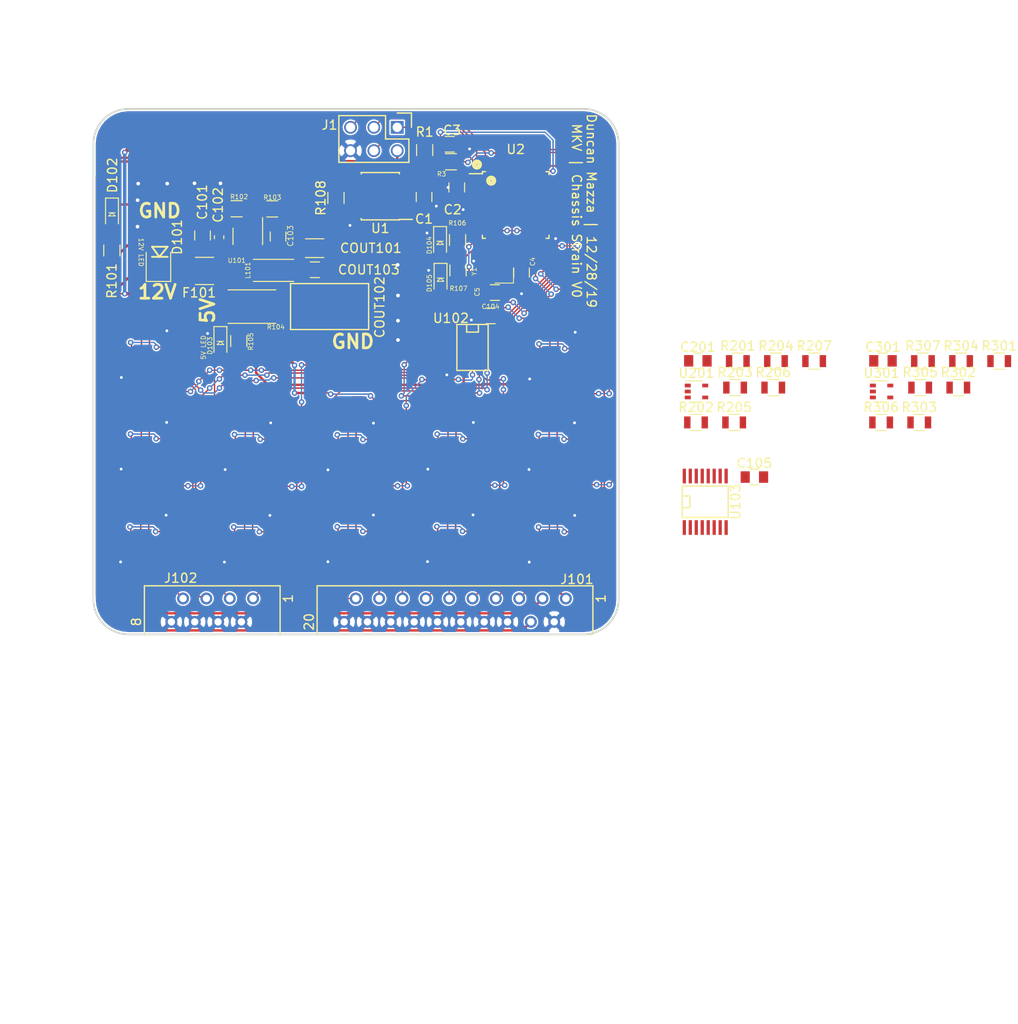
<source format=kicad_pcb>
(kicad_pcb (version 20171130) (host pcbnew 5.1.5-52549c5~86~ubuntu16.04.1)
  (layers (0 F.Cu signal) (31 B.Cu signal) (34 B.Paste user) (35 F.Paste user) (36 B.SilkS user) (37 F.SilkS user) (38 B.Mask user) (39 F.Mask user) (44 Edge.Cuts user))
  (net 0 "")
  (net 1 GND)
  (net 2 /12V)
  (net 3 VCC)
  (net 4 "Net-(C101-Pad1)")
  (net 5 "Net-(C103-Pad2)")
  (net 6 "Net-(C103-Pad1)")
  (net 7 "Net-(COUT101-Pad1)")
  (net 8 "Net-(D102-Pad2)")
  (net 9 "Net-(D103-Pad2)")
  (net 10 "Net-(R102-Pad1)")
  (net 11 "Net-(C3-Pad1)")
  (net 12 "Net-(C4-Pad1)")
  (net 13 "Net-(C5-Pad1)")
  (net 14 "Net-(D104-Pad2)")
  (net 15 "Net-(D105-Pad2)")
  (net 16 /MISO)
  (net 17 /SCK)
  (net 18 /MOSI)
  (net 19 /RESET)
  (net 20 /CAN_+)
  (net 21 /CAN_-)
  (net 22 "Net-(R106-Pad2)")
  (net 23 "Net-(R107-Pad2)")
  (net 24 "Net-(R302-Pad1)")
  (net 25 "Net-(R304-Pad1)")
  (net 26 "Net-(R305-Pad1)")
  (net 27 "Net-(R402-Pad1)")
  (net 28 "Net-(R404-Pad1)")
  (net 29 "Net-(R405-Pad1)")
  (net 30 "Net-(R502-Pad1)")
  (net 31 "Net-(R504-Pad1)")
  (net 32 "Net-(R505-Pad1)")
  (net 33 /sg_to_atmega_adc_4)
  (net 34 "Net-(R602-Pad1)")
  (net 35 "Net-(R604-Pad1)")
  (net 36 "Net-(R605-Pad1)")
  (net 37 "Net-(R702-Pad1)")
  (net 38 "Net-(R704-Pad1)")
  (net 39 "Net-(R705-Pad1)")
  (net 40 "Net-(R802-Pad1)")
  (net 41 "Net-(R804-Pad1)")
  (net 42 "Net-(R805-Pad1)")
  (net 43 "Net-(R902-Pad1)")
  (net 44 "Net-(R904-Pad1)")
  (net 45 "Net-(R905-Pad1)")
  (net 46 "Net-(R1002-Pad1)")
  (net 47 "Net-(R1004-Pad1)")
  (net 48 "Net-(R1005-Pad1)")
  (net 49 "Net-(R1102-Pad1)")
  (net 50 "Net-(R1104-Pad1)")
  (net 51 "Net-(R1105-Pad1)")
  (net 52 "Net-(R1202-Pad1)")
  (net 53 "Net-(R1204-Pad1)")
  (net 54 "Net-(R1205-Pad1)")
  (net 55 "Net-(R1302-Pad1)")
  (net 56 "Net-(R1304-Pad1)")
  (net 57 "Net-(R1305-Pad1)")
  (net 58 "Net-(R1402-Pad1)")
  (net 59 "Net-(R1404-Pad1)")
  (net 60 "Net-(R1405-Pad1)")
  (net 61 /CAN_TX)
  (net 62 /CAN_RX)
  (net 63 /mux_enable_input)
  (net 64 /mux_select_S0)
  (net 65 /mux_select_S1)
  (net 66 /mux_select_S2)
  (net 67 /mux_out_to_atmega_adc_6)
  (net 68 "Net-(J101-Pad19)")
  (net 69 "Net-(J101-Pad17)")
  (net 70 "Net-(J101-Pad15)")
  (net 71 "Net-(J101-Pad13)")
  (net 72 "Net-(J101-Pad11)")
  (net 73 "Net-(J101-Pad9)")
  (net 74 "Net-(J101-Pad7)")
  (net 75 "Net-(J101-Pad5)")
  (net 76 "Net-(J102-Pad7)")
  (net 77 "Net-(J102-Pad1)")
  (net 78 "Net-(J102-Pad3)")
  (net 79 "Net-(J102-Pad5)")
  (net 80 /mux_1_out_to_sg)
  (net 81 "Net-(R202-Pad1)")
  (net 82 "Net-(R204-Pad1)")
  (net 83 "Net-(R205-Pad1)")
  (net 84 /mux_2_out_to_sg)
  (net 85 /sg_to_atmega_adc_6)
  (module Package_TO_SOT_SMD:SOT-353_SC-70-5 (layer F.Cu) (at 194.1165 118.838)
    (fp_text reference U301 (at 0 -2) (layer F.SilkS))
    (fp_text value MCP6001T-I-LT)
    (pad 5 smd rect (at 0.95 -0.65) (size 0.65 0.4) (layers F.Cu F.Paste F.Mask) (net 3 VCC))
    (pad 4 smd rect (at 0.95 0.65) (size 0.65 0.4) (layers F.Cu F.Paste F.Mask) (net 26 "Net-(R305-Pad1)"))
    (pad 2 smd rect (at -0.95 0) (size 0.65 0.4) (layers F.Cu F.Paste F.Mask) (net 1 GND))
    (pad 3 smd rect (at -0.95 0.65) (size 0.65 0.4) (layers F.Cu F.Paste F.Mask) (net 25 "Net-(R304-Pad1)"))
    (pad 1 smd rect (at -0.95 -0.65) (size 0.65 0.4) (layers F.Cu F.Paste F.Mask) (net 85 /sg_to_atmega_adc_6))
  )
  (module Package_TO_SOT_SMD:SOT-353_SC-70-5 (layer F.Cu) (at 173.9765 118.838)
    (fp_text reference U201 (at 0 -2) (layer F.SilkS))
    (fp_text value MCP6001T-I-LT)
    (pad 5 smd rect (at 0.95 -0.65) (size 0.65 0.4) (layers F.Cu F.Paste F.Mask) (net 3 VCC))
    (pad 4 smd rect (at 0.95 0.65) (size 0.65 0.4) (layers F.Cu F.Paste F.Mask) (net 83 "Net-(R205-Pad1)"))
    (pad 2 smd rect (at -0.95 0) (size 0.65 0.4) (layers F.Cu F.Paste F.Mask) (net 1 GND))
    (pad 3 smd rect (at -0.95 0.65) (size 0.65 0.4) (layers F.Cu F.Paste F.Mask) (net 82 "Net-(R204-Pad1)"))
    (pad 1 smd rect (at -0.95 -0.65) (size 0.65 0.4) (layers F.Cu F.Paste F.Mask) (net 33 /sg_to_atmega_adc_4))
  )
  (module footprints:TSSOP-16-OEM (layer F.Cu) (at 174.9265 130.832999)
    (fp_text reference U103 (at 3.3 0 270) (layer F.SilkS))
    (fp_text value 74HC4051 hide)
    (pad 16 smd rect (at -2.275 -2.8) (size 0.35 1.6) (layers F.Cu F.Paste F.Mask) (net 3 VCC))
    (pad 15 smd rect (at -1.625 -2.8) (size 0.35 1.6) (layers F.Cu F.Paste F.Mask) (net 79 "Net-(J102-Pad5)"))
    (pad 14 smd rect (at -0.975 -2.8) (size 0.35 1.6) (layers F.Cu F.Paste F.Mask) (net 78 "Net-(J102-Pad3)"))
    (pad 13 smd rect (at -0.325 -2.8) (size 0.35 1.6) (layers F.Cu F.Paste F.Mask) (net 77 "Net-(J102-Pad1)"))
    (pad 12 smd rect (at 0.325 -2.8) (size 0.35 1.6) (layers F.Cu F.Paste F.Mask) (net 76 "Net-(J102-Pad7)"))
    (pad 11 smd rect (at 0.975 -2.8) (size 0.35 1.6) (layers F.Cu F.Paste F.Mask) (net 64 /mux_select_S0))
    (pad 10 smd rect (at 1.625 -2.8) (size 0.35 1.6) (layers F.Cu F.Paste F.Mask) (net 65 /mux_select_S1))
    (pad 9 smd rect (at 2.275 -2.8) (size 0.35 1.6) (layers F.Cu F.Paste F.Mask) (net 66 /mux_select_S2))
    (pad 8 smd rect (at 2.275 2.8) (size 0.35 1.6) (layers F.Cu F.Paste F.Mask) (net 1 GND))
    (pad 7 smd rect (at 1.625 2.8) (size 0.35 1.6) (layers F.Cu F.Paste F.Mask) (net 1 GND))
    (pad 6 smd rect (at 0.975 2.8) (size 0.35 1.6) (layers F.Cu F.Paste F.Mask) (net 63 /mux_enable_input))
    (pad 5 smd rect (at 0.325 2.8) (size 0.35 1.6) (layers F.Cu F.Paste F.Mask))
    (pad 4 smd rect (at -0.325 2.8) (size 0.35 1.6) (layers F.Cu F.Paste F.Mask))
    (pad 3 smd rect (at -0.975 2.8) (size 0.35 1.6) (layers F.Cu F.Paste F.Mask) (net 84 /mux_2_out_to_sg))
    (pad 2 smd rect (at -1.625 2.8) (size 0.35 1.6) (layers F.Cu F.Paste F.Mask))
    (pad 1 smd rect (at -2.275 2.8) (size 0.35 1.6) (layers F.Cu F.Paste F.Mask))
  )
  (module footprints:R_0805_OEM (layer F.Cu) (at 198.6165 115.533)
    (fp_text reference R307 (at 0 -1.65) (layer F.SilkS))
    (fp_text value R_4.99K hide)
    (pad 2 smd rect (at 0.95 0) (size 0.7 1.3) (layers F.Cu F.Paste F.Mask) (net 26 "Net-(R305-Pad1)"))
    (pad 1 smd rect (at -0.95 0) (size 0.7 1.3) (layers F.Cu F.Paste F.Mask) (net 85 /sg_to_atmega_adc_6))
  )
  (module footprints:R_0805_OEM (layer F.Cu) (at 194.0665 122.203)
    (fp_text reference R306 (at 0 -1.65) (layer F.SilkS))
    (fp_text value R_4.99K hide)
    (pad 2 smd rect (at 0.95 0) (size 0.7 1.3) (layers F.Cu F.Paste F.Mask) (net 1 GND))
    (pad 1 smd rect (at -0.95 0) (size 0.7 1.3) (layers F.Cu F.Paste F.Mask) (net 25 "Net-(R304-Pad1)"))
  )
  (module footprints:R_0805_OEM (layer F.Cu) (at 198.3165 118.413)
    (fp_text reference R305 (at 0 -1.65) (layer F.SilkS))
    (fp_text value R_120 hide)
    (pad 2 smd rect (at 0.95 0) (size 0.7 1.3) (layers F.Cu F.Paste F.Mask) (net 24 "Net-(R302-Pad1)"))
    (pad 1 smd rect (at -0.95 0) (size 0.7 1.3) (layers F.Cu F.Paste F.Mask) (net 26 "Net-(R305-Pad1)"))
  )
  (module footprints:R_0805_OEM (layer F.Cu) (at 202.7665 115.533)
    (fp_text reference R304 (at 0 -1.65) (layer F.SilkS))
    (fp_text value R_120 hide)
    (pad 2 smd rect (at 0.95 0) (size 0.7 1.3) (layers F.Cu F.Paste F.Mask) (net 84 /mux_2_out_to_sg))
    (pad 1 smd rect (at -0.95 0) (size 0.7 1.3) (layers F.Cu F.Paste F.Mask) (net 25 "Net-(R304-Pad1)"))
  )
  (module footprints:R_0805_OEM (layer F.Cu) (at 198.2165 122.203)
    (fp_text reference R303 (at 0 -1.65) (layer F.SilkS))
    (fp_text value R_120 hide)
    (pad 2 smd rect (at 0.95 0) (size 0.7 1.3) (layers F.Cu F.Paste F.Mask) (net 24 "Net-(R302-Pad1)"))
    (pad 1 smd rect (at -0.95 0) (size 0.7 1.3) (layers F.Cu F.Paste F.Mask) (net 1 GND))
  )
  (module footprints:R_0805_OEM (layer F.Cu) (at 202.4665 118.413)
    (fp_text reference R302 (at 0 -1.65) (layer F.SilkS))
    (fp_text value R_120 hide)
    (pad 2 smd rect (at 0.95 0) (size 0.7 1.3) (layers F.Cu F.Paste F.Mask) (net 3 VCC))
    (pad 1 smd rect (at -0.95 0) (size 0.7 1.3) (layers F.Cu F.Paste F.Mask) (net 24 "Net-(R302-Pad1)"))
  )
  (module footprints:R_0805_OEM (layer F.Cu) (at 206.9165 115.533)
    (fp_text reference R301 (at 0 -1.65) (layer F.SilkS))
    (fp_text value R_120 hide)
    (pad 2 smd rect (at 0.95 0) (size 0.7 1.3) (layers F.Cu F.Paste F.Mask) (net 3 VCC))
    (pad 1 smd rect (at -0.95 0) (size 0.7 1.3) (layers F.Cu F.Paste F.Mask) (net 84 /mux_2_out_to_sg))
  )
  (module footprints:R_0805_OEM (layer F.Cu) (at 186.7765 115.533)
    (fp_text reference R207 (at 0 -1.65) (layer F.SilkS))
    (fp_text value R_4.99K hide)
    (pad 2 smd rect (at 0.95 0) (size 0.7 1.3) (layers F.Cu F.Paste F.Mask) (net 83 "Net-(R205-Pad1)"))
    (pad 1 smd rect (at -0.95 0) (size 0.7 1.3) (layers F.Cu F.Paste F.Mask) (net 33 /sg_to_atmega_adc_4))
  )
  (module footprints:R_0805_OEM (layer F.Cu) (at 182.3265 118.413)
    (fp_text reference R206 (at 0 -1.65) (layer F.SilkS))
    (fp_text value R_4.99K hide)
    (pad 2 smd rect (at 0.95 0) (size 0.7 1.3) (layers F.Cu F.Paste F.Mask) (net 1 GND))
    (pad 1 smd rect (at -0.95 0) (size 0.7 1.3) (layers F.Cu F.Paste F.Mask) (net 82 "Net-(R204-Pad1)"))
  )
  (module footprints:R_0805_OEM (layer F.Cu) (at 178.0765 122.203)
    (fp_text reference R205 (at 0 -1.65) (layer F.SilkS))
    (fp_text value R_120 hide)
    (pad 2 smd rect (at 0.95 0) (size 0.7 1.3) (layers F.Cu F.Paste F.Mask) (net 81 "Net-(R202-Pad1)"))
    (pad 1 smd rect (at -0.95 0) (size 0.7 1.3) (layers F.Cu F.Paste F.Mask) (net 83 "Net-(R205-Pad1)"))
  )
  (module footprints:R_0805_OEM (layer F.Cu) (at 182.6265 115.533)
    (fp_text reference R204 (at 0 -1.65) (layer F.SilkS))
    (fp_text value R_120 hide)
    (pad 2 smd rect (at 0.95 0) (size 0.7 1.3) (layers F.Cu F.Paste F.Mask) (net 80 /mux_1_out_to_sg))
    (pad 1 smd rect (at -0.95 0) (size 0.7 1.3) (layers F.Cu F.Paste F.Mask) (net 82 "Net-(R204-Pad1)"))
  )
  (module footprints:R_0805_OEM (layer F.Cu) (at 178.1765 118.413)
    (fp_text reference R203 (at 0 -1.65) (layer F.SilkS))
    (fp_text value R_120 hide)
    (pad 2 smd rect (at 0.95 0) (size 0.7 1.3) (layers F.Cu F.Paste F.Mask) (net 81 "Net-(R202-Pad1)"))
    (pad 1 smd rect (at -0.95 0) (size 0.7 1.3) (layers F.Cu F.Paste F.Mask) (net 1 GND))
  )
  (module footprints:R_0805_OEM (layer F.Cu) (at 173.9265 122.203)
    (fp_text reference R202 (at 0 -1.65) (layer F.SilkS))
    (fp_text value R_120 hide)
    (pad 2 smd rect (at 0.95 0) (size 0.7 1.3) (layers F.Cu F.Paste F.Mask) (net 3 VCC))
    (pad 1 smd rect (at -0.95 0) (size 0.7 1.3) (layers F.Cu F.Paste F.Mask) (net 81 "Net-(R202-Pad1)"))
  )
  (module footprints:R_0805_OEM (layer F.Cu) (at 178.4765 115.533)
    (fp_text reference R201 (at 0 -1.65) (layer F.SilkS))
    (fp_text value R_120 hide)
    (pad 2 smd rect (at 0.95 0) (size 0.7 1.3) (layers F.Cu F.Paste F.Mask) (net 3 VCC))
    (pad 1 smd rect (at -0.95 0) (size 0.7 1.3) (layers F.Cu F.Paste F.Mask) (net 80 /mux_1_out_to_sg))
  )
  (module footprints:C_0805_OEM (layer F.Cu) (at 194.2665 115.503)
    (fp_text reference C301 (at 0 -1.5) (layer F.SilkS))
    (fp_text value C_0.1uF hide)
    (pad 2 smd rect (at 1 0) (size 1 1.25) (layers F.Cu F.Paste F.Mask) (net 1 GND))
    (pad 1 smd rect (at -1 0) (size 1 1.25) (layers F.Cu F.Paste F.Mask) (net 3 VCC))
  )
  (module footprints:C_0805_OEM (layer F.Cu) (at 174.1265 115.503)
    (fp_text reference C201 (at 0 -1.5) (layer F.SilkS))
    (fp_text value C_0.1uF hide)
    (pad 2 smd rect (at 1 0) (size 1 1.25) (layers F.Cu F.Paste F.Mask) (net 1 GND))
    (pad 1 smd rect (at -1 0) (size 1 1.25) (layers F.Cu F.Paste F.Mask) (net 3 VCC))
  )
  (module footprints:C_0805_OEM (layer F.Cu) (at 180.2765 128.143)
    (fp_text reference C105 (at 0 -1.5) (layer F.SilkS))
    (fp_text value C_0.1uF hide)
    (pad 2 smd rect (at 1 0) (size 1 1.25) (layers F.Cu F.Paste F.Mask) (net 1 GND))
    (pad 1 smd rect (at -1 0) (size 1 1.25) (layers F.Cu F.Paste F.Mask) (net 3 VCC))
  )
  (module footprints:C_0805_OEM (layer F.Cu) (at 151.5745 110.617 180)
    (fp_text reference C104 (at 0 1.016) (layer F.SilkS) (effects (font (size 0.5 0.5) (thickness 0.075))))
    (fp_text value C_0.1uF hide)
    (pad 2 smd rect (at 1 0 180) (size 1 1.25) (layers F.Cu F.Paste F.Mask) (net 1 GND))
    (pad 1 smd rect (at -1 0 180) (size 1 1.25) (layers F.Cu F.Paste F.Mask) (net 3 VCC))
  )
  (module footprints:TSSOP-16-OEM (layer F.Cu) (at 149.606 114.046 270)
    (fp_text reference U102 (at -3.175 2.3495 180) (layer F.SilkS))
    (fp_text value 74HC4051 hide)
    (pad 16 smd rect (at -2.275 -2.8 270) (size 0.35 1.6) (layers F.Cu F.Paste F.Mask) (net 3 VCC))
    (pad 15 smd rect (at -1.625 -2.8 270) (size 0.35 1.6) (layers F.Cu F.Paste F.Mask) (net 73 "Net-(J101-Pad9)"))
    (pad 14 smd rect (at -0.975 -2.8 270) (size 0.35 1.6) (layers F.Cu F.Paste F.Mask) (net 74 "Net-(J101-Pad7)"))
    (pad 13 smd rect (at -0.325 -2.8 270) (size 0.35 1.6) (layers F.Cu F.Paste F.Mask) (net 75 "Net-(J101-Pad5)"))
    (pad 12 smd rect (at 0.325 -2.8 270) (size 0.35 1.6) (layers F.Cu F.Paste F.Mask) (net 72 "Net-(J101-Pad11)"))
    (pad 11 smd rect (at 0.975 -2.8 270) (size 0.35 1.6) (layers F.Cu F.Paste F.Mask) (net 64 /mux_select_S0))
    (pad 10 smd rect (at 1.625 -2.8 270) (size 0.35 1.6) (layers F.Cu F.Paste F.Mask) (net 65 /mux_select_S1))
    (pad 9 smd rect (at 2.275 -2.8 270) (size 0.35 1.6) (layers F.Cu F.Paste F.Mask) (net 66 /mux_select_S2))
    (pad 8 smd rect (at 2.275 2.8 270) (size 0.35 1.6) (layers F.Cu F.Paste F.Mask) (net 1 GND))
    (pad 7 smd rect (at 1.625 2.8 270) (size 0.35 1.6) (layers F.Cu F.Paste F.Mask) (net 1 GND))
    (pad 6 smd rect (at 0.975 2.8 270) (size 0.35 1.6) (layers F.Cu F.Paste F.Mask) (net 63 /mux_enable_input))
    (pad 5 smd rect (at 0.325 2.8 270) (size 0.35 1.6) (layers F.Cu F.Paste F.Mask) (net 70 "Net-(J101-Pad15)"))
    (pad 4 smd rect (at -0.325 2.8 270) (size 0.35 1.6) (layers F.Cu F.Paste F.Mask) (net 68 "Net-(J101-Pad19)"))
    (pad 3 smd rect (at -0.975 2.8 270) (size 0.35 1.6) (layers F.Cu F.Paste F.Mask) (net 80 /mux_1_out_to_sg))
    (pad 2 smd rect (at -1.625 2.8 270) (size 0.35 1.6) (layers F.Cu F.Paste F.Mask) (net 69 "Net-(J101-Pad17)"))
    (pad 1 smd rect (at -2.275 2.8 270) (size 0.35 1.6) (layers F.Cu F.Paste F.Mask) (net 71 "Net-(J101-Pad13)"))
  )
  (module footprints:TQFP-32_7x7mm_Pitch0.8mm (layer F.Cu) (at 154.305 98.552)
    (fp_text reference U2 (at 0 -6.05) (layer F.SilkS))
    (fp_text value ATMEGA16M1 hide)
    (pad 32 smd rect (at -2.8 -4.25 90) (size 1.6 0.55) (layers F.Cu F.Paste F.Mask))
    (pad 31 smd rect (at -2 -4.25 90) (size 1.6 0.55) (layers F.Cu F.Paste F.Mask) (net 19 /RESET))
    (pad 30 smd rect (at -1.2 -4.25 90) (size 1.6 0.55) (layers F.Cu F.Paste F.Mask))
    (pad 29 smd rect (at -0.4 -4.25 90) (size 1.6 0.55) (layers F.Cu F.Paste F.Mask))
    (pad 28 smd rect (at 0.4 -4.25 90) (size 1.6 0.55) (layers F.Cu F.Paste F.Mask) (net 33 /sg_to_atmega_adc_4))
    (pad 27 smd rect (at 1.2 -4.25 90) (size 1.6 0.55) (layers F.Cu F.Paste F.Mask))
    (pad 26 smd rect (at 2 -4.25 90) (size 1.6 0.55) (layers F.Cu F.Paste F.Mask) (net 85 /sg_to_atmega_adc_6))
    (pad 25 smd rect (at 2.8 -4.25 90) (size 1.6 0.55) (layers F.Cu F.Paste F.Mask) (net 66 /mux_select_S2))
    (pad 24 smd rect (at 4.25 -2.8) (size 1.6 0.55) (layers F.Cu F.Paste F.Mask))
    (pad 23 smd rect (at 4.25 -2) (size 1.6 0.55) (layers F.Cu F.Paste F.Mask))
    (pad 22 smd rect (at 4.25 -1.2) (size 1.6 0.55) (layers F.Cu F.Paste F.Mask) (net 65 /mux_select_S1))
    (pad 21 smd rect (at 4.25 -0.4) (size 1.6 0.55) (layers F.Cu F.Paste F.Mask))
    (pad 20 smd rect (at 4.25 0.4) (size 1.6 0.55) (layers F.Cu F.Paste F.Mask) (net 1 GND))
    (pad 19 smd rect (at 4.25 1.2) (size 1.6 0.55) (layers F.Cu F.Paste F.Mask) (net 11 "Net-(C3-Pad1)"))
    (pad 18 smd rect (at 4.25 2) (size 1.6 0.55) (layers F.Cu F.Paste F.Mask) (net 64 /mux_select_S0))
    (pad 17 smd rect (at 4.25 2.8) (size 1.6 0.55) (layers F.Cu F.Paste F.Mask) (net 63 /mux_enable_input))
    (pad 16 smd rect (at 2.8 4.25 90) (size 1.6 0.55) (layers F.Cu F.Paste F.Mask))
    (pad 15 smd rect (at 2 4.25 90) (size 1.6 0.55) (layers F.Cu F.Paste F.Mask))
    (pad 14 smd rect (at 1.2 4.25 90) (size 1.6 0.55) (layers F.Cu F.Paste F.Mask))
    (pad 13 smd rect (at 0.4 4.25 90) (size 1.6 0.55) (layers F.Cu F.Paste F.Mask))
    (pad 12 smd rect (at -0.4 4.25 90) (size 1.6 0.55) (layers F.Cu F.Paste F.Mask) (net 17 /SCK))
    (pad 11 smd rect (at -1.2 4.25 90) (size 1.6 0.55) (layers F.Cu F.Paste F.Mask) (net 12 "Net-(C4-Pad1)"))
    (pad 10 smd rect (at -2 4.25 90) (size 1.6 0.55) (layers F.Cu F.Paste F.Mask) (net 13 "Net-(C5-Pad1)"))
    (pad 9 smd rect (at -2.8 4.25 90) (size 1.6 0.55) (layers F.Cu F.Paste F.Mask) (net 23 "Net-(R107-Pad2)"))
    (pad 8 smd rect (at -4.25 2.8) (size 1.6 0.55) (layers F.Cu F.Paste F.Mask) (net 22 "Net-(R106-Pad2)"))
    (pad 7 smd rect (at -4.25 2) (size 1.6 0.55) (layers F.Cu F.Paste F.Mask) (net 62 /CAN_RX))
    (pad 6 smd rect (at -4.25 1.2) (size 1.6 0.55) (layers F.Cu F.Paste F.Mask) (net 61 /CAN_TX))
    (pad 5 smd rect (at -4.25 0.4) (size 1.6 0.55) (layers F.Cu F.Paste F.Mask) (net 1 GND))
    (pad 4 smd rect (at -4.25 -0.4) (size 1.6 0.55) (layers F.Cu F.Paste F.Mask) (net 3 VCC))
    (pad 3 smd rect (at -4.25 -1.2) (size 1.6 0.55) (layers F.Cu F.Paste F.Mask))
    (pad 2 smd rect (at -4.25 -2) (size 1.6 0.55) (layers F.Cu F.Paste F.Mask) (net 18 /MOSI))
    (pad 1 smd rect (at -4.25 -2.8) (size 1.6 0.55) (layers F.Cu F.Paste F.Mask) (net 16 /MISO))
  )
  (module footprints:micromatch_female_ra_20 (layer F.Cu) (at 154.686 141.351 270)
    (fp_text reference J101 (at -2.0955 -6.2865 180) (layer F.SilkS))
    (fp_text value MM_F_RA_20 hide)
    (fp_text user 1 (at 0 -8.89 90) (layer F.SilkS))
    (fp_text user 20 (at 2.54 22.86 90) (layer F.SilkS))
    (pad 20 thru_hole circle (at 2.54 19.05 270) (size 1.3 1.3) (drill 0.8) (layers *.Cu *.Mask) (net 1 GND))
    (pad 19 thru_hole circle (at 0 17.78 270) (size 1.3 1.3) (drill 0.8) (layers *.Cu *.Mask) (net 68 "Net-(J101-Pad19)"))
    (pad 18 thru_hole circle (at 2.54 16.51 270) (size 1.3 1.3) (drill 0.8) (layers *.Cu *.Mask) (net 1 GND))
    (pad 17 thru_hole circle (at 0 15.24 270) (size 1.3 1.3) (drill 0.8) (layers *.Cu *.Mask) (net 69 "Net-(J101-Pad17)"))
    (pad 16 thru_hole circle (at 2.54 13.97 270) (size 1.3 1.3) (drill 0.8) (layers *.Cu *.Mask) (net 1 GND))
    (pad 15 thru_hole circle (at 0 12.7 270) (size 1.3 1.3) (drill 0.8) (layers *.Cu *.Mask) (net 70 "Net-(J101-Pad15)"))
    (pad 14 thru_hole circle (at 2.54 11.43 270) (size 1.3 1.3) (drill 0.8) (layers *.Cu *.Mask) (net 1 GND))
    (pad 13 thru_hole circle (at 0 10.16 270) (size 1.3 1.3) (drill 0.8) (layers *.Cu *.Mask) (net 71 "Net-(J101-Pad13)"))
    (pad 12 thru_hole circle (at 2.54 8.89 270) (size 1.3 1.3) (drill 0.8) (layers *.Cu *.Mask) (net 1 GND))
    (pad 11 thru_hole circle (at 0 7.62 270) (size 1.3 1.3) (drill 0.8) (layers *.Cu *.Mask) (net 72 "Net-(J101-Pad11)"))
    (pad 10 thru_hole circle (at 2.54 6.35 270) (size 1.3 1.3) (drill 0.8) (layers *.Cu *.Mask) (net 1 GND))
    (pad 9 thru_hole circle (at 0 5.08 270) (size 1.3 1.3) (drill 0.8) (layers *.Cu *.Mask) (net 73 "Net-(J101-Pad9)"))
    (pad 8 thru_hole circle (at 2.54 3.81 270) (size 1.3 1.3) (drill 0.8) (layers *.Cu *.Mask) (net 1 GND))
    (pad 6 thru_hole circle (at 2.54 1.27 270) (size 1.3 1.3) (drill 0.8) (layers *.Cu *.Mask) (net 1 GND))
    (pad 4 thru_hole circle (at 2.54 -1.27 270) (size 1.3 1.3) (drill 0.8) (layers *.Cu *.Mask) (net 21 /CAN_-))
    (pad 2 thru_hole circle (at 2.54 -3.81 270) (size 1.3 1.3) (drill 0.8) (layers *.Cu *.Mask) (net 1 GND))
    (pad 7 thru_hole circle (at 0 2.54 270) (size 1.3 1.3) (drill 0.8) (layers *.Cu *.Mask) (net 74 "Net-(J101-Pad7)"))
    (pad 1 thru_hole circle (at 0 -5.08 270) (size 1.3 1.3) (drill 0.8) (layers *.Cu *.Mask) (net 2 /12V))
    (pad 3 thru_hole circle (at 0 -2.54 270) (size 1.3 1.3) (drill 0.8) (layers *.Cu *.Mask) (net 20 /CAN_+))
    (pad 5 thru_hole circle (at 0 0 270) (size 1.3 1.3) (drill 0.8) (layers *.Cu *.Mask) (net 75 "Net-(J101-Pad5)"))
  )
  (module footprints:R_0805_OEM (layer F.Cu) (at 110.363 103.505 90)
    (fp_text reference R101 (at -3.302 0 90) (layer F.SilkS))
    (fp_text value R_1K hide)
    (pad 2 smd rect (at 0.95 0 90) (size 0.7 1.3) (layers F.Cu F.Paste F.Mask) (net 8 "Net-(D102-Pad2)"))
    (pad 1 smd rect (at -0.95 0 90) (size 0.7 1.3) (layers F.Cu F.Paste F.Mask) (net 4 "Net-(C101-Pad1)"))
  )
  (module Package_TO_SOT_SMD:SOT-23-6_Handsoldering (layer F.Cu) (at 125.1536 101.9658 270)
    (fp_text reference U101 (at 2.6187 1.2016) (layer F.SilkS) (effects (font (size 0.5 0.5) (thickness 0.075))))
    (fp_text value TPS560430YF)
    (pad 5 smd rect (at 1.35 0 270) (size 1.56 0.65) (layers F.Cu F.Paste F.Mask) (net 4 "Net-(C101-Pad1)"))
    (pad 6 smd rect (at 1.35 -0.95 270) (size 1.56 0.65) (layers F.Cu F.Paste F.Mask) (net 5 "Net-(C103-Pad2)"))
    (pad 4 smd rect (at 1.35 0.95 270) (size 1.56 0.65) (layers F.Cu F.Paste F.Mask) (net 4 "Net-(C101-Pad1)"))
    (pad 3 smd rect (at -1.35 0.95 270) (size 1.56 0.65) (layers F.Cu F.Paste F.Mask) (net 10 "Net-(R102-Pad1)"))
    (pad 2 smd rect (at -1.35 0 270) (size 1.56 0.65) (layers F.Cu F.Paste F.Mask) (net 1 GND))
    (pad 1 smd rect (at -1.35 -0.95 270) (size 1.56 0.65) (layers F.Cu F.Paste F.Mask) (net 6 "Net-(C103-Pad1)"))
  )
  (module footprints:L_100uH_OEM (layer F.Cu) (at 127.9527 105.66654)
    (fp_text reference L101 (at -2.7942 -0.00254 90) (layer F.SilkS) (effects (font (size 0.5 0.5) (thickness 0.075))))
    (fp_text value L_100uH hide)
    (pad 2 smd rect (at 1.6 0) (size 1.2 2) (layers F.Cu F.Paste F.Mask) (net 7 "Net-(COUT101-Pad1)"))
    (pad 1 smd rect (at -1.6 0) (size 1.2 2) (layers F.Cu F.Paste F.Mask) (net 5 "Net-(C103-Pad2)"))
  )
  (module footprints:Pin_Header_Straight_2x03 (layer F.Cu) (at 141.4145 90.1065 270)
    (fp_text reference J1 (at -0.254 7.366 180) (layer F.SilkS))
    (fp_text value CONN_02X03 hide)
    (pad 6 thru_hole circle (at 2.54 5.08 270) (size 1.4 1.4) (drill 1.016) (layers *.Cu *.Mask) (net 1 GND))
    (pad 5 thru_hole circle (at 0 5.08 270) (size 1.4 1.4) (drill 1.016) (layers *.Cu *.Mask) (net 19 /RESET))
    (pad 4 thru_hole circle (at 2.54 2.54 270) (size 1.4 1.4) (drill 1.016) (layers *.Cu *.Mask) (net 18 /MOSI))
    (pad 3 thru_hole circle (at 0 2.54 270) (size 1.4 1.4) (drill 1.016) (layers *.Cu *.Mask) (net 17 /SCK))
    (pad 2 thru_hole circle (at 2.54 0 270) (size 1.4 1.4) (drill 1.016) (layers *.Cu *.Mask) (net 3 VCC))
    (pad 1 thru_hole rect (at 0 0 270) (size 1.4 1.4) (drill 1.016) (layers *.Cu *.Mask) (net 16 /MISO))
  )
  (module footprints:C_0805_OEM (layer F.Cu) (at 147.1295 91.948)
    (fp_text reference C3 (at 0.254 -1.524) (layer F.SilkS))
    (fp_text value C_100pF hide)
    (pad 2 smd rect (at 1 0) (size 1 1.25) (layers F.Cu F.Paste F.Mask) (net 1 GND))
    (pad 1 smd rect (at -1 0) (size 1 1.25) (layers F.Cu F.Paste F.Mask) (net 11 "Net-(C3-Pad1)"))
  )
  (module footprints:C_0805_OEM (layer F.Cu) (at 147.8915 96.647 90)
    (fp_text reference C2 (at -2.413 -0.4445 180) (layer F.SilkS))
    (fp_text value C_0.1uF hide)
    (pad 2 smd rect (at 1 0 90) (size 1 1.25) (layers F.Cu F.Paste F.Mask) (net 1 GND))
    (pad 1 smd rect (at -1 0 90) (size 1 1.25) (layers F.Cu F.Paste F.Mask) (net 3 VCC))
  )
  (module footprints:R_0805_OEM (layer F.Cu) (at 144.399 92.5855 90)
    (fp_text reference R1 (at 1.971 0 180) (layer F.SilkS))
    (fp_text value R_100 hide)
    (pad 2 smd rect (at 0.95 0 90) (size 0.7 1.3) (layers F.Cu F.Paste F.Mask) (net 11 "Net-(C3-Pad1)"))
    (pad 1 smd rect (at -0.95 0 90) (size 0.7 1.3) (layers F.Cu F.Paste F.Mask) (net 3 VCC))
  )
  (module footprints:SOIC-8_3.9x4.9mm_Pitch1.27mm_OEM (layer F.Cu) (at 139.573 97.5995 180)
    (fp_text reference U1 (at 0 -3.5) (layer F.SilkS))
    (fp_text value MCP2561-E_SN hide)
    (pad 8 smd rect (at 2.7 -1.905 180) (size 1.55 0.6) (layers F.Cu F.Paste F.Mask) (net 1 GND))
    (pad 7 smd rect (at 2.7 -0.635 180) (size 1.55 0.6) (layers F.Cu F.Paste F.Mask) (net 20 /CAN_+))
    (pad 6 smd rect (at 2.7 0.635 180) (size 1.55 0.6) (layers F.Cu F.Paste F.Mask) (net 21 /CAN_-))
    (pad 5 smd rect (at 2.7 1.905 180) (size 1.55 0.6) (layers F.Cu F.Paste F.Mask))
    (pad 4 smd rect (at -2.7 1.905 180) (size 1.55 0.6) (layers F.Cu F.Paste F.Mask) (net 62 /CAN_RX))
    (pad 3 smd rect (at -2.7 0.635 180) (size 1.55 0.6) (layers F.Cu F.Paste F.Mask) (net 3 VCC))
    (pad 2 smd rect (at -2.7 -0.635 180) (size 1.55 0.6) (layers F.Cu F.Paste F.Mask) (net 1 GND))
    (pad 1 smd rect (at -2.7 -1.905 180) (size 1.55 0.6) (layers F.Cu F.Paste F.Mask) (net 61 /CAN_TX))
  )
  (module footprints:R_0805_OEM (layer F.Cu) (at 147.259 93.853)
    (fp_text reference R3 (at -1.0185 1.3335) (layer F.SilkS) (effects (font (size 0.5 0.5) (thickness 0.075))))
    (fp_text value R_10K hide)
    (pad 2 smd rect (at 0.95 0) (size 0.7 1.3) (layers F.Cu F.Paste F.Mask) (net 19 /RESET))
    (pad 1 smd rect (at -0.95 0) (size 0.7 1.3) (layers F.Cu F.Paste F.Mask) (net 3 VCC))
  )
  (module footprints:R_0805_OEM (layer F.Cu) (at 147.9804 102.362 90)
    (fp_text reference R106 (at 1.8415 -0.0254) (layer F.SilkS) (effects (font (size 0.5 0.5) (thickness 0.075))))
    (fp_text value R_200 hide)
    (pad 2 smd rect (at 0.95 0 90) (size 0.7 1.3) (layers F.Cu F.Paste F.Mask) (net 22 "Net-(R106-Pad2)"))
    (pad 1 smd rect (at -0.95 0 90) (size 0.7 1.3) (layers F.Cu F.Paste F.Mask) (net 14 "Net-(D104-Pad2)"))
  )
  (module footprints:Crystal_SMD_FA238 (layer F.Cu) (at 152.062 105.448 180)
    (fp_text reference Y1 (at 2.2655 -0.343 270) (layer F.SilkS) (effects (font (size 0.5 0.5) (thickness 0.075))))
    (fp_text value Crystal_SMD hide)
    (pad 4 smd rect (at -1.1 -0.8 180) (size 1.4 1.2) (layers F.Cu F.Mask) (net 1 GND))
    (pad 3 smd rect (at 1.1 -0.8 180) (size 1.4 1.2) (layers F.Cu F.Mask) (net 13 "Net-(C5-Pad1)"))
    (pad 2 smd rect (at 1.1 0.8 180) (size 1.4 1.2) (layers F.Cu F.Mask) (net 1 GND))
    (pad 1 smd rect (at -1.1 0.8 180) (size 1.4 1.2) (layers F.Cu F.Mask) (net 12 "Net-(C4-Pad1)"))
  )
  (module footprints:Fuse_1812 (layer F.Cu) (at 131.3053 109.601)
    (fp_text reference COUT102 (at 8.2042 0.0635 270) (layer F.SilkS))
    (fp_text value C_33uF hide)
    (pad 1 smd rect (at 0 0) (size 1.78 3.5) (layers F.Cu F.Paste F.Mask) (net 7 "Net-(COUT101-Pad1)"))
    (pad 2 smd rect (at 5.28 0) (size 1.78 3.5) (layers F.Cu F.Paste F.Mask) (net 1 GND))
  )
  (module footprints:C_0805_OEM (layer F.Cu) (at 128.4478 101.981 270)
    (fp_text reference C103 (at -0.0635 -1.3462 90) (layer F.SilkS) (effects (font (size 0.6 0.6) (thickness 0.08))))
    (fp_text value C_0.1uF hide)
    (pad 2 smd rect (at 1 0 270) (size 1 1.25) (layers F.Cu F.Paste F.Mask) (net 5 "Net-(C103-Pad2)"))
    (pad 1 smd rect (at -1 0 270) (size 1 1.25) (layers F.Cu F.Paste F.Mask) (net 6 "Net-(C103-Pad1)"))
  )
  (module footprints:Fuse_1210 (layer F.Cu) (at 120.4468 105.7275 180)
    (fp_text reference F101 (at 0.5958 -2.3725 180) (layer F.SilkS))
    (fp_text value F_500mA_16V hide)
    (pad 2 smd rect (at 1.45 0 180) (size 0.9 2.5) (layers F.Cu F.Paste F.Mask) (net 2 /12V))
    (pad 1 smd rect (at -1.45 0 180) (size 0.9 2.5) (layers F.Cu F.Paste F.Mask) (net 4 "Net-(C101-Pad1)"))
  )
  (module footprints:R_0805_OEM (layer F.Cu) (at 127.82042 98.97872 180)
    (fp_text reference R103 (at -0.00508 1.25222) (layer F.SilkS) (effects (font (size 0.5 0.5) (thickness 0.075))))
    (fp_text value R_100K hide)
    (pad 2 smd rect (at 0.95 0 180) (size 0.7 1.3) (layers F.Cu F.Paste F.Mask) (net 10 "Net-(R102-Pad1)"))
    (pad 1 smd rect (at -0.95 0 180) (size 0.7 1.3) (layers F.Cu F.Paste F.Mask) (net 7 "Net-(COUT101-Pad1)"))
  )
  (module footprints:R_0805_OEM (layer F.Cu) (at 123.93422 98.96348 180)
    (fp_text reference R102 (at -0.27178 1.30048) (layer F.SilkS) (effects (font (size 0.5 0.5) (thickness 0.075))))
    (fp_text value R_25K hide)
    (pad 2 smd rect (at 0.95 0 180) (size 0.7 1.3) (layers F.Cu F.Paste F.Mask) (net 1 GND))
    (pad 1 smd rect (at -0.95 0 180) (size 0.7 1.3) (layers F.Cu F.Paste F.Mask) (net 10 "Net-(R102-Pad1)"))
  )
  (module footprints:R_0805_OEM (layer F.Cu) (at 124.176 113.35 270)
    (fp_text reference R105 (at 0.061 -1.3 90) (layer F.SilkS) (effects (font (size 0.5 0.5) (thickness 0.075))))
    (fp_text value R_200 hide)
    (pad 2 smd rect (at 0.95 0 270) (size 0.7 1.3) (layers F.Cu F.Paste F.Mask) (net 9 "Net-(D103-Pad2)"))
    (pad 1 smd rect (at -0.95 0 270) (size 0.7 1.3) (layers F.Cu F.Paste F.Mask) (net 3 VCC))
  )
  (module footprints:R_2512_OEM (layer F.Cu) (at 125.6042 109.60608 180)
    (fp_text reference R104 (at -2.6023 -2.21742) (layer F.SilkS) (effects (font (size 0.5 0.5) (thickness 0.075))))
    (fp_text value R_0_2512 hide)
    (pad 2 smd rect (at 3.1 0 180) (size 1 3.2) (layers F.Cu F.Paste F.Mask) (net 3 VCC))
    (pad 1 smd rect (at -3.1 0 180) (size 1 3.2) (layers F.Cu F.Paste F.Mask) (net 7 "Net-(COUT101-Pad1)"))
  )
  (module footprints:C_1206_OEM (layer F.Cu) (at 132.4243 103.251)
    (fp_text reference COUT101 (at 6.1267 -0.001) (layer F.SilkS))
    (fp_text value C_22uF hide)
    (pad 2 smd rect (at 1.5 0) (size 1 1.6) (layers F.Cu F.Paste F.Mask) (net 1 GND))
    (pad 1 smd rect (at -1.5 0) (size 1 1.6) (layers F.Cu F.Paste F.Mask) (net 7 "Net-(COUT101-Pad1)"))
  )
  (module footprints:C_0805_OEM (layer F.Cu) (at 132.4483 105.6005)
    (fp_text reference COUT103 (at 5.8777 -0.0005) (layer F.SilkS))
    (fp_text value C_47uF hide)
    (pad 2 smd rect (at 1 0) (size 1 1.25) (layers F.Cu F.Paste F.Mask) (net 1 GND))
    (pad 1 smd rect (at -1 0) (size 1 1.25) (layers F.Cu F.Paste F.Mask) (net 7 "Net-(COUT101-Pad1)"))
  )
  (module footprints:DO-214AA (layer F.Cu) (at 115.4303 103.6955 90)
    (fp_text reference D101 (at 1.651 2.0447 270) (layer F.SilkS))
    (fp_text value D_Zener_18V hide)
    (pad 1 smd rect (at -2.032 0 270) (size 1.778 2.159) (layers F.Cu F.Paste F.Mask) (net 2 /12V))
    (pad 2 smd rect (at 2.032 0 270) (size 1.778 2.159) (layers F.Cu F.Paste F.Mask) (net 1 GND))
  )
  (module footprints:LED_0805_OEM (layer F.Cu) (at 122.174 113.581 270)
    (fp_text reference D103 (at 0.2745 1.143 270) (layer F.SilkS) (effects (font (size 0.5 0.5) (thickness 0.075))))
    (fp_text value LED_0805 hide)
    (pad 1 smd rect (at -1.1 0 90) (size 1.2 1.2) (layers F.Cu F.Paste F.Mask) (net 1 GND))
    (pad 2 smd rect (at 1.1 0 90) (size 1.2 1.2) (layers F.Cu F.Paste F.Mask) (net 9 "Net-(D103-Pad2)"))
  )
  (module footprints:LED_0805_OEM (layer F.Cu) (at 110.376 99.6 270)
    (fp_text reference D102 (at -4.275 -0.05 90) (layer F.SilkS))
    (fp_text value LED_0805 hide)
    (pad 1 smd rect (at -1.1 0 90) (size 1.2 1.2) (layers F.Cu F.Paste F.Mask) (net 1 GND))
    (pad 2 smd rect (at 1.1 0 90) (size 1.2 1.2) (layers F.Cu F.Paste F.Mask) (net 8 "Net-(D102-Pad2)"))
  )
  (module footprints:C_0805_OEM (layer F.Cu) (at 120.22836 101.87 90)
    (fp_text reference C101 (at 3.6355 -0.02286 90) (layer F.SilkS))
    (fp_text value C_0.1uF hide)
    (pad 2 smd rect (at 1 0 90) (size 1 1.25) (layers F.Cu F.Paste F.Mask) (net 1 GND))
    (pad 1 smd rect (at -1 0 90) (size 1 1.25) (layers F.Cu F.Paste F.Mask) (net 4 "Net-(C101-Pad1)"))
  )
  (module footprints:C_0603_1608Metric (layer F.Cu) (at 122.0343 102.0605 90)
    (fp_text reference C102 (at 3.5085 -0.1143 90) (layer F.SilkS))
    (fp_text value C_2.2uF)
    (pad 2 smd roundrect (at 0.7875 0 90) (size 0.875 0.95) (layers F.Cu F.Paste F.Mask) (net 1 GND))
    (pad 1 smd roundrect (at -0.7875 0 90) (size 0.875 0.95) (layers F.Cu F.Paste F.Mask) (net 4 "Net-(C101-Pad1)"))
  )
  (module footprints:C_0805_OEM (layer F.Cu) (at 144.3355 97.679 270)
    (fp_text reference C1 (at 2.397 0 180) (layer F.SilkS))
    (fp_text value C_0.1uF hide)
    (pad 2 smd rect (at 1 0 270) (size 1 1.25) (layers F.Cu F.Paste F.Mask) (net 1 GND))
    (pad 1 smd rect (at -1 0 270) (size 1 1.25) (layers F.Cu F.Paste F.Mask) (net 3 VCC))
  )
  (module footprints:C_0805_OEM (layer F.Cu) (at 154.94 105.902 270)
    (fp_text reference C4 (at -1.1905 -1.2065 90) (layer F.SilkS) (effects (font (size 0.5 0.5) (thickness 0.075))))
    (fp_text value C_30pF hide)
    (pad 2 smd rect (at 1 0 270) (size 1 1.25) (layers F.Cu F.Paste F.Mask) (net 1 GND))
    (pad 1 smd rect (at -1 0 270) (size 1 1.25) (layers F.Cu F.Paste F.Mask) (net 12 "Net-(C4-Pad1)"))
  )
  (module footprints:C_0805_OEM (layer F.Cu) (at 152.035 108.077)
    (fp_text reference C5 (at -1.921 -0.0635 90) (layer F.SilkS) (effects (font (size 0.5 0.5) (thickness 0.075))))
    (fp_text value C_30pF hide)
    (pad 2 smd rect (at 1 0) (size 1 1.25) (layers F.Cu F.Paste F.Mask) (net 1 GND))
    (pad 1 smd rect (at -1 0) (size 1 1.25) (layers F.Cu F.Paste F.Mask) (net 13 "Net-(C5-Pad1)"))
  )
  (module footprints:LED_0805_OEM (layer F.Cu) (at 146.0754 102.7 270)
    (fp_text reference D104 (at 0.2335 1.1684 90) (layer F.SilkS) (effects (font (size 0.5 0.5) (thickness 0.075))))
    (fp_text value LED_0805 hide)
    (pad 1 smd rect (at -1.1 0 90) (size 1.2 1.2) (layers F.Cu F.Paste F.Mask) (net 1 GND))
    (pad 2 smd rect (at 1.1 0 90) (size 1.2 1.2) (layers F.Cu F.Paste F.Mask) (net 14 "Net-(D104-Pad2)"))
  )
  (module footprints:LED_0805_OEM (layer F.Cu) (at 146.1262 106.7054 270)
    (fp_text reference D105 (at 0.3556 1.2192 90) (layer F.SilkS) (effects (font (size 0.5 0.5) (thickness 0.075))))
    (fp_text value LED_0805 hide)
    (pad 1 smd rect (at -1.1 0 90) (size 1.2 1.2) (layers F.Cu F.Paste F.Mask) (net 1 GND))
    (pad 2 smd rect (at 1.1 0 90) (size 1.2 1.2) (layers F.Cu F.Paste F.Mask) (net 15 "Net-(D105-Pad2)"))
  )
  (module footprints:micromatch_female_ra_8 (layer F.Cu) (at 120.65 141.351 270)
    (fp_text reference J102 (at -2.2225 2.794 180) (layer F.SilkS))
    (fp_text value MM_F_RA_08 hide)
    (fp_text user 1 (at 0 -8.89 90) (layer F.SilkS))
    (fp_text user 8 (at 2.54 7.62 90) (layer F.SilkS))
    (pad 8 thru_hole circle (at 2.54 3.81 270) (size 1.3 1.3) (drill 0.8) (layers *.Cu *.Mask) (net 1 GND))
    (pad 6 thru_hole circle (at 2.54 1.27 270) (size 1.3 1.3) (drill 0.8) (layers *.Cu *.Mask) (net 1 GND))
    (pad 4 thru_hole circle (at 2.54 -1.27 270) (size 1.3 1.3) (drill 0.8) (layers *.Cu *.Mask) (net 1 GND))
    (pad 2 thru_hole circle (at 2.54 -3.81 270) (size 1.3 1.3) (drill 0.8) (layers *.Cu *.Mask) (net 1 GND))
    (pad 7 thru_hole circle (at 0 2.54 270) (size 1.3 1.3) (drill 0.8) (layers *.Cu *.Mask) (net 76 "Net-(J102-Pad7)"))
    (pad 1 thru_hole circle (at 0 -5.08 270) (size 1.3 1.3) (drill 0.8) (layers *.Cu *.Mask) (net 77 "Net-(J102-Pad1)"))
    (pad 3 thru_hole circle (at 0 -2.54 270) (size 1.3 1.3) (drill 0.8) (layers *.Cu *.Mask) (net 78 "Net-(J102-Pad3)"))
    (pad 5 thru_hole circle (at 0 0 270) (size 1.3 1.3) (drill 0.8) (layers *.Cu *.Mask) (net 79 "Net-(J102-Pad5)"))
  )
  (module footprints:R_0805_OEM (layer F.Cu) (at 148.0312 105.6742 90)
    (fp_text reference R107 (at -1.9583 0.0508 180) (layer F.SilkS) (effects (font (size 0.5 0.5) (thickness 0.075))))
    (fp_text value R_200 hide)
    (pad 2 smd rect (at 0.95 0 90) (size 0.7 1.3) (layers F.Cu F.Paste F.Mask) (net 23 "Net-(R107-Pad2)"))
    (pad 1 smd rect (at -0.95 0 90) (size 0.7 1.3) (layers F.Cu F.Paste F.Mask) (net 15 "Net-(D105-Pad2)"))
  )
  (module footprints:R_0805_OEM (layer F.Cu) (at 134.747 97.7925 90)
    (fp_text reference R108 (at 0 -1.65 90) (layer F.SilkS))
    (fp_text value R_120_DNP)
    (pad 2 smd rect (at 0.95 0 90) (size 0.7 1.3) (layers F.Cu F.Paste F.Mask) (net 21 /CAN_-))
    (pad 1 smd rect (at -0.95 0 90) (size 0.7 1.3) (layers F.Cu F.Paste F.Mask) (net 20 /CAN_+))
  )
  (gr_text "Duncan Mazza | 12/28/19\nMKV | Chassis Strain V0" (at 161.7345 99.187 270) (layer F.SilkS) (effects (font (size 1 1))))
  (gr_text "5V LED" (at 120.3325 114.046 90) (layer F.SilkS) (effects (font (size 0.5 0.5) (thickness 0.075))))
  (gr_text "12V LED" (at 113.538 103.6955 270) (layer F.SilkS) (effects (font (size 0.5 0.5) (thickness 0.075))))
  (gr_line (start 165.5064 141.44244) (end 165.5064 91.91244) (layer Edge.Cuts) (width 0.2))
  (gr_line (start 161.6964 145.25244) (end 112.1664 145.25244) (layer Edge.Cuts) (width 0.2))
  (gr_arc (start 161.6964 91.91244) (end 165.5064 91.91244) (angle -90) (layer Edge.Cuts) (width 0.2))
  (gr_line (start 108.3564 141.44244) (end 108.3564 91.91244) (layer Edge.Cuts) (width 0.2))
  (gr_line (start 161.6964 88.10244) (end 112.1664 88.10244) (layer Edge.Cuts) (width 0.2))
  (gr_arc (start 112.1664 141.44244) (end 108.3564 141.44244) (angle -90) (layer Edge.Cuts) (width 0.2))
  (gr_arc (start 112.1664 91.91244) (end 112.1664 88.10244) (angle -90) (layer Edge.Cuts) (width 0.2))
  (gr_arc (start 161.6964 141.44244) (end 161.6964 145.25244) (angle -90) (layer Edge.Cuts) (width 0.2))
  (gr_text GND (at 115.57 99.187) (layer F.SilkS) (effects (font (size 1.5 1.5) (thickness 0.3))))
  (gr_text 5V (at 120.777 110.0455 90) (layer F.SilkS) (effects (font (size 1.5 1.5) (thickness 0.3))))
  (gr_text GND (at 136.5885 113.411) (layer F.SilkS) (effects (font (size 1.5 1.5) (thickness 0.3))))
  (gr_text 12V (at 115.316 108.0135) (layer F.SilkS) (effects (font (size 1.5 1.5) (thickness 0.3))))
  (via (at 141.49578 108.39958) (size 0.8) (drill 0.4) (layers F.Cu B.Cu) (net 1))
  (segment (start 141.49578 113.23574) (end 141.59738 113.33734) (width 0.25) (layer F.Cu) (net 1))
  (segment (start 141.46022 105.06456) (end 141.46022 108.36402) (width 0.25) (layer B.Cu) (net 1))
  (segment (start 141.46022 108.36402) (end 141.49578 108.39958) (width 0.25) (layer B.Cu) (net 1))
  (via (at 141.46022 105.06456) (size 0.8) (drill 0.4) (layers F.Cu B.Cu) (net 1))
  (via (at 141.49578 113.23574) (size 0.8) (drill 0.4) (layers F.Cu B.Cu) (net 1))
  (segment (start 141.49578 112.670055) (end 141.49832 112.667515) (width 0.25) (layer B.Cu) (net 1))
  (segment (start 141.49578 113.23574) (end 141.49578 112.670055) (width 0.25) (layer B.Cu) (net 1))
  (via (at 141.49578 111.13516) (size 0.8) (drill 0.4) (layers F.Cu B.Cu) (net 1))
  (segment (start 141.49832 111.1377) (end 141.49578 111.13516) (width 0.25) (layer B.Cu) (net 1))
  (segment (start 141.49832 112.667515) (end 141.49832 111.1377) (width 0.25) (layer B.Cu) (net 1))
  (via (at 122.18162 96.20504) (size 0.8) (drill 0.4) (layers F.Cu B.Cu) (net 1))
  (via (at 119.35206 96.19234) (size 0.8) (drill 0.4) (layers F.Cu B.Cu) (net 1))
  (segment (start 122.18162 96.20504) (end 119.36476 96.20504) (width 0.381) (layer B.Cu) (net 1))
  (segment (start 119.36476 96.20504) (end 119.35206 96.19234) (width 0.381) (layer B.Cu) (net 1))
  (via (at 116.3828 96.23044) (size 0.8) (drill 0.4) (layers F.Cu B.Cu) (net 1))
  (segment (start 116.4209 96.19234) (end 116.3828 96.23044) (width 0.381) (layer F.Cu) (net 1))
  (segment (start 116.3828 96.23044) (end 115.817115 96.23044) (width 0.381) (layer B.Cu) (net 1))
  (via (at 113.22812 96.23044) (size 0.8) (drill 0.4) (layers F.Cu B.Cu) (net 1))
  (segment (start 115.817115 96.23044) (end 113.22812 96.23044) (width 0.381) (layer B.Cu) (net 1))
  (via (at 113.16462 98.02876) (size 0.8) (drill 0.4) (layers F.Cu B.Cu) (net 1))
  (segment (start 113.22812 97.96526) (end 113.16462 98.02876) (width 0.381) (layer F.Cu) (net 1))
  (via (at 113.15192 100.90912) (size 0.8) (drill 0.4) (layers F.Cu B.Cu) (net 1))
  (segment (start 113.16462 98.02876) (end 113.16462 100.89642) (width 0.381) (layer B.Cu) (net 1))
  (segment (start 113.16462 100.89642) (end 113.15192 100.90912) (width 0.381) (layer B.Cu) (net 1))
  (segment (start 114.67592 100.90912) (end 115.4303 101.6635) (width 0.381) (layer F.Cu) (net 1))
  (segment (start 115.2398 101.6635) (end 115.4303 101.6635) (width 0.1524) (layer F.Cu) (net 1))
  (segment (start 140.29436 109.601) (end 141.49578 108.39958) (width 0.254) (layer F.Cu) (net 1))
  (segment (start 136.5853 109.601) (end 140.29436 109.601) (width 0.254) (layer F.Cu) (net 1))
  (segment (start 121.73112 101.36368) (end 122.0343 101.0605) (width 0.254) (layer F.Cu) (net 1))
  (segment (start 120.22836 101.36368) (end 121.73112 101.36368) (width 0.254) (layer F.Cu) (net 1))
  (segment (start 122.1593 101.0605) (end 122.0343 101.0605) (width 0.254) (layer F.Cu) (net 1))
  (segment (start 122.98422 100.23558) (end 122.1593 101.0605) (width 0.254) (layer F.Cu) (net 1))
  (segment (start 122.98422 98.96348) (end 122.98422 100.23558) (width 0.254) (layer F.Cu) (net 1))
  (segment (start 122.98422 97.00764) (end 122.18162 96.20504) (width 0.254) (layer F.Cu) (net 1))
  (segment (start 122.98422 98.96348) (end 122.98422 97.00764) (width 0.254) (layer F.Cu) (net 1))
  (segment (start 112.69338 98.5) (end 113.16462 98.02876) (width 0.254) (layer F.Cu) (net 1))
  (segment (start 110.376 98.5) (end 112.69338 98.5) (width 0.254) (layer F.Cu) (net 1))
  (segment (start 133.9243 105.1245) (end 133.4483 105.6005) (width 0.254) (layer F.Cu) (net 1))
  (segment (start 133.9243 103.251) (end 133.9243 105.1245) (width 0.254) (layer F.Cu) (net 1))
  (segment (start 136.5853 108.8625) (end 136.5853 109.601) (width 0.254) (layer F.Cu) (net 1))
  (segment (start 133.4483 105.7255) (end 136.5853 108.8625) (width 0.254) (layer F.Cu) (net 1))
  (segment (start 133.4483 105.6005) (end 133.4483 105.7255) (width 0.254) (layer F.Cu) (net 1))
  (segment (start 125.1536 101.6498) (end 125.1536 100.8658) (width 0.254) (layer F.Cu) (net 1))
  (segment (start 125.128199 101.675201) (end 125.1536 101.6498) (width 0.254) (layer F.Cu) (net 1))
  (segment (start 123.528001 101.675201) (end 125.128199 101.675201) (width 0.254) (layer F.Cu) (net 1))
  (segment (start 122.9133 101.0605) (end 123.528001 101.675201) (width 0.254) (layer F.Cu) (net 1))
  (segment (start 122.0343 101.0605) (end 122.9133 101.0605) (width 0.254) (layer F.Cu) (net 1))
  (segment (start 113.9063 101.6635) (end 113.15192 100.90912) (width 0.254) (layer F.Cu) (net 1))
  (segment (start 115.4303 101.6635) (end 113.9063 101.6635) (width 0.254) (layer F.Cu) (net 1))
  (segment (start 144.8894 105.6054) (end 144.8308 105.664) (width 0.1524) (layer F.Cu) (net 1))
  (via (at 144.8308 105.664) (size 0.6096) (drill 0.3048) (layers F.Cu B.Cu) (net 1))
  (segment (start 146.1262 105.6054) (end 144.8894 105.6054) (width 0.1524) (layer F.Cu) (net 1))
  (via (at 154.94 108.204) (size 0.6096) (drill 0.3048) (layers F.Cu B.Cu) (net 1))
  (segment (start 154.94 106.902) (end 154.94 108.204) (width 0.1524) (layer F.Cu) (net 1))
  (segment (start 153.162 107.95) (end 153.035 108.077) (width 0.1524) (layer F.Cu) (net 1))
  (segment (start 153.162 106.248) (end 153.162 107.95) (width 0.1524) (layer F.Cu) (net 1))
  (segment (start 154.813 108.077) (end 154.94 108.204) (width 0.1524) (layer F.Cu) (net 1))
  (segment (start 153.035 108.077) (end 154.813 108.077) (width 0.1524) (layer F.Cu) (net 1))
  (via (at 148.59 99.06) (size 0.6096) (drill 0.3048) (layers F.Cu B.Cu) (net 1))
  (segment (start 148.698 98.952) (end 148.59 99.06) (width 0.1524) (layer F.Cu) (net 1))
  (segment (start 150.055 98.952) (end 148.698 98.952) (width 0.1524) (layer F.Cu) (net 1))
  (via (at 136.271 100.7745) (size 0.6096) (drill 0.3048) (layers F.Cu B.Cu) (net 1))
  (segment (start 136.873 100.1725) (end 136.271 100.7745) (width 0.1524) (layer F.Cu) (net 1))
  (segment (start 136.873 99.5045) (end 136.873 100.1725) (width 0.1524) (layer F.Cu) (net 1))
  (via (at 158.6484 102.2096) (size 0.6096) (drill 0.3048) (layers F.Cu B.Cu) (net 1))
  (segment (start 159.183882 102.2096) (end 158.6484 102.2096) (width 0.1524) (layer F.Cu) (net 1))
  (segment (start 158.555 98.952) (end 159.5074 98.952) (width 0.1524) (layer F.Cu) (net 1))
  (segment (start 159.5074 98.952) (end 159.583601 99.028201) (width 0.1524) (layer F.Cu) (net 1))
  (segment (start 159.583601 99.028201) (end 159.583601 101.809881) (width 0.1524) (layer F.Cu) (net 1))
  (segment (start 159.583601 101.809881) (end 159.183882 102.2096) (width 0.1524) (layer F.Cu) (net 1))
  (via (at 160.782 112.395) (size 0.6096) (drill 0.3048) (layers F.Cu B.Cu) (net 1))
  (segment (start 160.782 113.3475) (end 160.782 112.395) (width 0.1524) (layer F.Cu) (net 1))
  (via (at 155.829 117.475) (size 0.6096) (drill 0.3048) (layers F.Cu B.Cu) (net 1))
  (segment (start 155.829 116.205) (end 155.829 117.475) (width 0.1524) (layer F.Cu) (net 1))
  (segment (start 156.1465 117.7925) (end 155.829 117.475) (width 0.1524) (layer F.Cu) (net 1))
  (segment (start 156.9745 117.7925) (end 156.1465 117.7925) (width 0.1524) (layer F.Cu) (net 1))
  (segment (start 157.0024 117.7925) (end 156.9745 117.7925) (width 0.1524) (layer F.Cu) (net 1))
  (segment (start 158.242 117.2204) (end 158.242 116.5529) (width 0.1524) (layer F.Cu) (net 1))
  (segment (start 158.242 116.5529) (end 158.242 116.0755) (width 0.1524) (layer F.Cu) (net 1))
  (segment (start 157.7334 117.729) (end 158.242 117.2204) (width 0.1524) (layer F.Cu) (net 1))
  (segment (start 157.231 117.729) (end 157.7334 117.729) (width 0.1524) (layer F.Cu) (net 1))
  (via (at 120.777 112.522) (size 0.6096) (drill 0.3048) (layers F.Cu B.Cu) (net 1))
  (segment (start 120.818 112.481) (end 120.777 112.522) (width 0.1524) (layer F.Cu) (net 1))
  (segment (start 122.174 112.481) (end 120.818 112.481) (width 0.1524) (layer F.Cu) (net 1))
  (via (at 116.346501 112.236499) (size 0.6096) (drill 0.3048) (layers F.Cu B.Cu) (net 1))
  (segment (start 116.346501 113.188999) (end 116.346501 112.236499) (width 0.1524) (layer F.Cu) (net 1))
  (via (at 111.393501 117.316499) (size 0.6096) (drill 0.3048) (layers F.Cu B.Cu) (net 1))
  (segment (start 111.393501 116.046499) (end 111.393501 117.316499) (width 0.1524) (layer F.Cu) (net 1))
  (segment (start 111.711001 117.633999) (end 111.393501 117.316499) (width 0.1524) (layer F.Cu) (net 1))
  (segment (start 112.539001 117.633999) (end 111.711001 117.633999) (width 0.1524) (layer F.Cu) (net 1))
  (segment (start 112.566901 117.633999) (end 112.539001 117.633999) (width 0.1524) (layer F.Cu) (net 1))
  (segment (start 113.806501 117.061899) (end 113.806501 116.394399) (width 0.1524) (layer F.Cu) (net 1))
  (segment (start 113.806501 116.394399) (end 113.806501 115.916999) (width 0.1524) (layer F.Cu) (net 1))
  (segment (start 113.297901 117.570499) (end 113.806501 117.061899) (width 0.1524) (layer F.Cu) (net 1))
  (segment (start 112.795501 117.570499) (end 113.297901 117.570499) (width 0.1524) (layer F.Cu) (net 1))
  (via (at 116.326501 122.195499) (size 0.6096) (drill 0.3048) (layers F.Cu B.Cu) (net 1))
  (segment (start 116.326501 123.147999) (end 116.326501 122.195499) (width 0.1524) (layer F.Cu) (net 1))
  (via (at 111.373501 127.275499) (size 0.6096) (drill 0.3048) (layers F.Cu B.Cu) (net 1))
  (segment (start 111.373501 126.005499) (end 111.373501 127.275499) (width 0.1524) (layer F.Cu) (net 1))
  (segment (start 111.691001 127.592999) (end 111.373501 127.275499) (width 0.1524) (layer F.Cu) (net 1))
  (segment (start 112.519001 127.592999) (end 111.691001 127.592999) (width 0.1524) (layer F.Cu) (net 1))
  (segment (start 112.546901 127.592999) (end 112.519001 127.592999) (width 0.1524) (layer F.Cu) (net 1))
  (segment (start 113.786501 127.020899) (end 113.786501 126.353399) (width 0.1524) (layer F.Cu) (net 1))
  (segment (start 113.786501 126.353399) (end 113.786501 125.875999) (width 0.1524) (layer F.Cu) (net 1))
  (segment (start 113.277901 127.529499) (end 113.786501 127.020899) (width 0.1524) (layer F.Cu) (net 1))
  (segment (start 112.775501 127.529499) (end 113.277901 127.529499) (width 0.1524) (layer F.Cu) (net 1))
  (via (at 116.266501 132.291999) (size 0.6096) (drill 0.3048) (layers F.Cu B.Cu) (net 1))
  (segment (start 116.266501 133.244499) (end 116.266501 132.291999) (width 0.1524) (layer F.Cu) (net 1))
  (via (at 111.313501 137.371999) (size 0.6096) (drill 0.3048) (layers F.Cu B.Cu) (net 1))
  (segment (start 111.313501 136.101999) (end 111.313501 137.371999) (width 0.1524) (layer F.Cu) (net 1))
  (segment (start 111.631001 137.689499) (end 111.313501 137.371999) (width 0.1524) (layer F.Cu) (net 1))
  (segment (start 112.459001 137.689499) (end 111.631001 137.689499) (width 0.1524) (layer F.Cu) (net 1))
  (segment (start 112.486901 137.689499) (end 112.459001 137.689499) (width 0.1524) (layer F.Cu) (net 1))
  (segment (start 113.726501 137.117399) (end 113.726501 136.449899) (width 0.1524) (layer F.Cu) (net 1))
  (segment (start 113.726501 136.449899) (end 113.726501 135.972499) (width 0.1524) (layer F.Cu) (net 1))
  (segment (start 113.217901 137.625999) (end 113.726501 137.117399) (width 0.1524) (layer F.Cu) (net 1))
  (segment (start 112.715501 137.625999) (end 113.217901 137.625999) (width 0.1524) (layer F.Cu) (net 1))
  (via (at 160.706001 122.243999) (size 0.6096) (drill 0.3048) (layers F.Cu B.Cu) (net 1))
  (segment (start 160.706001 123.196499) (end 160.706001 122.243999) (width 0.1524) (layer F.Cu) (net 1))
  (via (at 155.753001 127.323999) (size 0.6096) (drill 0.3048) (layers F.Cu B.Cu) (net 1))
  (segment (start 155.753001 126.053999) (end 155.753001 127.323999) (width 0.1524) (layer F.Cu) (net 1))
  (segment (start 156.070501 127.641499) (end 155.753001 127.323999) (width 0.1524) (layer F.Cu) (net 1))
  (segment (start 156.898501 127.641499) (end 156.070501 127.641499) (width 0.1524) (layer F.Cu) (net 1))
  (segment (start 156.926401 127.641499) (end 156.898501 127.641499) (width 0.1524) (layer F.Cu) (net 1))
  (segment (start 158.166001 127.069399) (end 158.166001 126.401899) (width 0.1524) (layer F.Cu) (net 1))
  (segment (start 158.166001 126.401899) (end 158.166001 125.924499) (width 0.1524) (layer F.Cu) (net 1))
  (segment (start 157.657401 127.577999) (end 158.166001 127.069399) (width 0.1524) (layer F.Cu) (net 1))
  (segment (start 157.155001 127.577999) (end 157.657401 127.577999) (width 0.1524) (layer F.Cu) (net 1))
  (via (at 160.729501 132.312999) (size 0.6096) (drill 0.3048) (layers F.Cu B.Cu) (net 1))
  (segment (start 160.729501 133.265499) (end 160.729501 132.312999) (width 0.1524) (layer F.Cu) (net 1))
  (via (at 155.776501 137.392999) (size 0.6096) (drill 0.3048) (layers F.Cu B.Cu) (net 1))
  (segment (start 155.776501 136.122999) (end 155.776501 137.392999) (width 0.1524) (layer F.Cu) (net 1))
  (segment (start 156.094001 137.710499) (end 155.776501 137.392999) (width 0.1524) (layer F.Cu) (net 1))
  (segment (start 156.922001 137.710499) (end 156.094001 137.710499) (width 0.1524) (layer F.Cu) (net 1))
  (segment (start 156.949901 137.710499) (end 156.922001 137.710499) (width 0.1524) (layer F.Cu) (net 1))
  (segment (start 158.189501 137.138399) (end 158.189501 136.470899) (width 0.1524) (layer F.Cu) (net 1))
  (segment (start 158.189501 136.470899) (end 158.189501 135.993499) (width 0.1524) (layer F.Cu) (net 1))
  (segment (start 157.680901 137.646999) (end 158.189501 137.138399) (width 0.1524) (layer F.Cu) (net 1))
  (segment (start 157.178501 137.646999) (end 157.680901 137.646999) (width 0.1524) (layer F.Cu) (net 1))
  (via (at 149.6995 122.2055) (size 0.6096) (drill 0.3048) (layers F.Cu B.Cu) (net 1))
  (segment (start 149.6995 123.158) (end 149.6995 122.2055) (width 0.1524) (layer F.Cu) (net 1))
  (via (at 144.7465 127.2855) (size 0.6096) (drill 0.3048) (layers F.Cu B.Cu) (net 1))
  (segment (start 144.7465 126.0155) (end 144.7465 127.2855) (width 0.1524) (layer F.Cu) (net 1))
  (segment (start 145.064 127.603) (end 144.7465 127.2855) (width 0.1524) (layer F.Cu) (net 1))
  (segment (start 145.892 127.603) (end 145.064 127.603) (width 0.1524) (layer F.Cu) (net 1))
  (segment (start 145.9199 127.603) (end 145.892 127.603) (width 0.1524) (layer F.Cu) (net 1))
  (segment (start 147.1595 127.0309) (end 147.1595 126.3634) (width 0.1524) (layer F.Cu) (net 1))
  (segment (start 147.1595 126.3634) (end 147.1595 125.886) (width 0.1524) (layer F.Cu) (net 1))
  (segment (start 146.6509 127.5395) (end 147.1595 127.0309) (width 0.1524) (layer F.Cu) (net 1))
  (segment (start 146.1485 127.5395) (end 146.6509 127.5395) (width 0.1524) (layer F.Cu) (net 1))
  (via (at 149.660501 132.258499) (size 0.6096) (drill 0.3048) (layers F.Cu B.Cu) (net 1))
  (segment (start 149.660501 133.210999) (end 149.660501 132.258499) (width 0.1524) (layer F.Cu) (net 1))
  (via (at 144.707501 137.338499) (size 0.6096) (drill 0.3048) (layers F.Cu B.Cu) (net 1))
  (segment (start 144.707501 136.068499) (end 144.707501 137.338499) (width 0.1524) (layer F.Cu) (net 1))
  (segment (start 145.025001 137.655999) (end 144.707501 137.338499) (width 0.1524) (layer F.Cu) (net 1))
  (segment (start 145.853001 137.655999) (end 145.025001 137.655999) (width 0.1524) (layer F.Cu) (net 1))
  (segment (start 145.880901 137.655999) (end 145.853001 137.655999) (width 0.1524) (layer F.Cu) (net 1))
  (segment (start 147.120501 137.083899) (end 147.120501 136.416399) (width 0.1524) (layer F.Cu) (net 1))
  (segment (start 147.120501 136.416399) (end 147.120501 135.938999) (width 0.1524) (layer F.Cu) (net 1))
  (segment (start 146.611901 137.592499) (end 147.120501 137.083899) (width 0.1524) (layer F.Cu) (net 1))
  (segment (start 146.109501 137.592499) (end 146.611901 137.592499) (width 0.1524) (layer F.Cu) (net 1))
  (via (at 138.825501 122.279999) (size 0.6096) (drill 0.3048) (layers F.Cu B.Cu) (net 1))
  (segment (start 138.825501 123.232499) (end 138.825501 122.279999) (width 0.1524) (layer F.Cu) (net 1))
  (via (at 133.872501 127.359999) (size 0.6096) (drill 0.3048) (layers F.Cu B.Cu) (net 1))
  (segment (start 133.872501 126.089999) (end 133.872501 127.359999) (width 0.1524) (layer F.Cu) (net 1))
  (segment (start 134.190001 127.677499) (end 133.872501 127.359999) (width 0.1524) (layer F.Cu) (net 1))
  (segment (start 135.018001 127.677499) (end 134.190001 127.677499) (width 0.1524) (layer F.Cu) (net 1))
  (segment (start 135.045901 127.677499) (end 135.018001 127.677499) (width 0.1524) (layer F.Cu) (net 1))
  (segment (start 136.285501 127.105399) (end 136.285501 126.437899) (width 0.1524) (layer F.Cu) (net 1))
  (segment (start 136.285501 126.437899) (end 136.285501 125.960499) (width 0.1524) (layer F.Cu) (net 1))
  (segment (start 135.776901 127.613999) (end 136.285501 127.105399) (width 0.1524) (layer F.Cu) (net 1))
  (segment (start 135.274501 127.613999) (end 135.776901 127.613999) (width 0.1524) (layer F.Cu) (net 1))
  (via (at 138.821001 132.271499) (size 0.6096) (drill 0.3048) (layers F.Cu B.Cu) (net 1))
  (segment (start 138.821001 133.223999) (end 138.821001 132.271499) (width 0.1524) (layer F.Cu) (net 1))
  (via (at 133.868001 137.351499) (size 0.6096) (drill 0.3048) (layers F.Cu B.Cu) (net 1))
  (segment (start 133.868001 136.081499) (end 133.868001 137.351499) (width 0.1524) (layer F.Cu) (net 1))
  (segment (start 134.185501 137.668999) (end 133.868001 137.351499) (width 0.1524) (layer F.Cu) (net 1))
  (segment (start 135.013501 137.668999) (end 134.185501 137.668999) (width 0.1524) (layer F.Cu) (net 1))
  (segment (start 135.041401 137.668999) (end 135.013501 137.668999) (width 0.1524) (layer F.Cu) (net 1))
  (segment (start 136.281001 137.096899) (end 136.281001 136.429399) (width 0.1524) (layer F.Cu) (net 1))
  (segment (start 136.281001 136.429399) (end 136.281001 135.951999) (width 0.1524) (layer F.Cu) (net 1))
  (segment (start 135.772401 137.605499) (end 136.281001 137.096899) (width 0.1524) (layer F.Cu) (net 1))
  (segment (start 135.270001 137.605499) (end 135.772401 137.605499) (width 0.1524) (layer F.Cu) (net 1))
  (via (at 127.646001 122.250999) (size 0.6096) (drill 0.3048) (layers F.Cu B.Cu) (net 1))
  (segment (start 127.646001 123.203499) (end 127.646001 122.250999) (width 0.1524) (layer F.Cu) (net 1))
  (via (at 122.693001 127.330999) (size 0.6096) (drill 0.3048) (layers F.Cu B.Cu) (net 1))
  (segment (start 122.693001 126.060999) (end 122.693001 127.330999) (width 0.1524) (layer F.Cu) (net 1))
  (segment (start 123.010501 127.648499) (end 122.693001 127.330999) (width 0.1524) (layer F.Cu) (net 1))
  (segment (start 123.838501 127.648499) (end 123.010501 127.648499) (width 0.1524) (layer F.Cu) (net 1))
  (segment (start 123.866401 127.648499) (end 123.838501 127.648499) (width 0.1524) (layer F.Cu) (net 1))
  (segment (start 125.106001 127.076399) (end 125.106001 126.408899) (width 0.1524) (layer F.Cu) (net 1))
  (segment (start 125.106001 126.408899) (end 125.106001 125.931499) (width 0.1524) (layer F.Cu) (net 1))
  (segment (start 124.597401 127.584999) (end 125.106001 127.076399) (width 0.1524) (layer F.Cu) (net 1))
  (segment (start 124.095001 127.584999) (end 124.597401 127.584999) (width 0.1524) (layer F.Cu) (net 1))
  (via (at 127.562501 132.311499) (size 0.6096) (drill 0.3048) (layers F.Cu B.Cu) (net 1))
  (segment (start 127.562501 133.263999) (end 127.562501 132.311499) (width 0.1524) (layer F.Cu) (net 1))
  (via (at 122.609501 137.391499) (size 0.6096) (drill 0.3048) (layers F.Cu B.Cu) (net 1))
  (segment (start 122.609501 136.121499) (end 122.609501 137.391499) (width 0.1524) (layer F.Cu) (net 1))
  (segment (start 122.927001 137.708999) (end 122.609501 137.391499) (width 0.1524) (layer F.Cu) (net 1))
  (segment (start 123.755001 137.708999) (end 122.927001 137.708999) (width 0.1524) (layer F.Cu) (net 1))
  (segment (start 123.782901 137.708999) (end 123.755001 137.708999) (width 0.1524) (layer F.Cu) (net 1))
  (segment (start 125.022501 137.136899) (end 125.022501 136.469399) (width 0.1524) (layer F.Cu) (net 1))
  (segment (start 125.022501 136.469399) (end 125.022501 135.991999) (width 0.1524) (layer F.Cu) (net 1))
  (segment (start 124.513901 137.645499) (end 125.022501 137.136899) (width 0.1524) (layer F.Cu) (net 1))
  (segment (start 124.011501 137.645499) (end 124.513901 137.645499) (width 0.1524) (layer F.Cu) (net 1))
  (segment (start 143.891 98.2345) (end 144.3355 98.679) (width 0.1524) (layer F.Cu) (net 1))
  (segment (start 142.273 98.2345) (end 143.891 98.2345) (width 0.1524) (layer F.Cu) (net 1))
  (via (at 145.669 98.679) (size 0.6096) (drill 0.3048) (layers F.Cu B.Cu) (net 1))
  (segment (start 144.3355 98.679) (end 145.669 98.679) (width 0.1524) (layer F.Cu) (net 1))
  (via (at 144.653 101.6) (size 0.6096) (drill 0.3048) (layers F.Cu B.Cu) (net 1))
  (segment (start 146.0754 101.6) (end 144.653 101.6) (width 0.1524) (layer F.Cu) (net 1))
  (segment (start 147.5439 96.647) (end 146.939 96.647) (width 0.1524) (layer F.Cu) (net 1))
  (via (at 146.939 96.647) (size 0.6096) (drill 0.3048) (layers F.Cu B.Cu) (net 1))
  (segment (start 147.8915 96.2994) (end 147.5439 96.647) (width 0.1524) (layer F.Cu) (net 1))
  (segment (start 147.8915 95.647) (end 147.8915 96.2994) (width 0.1524) (layer F.Cu) (net 1))
  (via (at 149.2885 92.456) (size 0.6096) (drill 0.3048) (layers F.Cu B.Cu) (net 1))
  (segment (start 148.7805 91.948) (end 149.2885 92.456) (width 0.1524) (layer F.Cu) (net 1))
  (segment (start 148.1295 91.948) (end 148.7805 91.948) (width 0.1524) (layer F.Cu) (net 1))
  (segment (start 150.962 104.648) (end 149.733 104.648) (width 0.1524) (layer F.Cu) (net 1))
  (via (at 149.733 104.648) (size 0.6096) (drill 0.3048) (layers F.Cu B.Cu) (net 1))
  (segment (start 146.806 115.671) (end 146.806 116.321) (width 0.1524) (layer F.Cu) (net 1))
  (via (at 146.812 117.0305) (size 0.6096) (drill 0.3048) (layers F.Cu B.Cu) (net 1))
  (segment (start 146.806 117.0245) (end 146.812 117.0305) (width 0.1524) (layer F.Cu) (net 1))
  (segment (start 146.806 116.321) (end 146.806 117.0245) (width 0.1524) (layer F.Cu) (net 1))
  (via (at 149.479 111.0615) (size 0.6096) (drill 0.3048) (layers F.Cu B.Cu) (net 1))
  (segment (start 149.9235 110.617) (end 149.479 111.0615) (width 0.1524) (layer F.Cu) (net 1))
  (segment (start 150.5745 110.617) (end 149.9235 110.617) (width 0.1524) (layer F.Cu) (net 1))
  (segment (start 115.38266 105.77514) (end 115.4303 105.7275) (width 0.381) (layer F.Cu) (net 2))
  (segment (start 115.4303 105.7275) (end 118.9968 105.7275) (width 0.381) (layer F.Cu) (net 2))
  (segment (start 155.615401 141.797113) (end 154.857325 142.555189) (width 0.254) (layer F.Cu) (net 2))
  (segment (start 159.766 141.351) (end 158.836599 140.421599) (width 0.254) (layer F.Cu) (net 2))
  (segment (start 158.836599 140.421599) (end 156.544802 140.421599) (width 0.254) (layer F.Cu) (net 2))
  (segment (start 156.544802 140.421599) (end 155.615401 141.351) (width 0.254) (layer F.Cu) (net 2))
  (segment (start 155.615401 141.351) (end 155.615401 141.797113) (width 0.254) (layer F.Cu) (net 2))
  (segment (start 154.857325 142.555189) (end 111.446689 142.555189) (width 0.254) (layer F.Cu) (net 2))
  (segment (start 111.446689 142.555189) (end 109.54863 140.65713) (width 0.254) (layer F.Cu) (net 2))
  (segment (start 114.0968 105.7275) (end 115.4303 105.7275) (width 0.254) (layer F.Cu) (net 2))
  (segment (start 112.89975 105.7275) (end 114.0968 105.7275) (width 0.254) (layer F.Cu) (net 2))
  (segment (start 109.54863 109.07862) (end 112.89975 105.7275) (width 0.254) (layer F.Cu) (net 2))
  (segment (start 109.54863 140.65713) (end 109.54863 109.07862) (width 0.254) (layer F.Cu) (net 2))
  (segment (start 122.5042 109.60608) (end 123.2582 109.60608) (width 0.254) (layer F.Cu) (net 3))
  (segment (start 157.5625 114.205) (end 157.592 114.1755) (width 0.1524) (layer F.Cu) (net 3))
  (segment (start 162.814 114.8105) (end 162.814 114.173) (width 0.1524) (layer F.Cu) (net 3))
  (segment (start 162.814 114.173) (end 162.814 113.3425) (width 0.1524) (layer F.Cu) (net 3))
  (segment (start 156.94 114.205) (end 157.5625 114.205) (width 0.1524) (layer F.Cu) (net 3))
  (segment (start 155.829 114.205) (end 156.94 114.205) (width 0.1524) (layer F.Cu) (net 3))
  (via (at 156.845 113.665) (size 0.6096) (drill 0.3048) (layers F.Cu B.Cu) (net 3))
  (segment (start 156.94 113.76) (end 156.845 113.665) (width 0.1524) (layer F.Cu) (net 3))
  (segment (start 156.94 114.205) (end 156.94 113.76) (width 0.1524) (layer F.Cu) (net 3))
  (segment (start 156.845 113.665) (end 159.385 113.665) (width 0.1524) (layer B.Cu) (net 3))
  (via (at 159.639 114.173) (size 0.6096) (drill 0.3048) (layers F.Cu B.Cu) (net 3))
  (segment (start 159.639 113.919) (end 159.639 114.173) (width 0.1524) (layer B.Cu) (net 3))
  (segment (start 159.385 113.665) (end 159.639 113.919) (width 0.1524) (layer B.Cu) (net 3))
  (segment (start 159.639 114.173) (end 162.814 114.173) (width 0.1524) (layer F.Cu) (net 3))
  (segment (start 113.127001 114.046499) (end 113.156501 114.016999) (width 0.1524) (layer F.Cu) (net 3))
  (segment (start 118.378501 114.651999) (end 118.378501 114.014499) (width 0.1524) (layer F.Cu) (net 3))
  (segment (start 118.378501 114.014499) (end 118.378501 113.183999) (width 0.1524) (layer F.Cu) (net 3))
  (segment (start 112.504501 114.046499) (end 113.127001 114.046499) (width 0.1524) (layer F.Cu) (net 3))
  (segment (start 111.393501 114.046499) (end 112.504501 114.046499) (width 0.1524) (layer F.Cu) (net 3))
  (via (at 112.409501 113.506499) (size 0.6096) (drill 0.3048) (layers F.Cu B.Cu) (net 3))
  (segment (start 112.504501 113.601499) (end 112.409501 113.506499) (width 0.1524) (layer F.Cu) (net 3))
  (segment (start 112.504501 114.046499) (end 112.504501 113.601499) (width 0.1524) (layer F.Cu) (net 3))
  (segment (start 112.409501 113.506499) (end 114.949501 113.506499) (width 0.1524) (layer B.Cu) (net 3))
  (via (at 115.203501 114.014499) (size 0.6096) (drill 0.3048) (layers F.Cu B.Cu) (net 3))
  (segment (start 115.203501 113.760499) (end 115.203501 114.014499) (width 0.1524) (layer B.Cu) (net 3))
  (segment (start 114.949501 113.506499) (end 115.203501 113.760499) (width 0.1524) (layer B.Cu) (net 3))
  (segment (start 115.203501 114.014499) (end 118.378501 114.014499) (width 0.1524) (layer F.Cu) (net 3))
  (segment (start 113.107001 124.005499) (end 113.136501 123.975999) (width 0.1524) (layer F.Cu) (net 3))
  (segment (start 118.358501 124.610999) (end 118.358501 123.973499) (width 0.1524) (layer F.Cu) (net 3))
  (segment (start 118.358501 123.973499) (end 118.358501 123.142999) (width 0.1524) (layer F.Cu) (net 3))
  (segment (start 112.484501 124.005499) (end 113.107001 124.005499) (width 0.1524) (layer F.Cu) (net 3))
  (segment (start 111.373501 124.005499) (end 112.484501 124.005499) (width 0.1524) (layer F.Cu) (net 3))
  (via (at 112.389501 123.465499) (size 0.6096) (drill 0.3048) (layers F.Cu B.Cu) (net 3))
  (segment (start 112.484501 123.560499) (end 112.389501 123.465499) (width 0.1524) (layer F.Cu) (net 3))
  (segment (start 112.484501 124.005499) (end 112.484501 123.560499) (width 0.1524) (layer F.Cu) (net 3))
  (segment (start 112.389501 123.465499) (end 114.929501 123.465499) (width 0.1524) (layer B.Cu) (net 3))
  (via (at 115.183501 123.973499) (size 0.6096) (drill 0.3048) (layers F.Cu B.Cu) (net 3))
  (segment (start 115.183501 123.719499) (end 115.183501 123.973499) (width 0.1524) (layer B.Cu) (net 3))
  (segment (start 114.929501 123.465499) (end 115.183501 123.719499) (width 0.1524) (layer B.Cu) (net 3))
  (segment (start 115.183501 123.973499) (end 118.358501 123.973499) (width 0.1524) (layer F.Cu) (net 3))
  (segment (start 113.047001 134.101999) (end 113.076501 134.072499) (width 0.1524) (layer F.Cu) (net 3))
  (segment (start 118.298501 134.707499) (end 118.298501 134.069999) (width 0.1524) (layer F.Cu) (net 3))
  (segment (start 118.298501 134.069999) (end 118.298501 133.239499) (width 0.1524) (layer F.Cu) (net 3))
  (segment (start 112.424501 134.101999) (end 113.047001 134.101999) (width 0.1524) (layer F.Cu) (net 3))
  (segment (start 111.313501 134.101999) (end 112.424501 134.101999) (width 0.1524) (layer F.Cu) (net 3))
  (via (at 112.329501 133.561999) (size 0.6096) (drill 0.3048) (layers F.Cu B.Cu) (net 3))
  (segment (start 112.424501 133.656999) (end 112.329501 133.561999) (width 0.1524) (layer F.Cu) (net 3))
  (segment (start 112.424501 134.101999) (end 112.424501 133.656999) (width 0.1524) (layer F.Cu) (net 3))
  (segment (start 112.329501 133.561999) (end 114.869501 133.561999) (width 0.1524) (layer B.Cu) (net 3))
  (via (at 115.123501 134.069999) (size 0.6096) (drill 0.3048) (layers F.Cu B.Cu) (net 3))
  (segment (start 115.123501 133.815999) (end 115.123501 134.069999) (width 0.1524) (layer B.Cu) (net 3))
  (segment (start 114.869501 133.561999) (end 115.123501 133.815999) (width 0.1524) (layer B.Cu) (net 3))
  (segment (start 115.123501 134.069999) (end 118.298501 134.069999) (width 0.1524) (layer F.Cu) (net 3))
  (segment (start 157.486501 124.053999) (end 157.516001 124.024499) (width 0.1524) (layer F.Cu) (net 3))
  (segment (start 162.738001 124.659499) (end 162.738001 124.021999) (width 0.1524) (layer F.Cu) (net 3))
  (segment (start 162.738001 124.021999) (end 162.738001 123.191499) (width 0.1524) (layer F.Cu) (net 3))
  (segment (start 156.864001 124.053999) (end 157.486501 124.053999) (width 0.1524) (layer F.Cu) (net 3))
  (segment (start 155.753001 124.053999) (end 156.864001 124.053999) (width 0.1524) (layer F.Cu) (net 3))
  (via (at 156.769001 123.513999) (size 0.6096) (drill 0.3048) (layers F.Cu B.Cu) (net 3))
  (segment (start 156.864001 123.608999) (end 156.769001 123.513999) (width 0.1524) (layer F.Cu) (net 3))
  (segment (start 156.864001 124.053999) (end 156.864001 123.608999) (width 0.1524) (layer F.Cu) (net 3))
  (segment (start 156.769001 123.513999) (end 159.309001 123.513999) (width 0.1524) (layer B.Cu) (net 3))
  (via (at 159.563001 124.021999) (size 0.6096) (drill 0.3048) (layers F.Cu B.Cu) (net 3))
  (segment (start 159.563001 123.767999) (end 159.563001 124.021999) (width 0.1524) (layer B.Cu) (net 3))
  (segment (start 159.309001 123.513999) (end 159.563001 123.767999) (width 0.1524) (layer B.Cu) (net 3))
  (segment (start 159.563001 124.021999) (end 162.738001 124.021999) (width 0.1524) (layer F.Cu) (net 3))
  (segment (start 157.510001 134.122999) (end 157.539501 134.093499) (width 0.1524) (layer F.Cu) (net 3))
  (segment (start 162.761501 134.728499) (end 162.761501 134.090999) (width 0.1524) (layer F.Cu) (net 3))
  (segment (start 162.761501 134.090999) (end 162.761501 133.260499) (width 0.1524) (layer F.Cu) (net 3))
  (segment (start 156.887501 134.122999) (end 157.510001 134.122999) (width 0.1524) (layer F.Cu) (net 3))
  (segment (start 155.776501 134.122999) (end 156.887501 134.122999) (width 0.1524) (layer F.Cu) (net 3))
  (via (at 156.792501 133.582999) (size 0.6096) (drill 0.3048) (layers F.Cu B.Cu) (net 3))
  (segment (start 156.887501 133.677999) (end 156.792501 133.582999) (width 0.1524) (layer F.Cu) (net 3))
  (segment (start 156.887501 134.122999) (end 156.887501 133.677999) (width 0.1524) (layer F.Cu) (net 3))
  (segment (start 156.792501 133.582999) (end 159.332501 133.582999) (width 0.1524) (layer B.Cu) (net 3))
  (via (at 159.586501 134.090999) (size 0.6096) (drill 0.3048) (layers F.Cu B.Cu) (net 3))
  (segment (start 159.586501 133.836999) (end 159.586501 134.090999) (width 0.1524) (layer B.Cu) (net 3))
  (segment (start 159.332501 133.582999) (end 159.586501 133.836999) (width 0.1524) (layer B.Cu) (net 3))
  (segment (start 159.586501 134.090999) (end 162.761501 134.090999) (width 0.1524) (layer F.Cu) (net 3))
  (segment (start 146.48 124.0155) (end 146.5095 123.986) (width 0.1524) (layer F.Cu) (net 3))
  (segment (start 151.7315 124.621) (end 151.7315 123.9835) (width 0.1524) (layer F.Cu) (net 3))
  (segment (start 151.7315 123.9835) (end 151.7315 123.153) (width 0.1524) (layer F.Cu) (net 3))
  (segment (start 145.8575 124.0155) (end 146.48 124.0155) (width 0.1524) (layer F.Cu) (net 3))
  (segment (start 144.7465 124.0155) (end 145.8575 124.0155) (width 0.1524) (layer F.Cu) (net 3))
  (via (at 145.7625 123.4755) (size 0.6096) (drill 0.3048) (layers F.Cu B.Cu) (net 3))
  (segment (start 145.8575 123.5705) (end 145.7625 123.4755) (width 0.1524) (layer F.Cu) (net 3))
  (segment (start 145.8575 124.0155) (end 145.8575 123.5705) (width 0.1524) (layer F.Cu) (net 3))
  (segment (start 145.7625 123.4755) (end 148.3025 123.4755) (width 0.1524) (layer B.Cu) (net 3))
  (via (at 148.5565 123.9835) (size 0.6096) (drill 0.3048) (layers F.Cu B.Cu) (net 3))
  (segment (start 148.5565 123.7295) (end 148.5565 123.9835) (width 0.1524) (layer B.Cu) (net 3))
  (segment (start 148.3025 123.4755) (end 148.5565 123.7295) (width 0.1524) (layer B.Cu) (net 3))
  (segment (start 148.5565 123.9835) (end 151.7315 123.9835) (width 0.1524) (layer F.Cu) (net 3))
  (segment (start 146.441001 134.068499) (end 146.470501 134.038999) (width 0.1524) (layer F.Cu) (net 3))
  (segment (start 151.692501 134.673999) (end 151.692501 134.036499) (width 0.1524) (layer F.Cu) (net 3))
  (segment (start 151.692501 134.036499) (end 151.692501 133.205999) (width 0.1524) (layer F.Cu) (net 3))
  (segment (start 145.818501 134.068499) (end 146.441001 134.068499) (width 0.1524) (layer F.Cu) (net 3))
  (segment (start 144.707501 134.068499) (end 145.818501 134.068499) (width 0.1524) (layer F.Cu) (net 3))
  (via (at 145.723501 133.528499) (size 0.6096) (drill 0.3048) (layers F.Cu B.Cu) (net 3))
  (segment (start 145.818501 133.623499) (end 145.723501 133.528499) (width 0.1524) (layer F.Cu) (net 3))
  (segment (start 145.818501 134.068499) (end 145.818501 133.623499) (width 0.1524) (layer F.Cu) (net 3))
  (segment (start 145.723501 133.528499) (end 148.263501 133.528499) (width 0.1524) (layer B.Cu) (net 3))
  (via (at 148.517501 134.036499) (size 0.6096) (drill 0.3048) (layers F.Cu B.Cu) (net 3))
  (segment (start 148.517501 133.782499) (end 148.517501 134.036499) (width 0.1524) (layer B.Cu) (net 3))
  (segment (start 148.263501 133.528499) (end 148.517501 133.782499) (width 0.1524) (layer B.Cu) (net 3))
  (segment (start 148.517501 134.036499) (end 151.692501 134.036499) (width 0.1524) (layer F.Cu) (net 3))
  (segment (start 135.606001 124.089999) (end 135.635501 124.060499) (width 0.1524) (layer F.Cu) (net 3))
  (segment (start 140.857501 124.695499) (end 140.857501 124.057999) (width 0.1524) (layer F.Cu) (net 3))
  (segment (start 140.857501 124.057999) (end 140.857501 123.227499) (width 0.1524) (layer F.Cu) (net 3))
  (segment (start 134.983501 124.089999) (end 135.606001 124.089999) (width 0.1524) (layer F.Cu) (net 3))
  (segment (start 133.872501 124.089999) (end 134.983501 124.089999) (width 0.1524) (layer F.Cu) (net 3))
  (via (at 134.888501 123.549999) (size 0.6096) (drill 0.3048) (layers F.Cu B.Cu) (net 3))
  (segment (start 134.983501 123.644999) (end 134.888501 123.549999) (width 0.1524) (layer F.Cu) (net 3))
  (segment (start 134.983501 124.089999) (end 134.983501 123.644999) (width 0.1524) (layer F.Cu) (net 3))
  (segment (start 134.888501 123.549999) (end 137.428501 123.549999) (width 0.1524) (layer B.Cu) (net 3))
  (via (at 137.682501 124.057999) (size 0.6096) (drill 0.3048) (layers F.Cu B.Cu) (net 3))
  (segment (start 137.682501 123.803999) (end 137.682501 124.057999) (width 0.1524) (layer B.Cu) (net 3))
  (segment (start 137.428501 123.549999) (end 137.682501 123.803999) (width 0.1524) (layer B.Cu) (net 3))
  (segment (start 137.682501 124.057999) (end 140.857501 124.057999) (width 0.1524) (layer F.Cu) (net 3))
  (segment (start 135.601501 134.081499) (end 135.631001 134.051999) (width 0.1524) (layer F.Cu) (net 3))
  (segment (start 140.853001 134.686999) (end 140.853001 134.049499) (width 0.1524) (layer F.Cu) (net 3))
  (segment (start 140.853001 134.049499) (end 140.853001 133.218999) (width 0.1524) (layer F.Cu) (net 3))
  (segment (start 134.979001 134.081499) (end 135.601501 134.081499) (width 0.1524) (layer F.Cu) (net 3))
  (segment (start 133.868001 134.081499) (end 134.979001 134.081499) (width 0.1524) (layer F.Cu) (net 3))
  (via (at 134.884001 133.541499) (size 0.6096) (drill 0.3048) (layers F.Cu B.Cu) (net 3))
  (segment (start 134.979001 133.636499) (end 134.884001 133.541499) (width 0.1524) (layer F.Cu) (net 3))
  (segment (start 134.979001 134.081499) (end 134.979001 133.636499) (width 0.1524) (layer F.Cu) (net 3))
  (segment (start 134.884001 133.541499) (end 137.424001 133.541499) (width 0.1524) (layer B.Cu) (net 3))
  (via (at 137.678001 134.049499) (size 0.6096) (drill 0.3048) (layers F.Cu B.Cu) (net 3))
  (segment (start 137.678001 133.795499) (end 137.678001 134.049499) (width 0.1524) (layer B.Cu) (net 3))
  (segment (start 137.424001 133.541499) (end 137.678001 133.795499) (width 0.1524) (layer B.Cu) (net 3))
  (segment (start 137.678001 134.049499) (end 140.853001 134.049499) (width 0.1524) (layer F.Cu) (net 3))
  (segment (start 124.426501 124.060999) (end 124.456001 124.031499) (width 0.1524) (layer F.Cu) (net 3))
  (segment (start 129.678001 124.666499) (end 129.678001 124.028999) (width 0.1524) (layer F.Cu) (net 3))
  (segment (start 129.678001 124.028999) (end 129.678001 123.198499) (width 0.1524) (layer F.Cu) (net 3))
  (segment (start 123.804001 124.060999) (end 124.426501 124.060999) (width 0.1524) (layer F.Cu) (net 3))
  (segment (start 122.693001 124.060999) (end 123.804001 124.060999) (width 0.1524) (layer F.Cu) (net 3))
  (via (at 123.709001 123.520999) (size 0.6096) (drill 0.3048) (layers F.Cu B.Cu) (net 3))
  (segment (start 123.804001 123.615999) (end 123.709001 123.520999) (width 0.1524) (layer F.Cu) (net 3))
  (segment (start 123.804001 124.060999) (end 123.804001 123.615999) (width 0.1524) (layer F.Cu) (net 3))
  (segment (start 123.709001 123.520999) (end 126.249001 123.520999) (width 0.1524) (layer B.Cu) (net 3))
  (via (at 126.503001 124.028999) (size 0.6096) (drill 0.3048) (layers F.Cu B.Cu) (net 3))
  (segment (start 126.503001 123.774999) (end 126.503001 124.028999) (width 0.1524) (layer B.Cu) (net 3))
  (segment (start 126.249001 123.520999) (end 126.503001 123.774999) (width 0.1524) (layer B.Cu) (net 3))
  (segment (start 126.503001 124.028999) (end 129.678001 124.028999) (width 0.1524) (layer F.Cu) (net 3))
  (segment (start 124.343001 134.121499) (end 124.372501 134.091999) (width 0.1524) (layer F.Cu) (net 3))
  (segment (start 129.594501 134.726999) (end 129.594501 134.089499) (width 0.1524) (layer F.Cu) (net 3))
  (segment (start 129.594501 134.089499) (end 129.594501 133.258999) (width 0.1524) (layer F.Cu) (net 3))
  (segment (start 123.720501 134.121499) (end 124.343001 134.121499) (width 0.1524) (layer F.Cu) (net 3))
  (segment (start 122.609501 134.121499) (end 123.720501 134.121499) (width 0.1524) (layer F.Cu) (net 3))
  (via (at 123.625501 133.581499) (size 0.6096) (drill 0.3048) (layers F.Cu B.Cu) (net 3))
  (segment (start 123.720501 133.676499) (end 123.625501 133.581499) (width 0.1524) (layer F.Cu) (net 3))
  (segment (start 123.720501 134.121499) (end 123.720501 133.676499) (width 0.1524) (layer F.Cu) (net 3))
  (segment (start 123.625501 133.581499) (end 126.165501 133.581499) (width 0.1524) (layer B.Cu) (net 3))
  (via (at 126.419501 134.089499) (size 0.6096) (drill 0.3048) (layers F.Cu B.Cu) (net 3))
  (segment (start 126.419501 133.835499) (end 126.419501 134.089499) (width 0.1524) (layer B.Cu) (net 3))
  (segment (start 126.165501 133.581499) (end 126.419501 133.835499) (width 0.1524) (layer B.Cu) (net 3))
  (segment (start 126.419501 134.089499) (end 129.594501 134.089499) (width 0.1524) (layer F.Cu) (net 3))
  (segment (start 144.3355 96.679) (end 144.3355 96.901) (width 0.254) (layer F.Cu) (net 3))
  (segment (start 144.272 96.9645) (end 142.273 96.9645) (width 0.254) (layer F.Cu) (net 3))
  (segment (start 144.3355 96.901) (end 144.272 96.9645) (width 0.254) (layer F.Cu) (net 3))
  (segment (start 123.2582 109.60608) (end 126.05212 112.4) (width 0.254) (layer F.Cu) (net 3))
  (segment (start 123.1566 109.60608) (end 122.5042 109.60608) (width 0.1524) (layer F.Cu) (net 3))
  (segment (start 124.176 110.62548) (end 123.1566 109.60608) (width 0.1524) (layer F.Cu) (net 3))
  (segment (start 124.176 112.4) (end 124.176 110.62548) (width 0.1524) (layer F.Cu) (net 3))
  (segment (start 110.282101 133.847999) (end 111.059501 133.847999) (width 0.1524) (layer F.Cu) (net 3))
  (segment (start 110.2659 133.831798) (end 110.282101 133.847999) (width 0.1524) (layer F.Cu) (net 3))
  (segment (start 110.299001 113.792499) (end 111.139501 113.792499) (width 0.1524) (layer F.Cu) (net 3))
  (segment (start 110.2659 113.8256) (end 110.299001 113.792499) (width 0.1524) (layer F.Cu) (net 3))
  (segment (start 110.309501 123.751499) (end 111.119501 123.751499) (width 0.1524) (layer F.Cu) (net 3))
  (segment (start 110.2659 123.7951) (end 110.309501 123.751499) (width 0.1524) (layer F.Cu) (net 3))
  (segment (start 110.2659 113.8256) (end 110.2659 123.7951) (width 0.1524) (layer F.Cu) (net 3))
  (segment (start 110.2659 123.7951) (end 110.2659 133.831798) (width 0.1524) (layer F.Cu) (net 3))
  (segment (start 120.243599 111.214281) (end 120.243599 114.973099) (width 0.1524) (layer F.Cu) (net 3))
  (segment (start 121.8518 109.60608) (end 120.243599 111.214281) (width 0.1524) (layer F.Cu) (net 3))
  (segment (start 121.578101 133.867499) (end 122.355501 133.867499) (width 0.1524) (layer F.Cu) (net 3))
  (segment (start 121.539 133.828398) (end 121.578101 133.867499) (width 0.1524) (layer F.Cu) (net 3))
  (segment (start 121.557001 123.806999) (end 122.439001 123.806999) (width 0.1524) (layer F.Cu) (net 3))
  (segment (start 121.539 123.825) (end 121.557001 123.806999) (width 0.1524) (layer F.Cu) (net 3))
  (segment (start 132.836601 133.827499) (end 132.715 133.705898) (width 0.1524) (layer F.Cu) (net 3))
  (segment (start 133.614001 133.827499) (end 132.836601 133.827499) (width 0.1524) (layer F.Cu) (net 3))
  (segment (start 132.841101 123.835999) (end 133.618501 123.835999) (width 0.1524) (layer F.Cu) (net 3))
  (segment (start 132.715 123.9621) (end 132.841101 123.835999) (width 0.1524) (layer F.Cu) (net 3))
  (segment (start 132.715 133.705898) (end 132.715 123.9621) (width 0.1524) (layer F.Cu) (net 3))
  (segment (start 143.676101 133.814499) (end 143.51 133.648398) (width 0.1524) (layer F.Cu) (net 3))
  (segment (start 144.453501 133.814499) (end 143.676101 133.814499) (width 0.1524) (layer F.Cu) (net 3))
  (segment (start 143.7151 123.7615) (end 144.4925 123.7615) (width 0.1524) (layer F.Cu) (net 3))
  (segment (start 143.51 133.648398) (end 143.51 123.9666) (width 0.1524) (layer F.Cu) (net 3))
  (segment (start 154.745101 133.868999) (end 154.6225 133.746398) (width 0.1524) (layer F.Cu) (net 3))
  (segment (start 155.522501 133.868999) (end 154.745101 133.868999) (width 0.1524) (layer F.Cu) (net 3))
  (segment (start 154.721601 123.799999) (end 155.499001 123.799999) (width 0.1524) (layer F.Cu) (net 3))
  (segment (start 154.6225 123.8991) (end 154.721601 123.799999) (width 0.1524) (layer F.Cu) (net 3))
  (segment (start 154.6225 133.746398) (end 154.6225 123.8991) (width 0.1524) (layer F.Cu) (net 3))
  (segment (start 120.243599 114.973099) (end 121.539 116.2685) (width 0.1524) (layer F.Cu) (net 3))
  (segment (start 121.539 116.2685) (end 121.539 123.825) (width 0.1524) (layer F.Cu) (net 3))
  (segment (start 121.539 123.825) (end 121.539 133.828398) (width 0.1524) (layer F.Cu) (net 3))
  (segment (start 148.3965 98.152) (end 147.8915 97.647) (width 0.254) (layer F.Cu) (net 3))
  (segment (start 150.055 98.152) (end 148.3965 98.152) (width 0.254) (layer F.Cu) (net 3))
  (segment (start 122.5042 109.60608) (end 121.8518 109.60608) (width 0.381) (layer F.Cu) (net 3))
  (segment (start 121.8518 109.60608) (end 121.8518 109.5963) (width 0.381) (layer F.Cu) (net 3))
  (segment (start 121.8518 109.60608) (end 120.44972 108.204) (width 0.381) (layer F.Cu) (net 3))
  (via (at 111.76 108.204) (size 0.6096) (drill 0.3048) (layers F.Cu B.Cu) (net 3))
  (segment (start 120.44972 108.204) (end 111.76 108.204) (width 0.381) (layer F.Cu) (net 3))
  (segment (start 111.76 108.204) (end 111.76 93.853) (width 0.381) (layer B.Cu) (net 3))
  (segment (start 143.495 93.5355) (end 144.399 93.5355) (width 0.254) (layer F.Cu) (net 3))
  (segment (start 144.7165 93.853) (end 144.399 93.5355) (width 0.254) (layer F.Cu) (net 3))
  (segment (start 146.309 93.853) (end 144.7165 93.853) (width 0.254) (layer F.Cu) (net 3))
  (segment (start 146.309 94.757) (end 146.309 93.853) (width 0.254) (layer F.Cu) (net 3))
  (segment (start 146.309 96.9435) (end 146.309 94.757) (width 0.254) (layer F.Cu) (net 3))
  (segment (start 147.0125 97.647) (end 146.309 96.9435) (width 0.254) (layer F.Cu) (net 3))
  (segment (start 147.8915 97.647) (end 147.0125 97.647) (width 0.254) (layer F.Cu) (net 3))
  (segment (start 141.4145 93.853) (end 141.4145 92.6465) (width 0.254) (layer F.Cu) (net 3))
  (segment (start 143.1775 93.853) (end 143.495 93.5355) (width 0.254) (layer F.Cu) (net 3))
  (segment (start 144.3355 95.925) (end 144.3355 96.679) (width 0.254) (layer F.Cu) (net 3))
  (segment (start 141.4145 93.853) (end 143.002 93.853) (width 0.254) (layer F.Cu) (net 3))
  (segment (start 143.002 93.853) (end 143.002 94.5915) (width 0.254) (layer F.Cu) (net 3))
  (segment (start 143.002 93.853) (end 143.1775 93.853) (width 0.254) (layer F.Cu) (net 3))
  (segment (start 143.002 94.5915) (end 144.3355 95.925) (width 0.254) (layer F.Cu) (net 3))
  (segment (start 143.51 123.9666) (end 143.51 123.952) (width 0.1524) (layer F.Cu) (net 3))
  (segment (start 143.7151 123.7615) (end 143.51 123.7615) (width 0.1524) (layer F.Cu) (net 3))
  (segment (start 143.51 123.7615) (end 143.51 123.952) (width 0.1524) (layer F.Cu) (net 3))
  (segment (start 110.2659 108.9361) (end 110.2659 113.8256) (width 0.1524) (layer F.Cu) (net 3))
  (segment (start 110.998 108.204) (end 110.2659 108.9361) (width 0.1524) (layer F.Cu) (net 3))
  (segment (start 111.76 108.204) (end 110.998 108.204) (width 0.1524) (layer F.Cu) (net 3))
  (segment (start 126.05212 112.4) (end 126.059821 112.407701) (width 0.254) (layer F.Cu) (net 3))
  (segment (start 152.511 111.666) (end 152.406 111.771) (width 0.254) (layer F.Cu) (net 3))
  (segment (start 152.5745 111.6025) (end 152.406 111.771) (width 0.254) (layer F.Cu) (net 3))
  (segment (start 152.5745 110.617) (end 152.5745 111.6025) (width 0.254) (layer F.Cu) (net 3))
  (segment (start 152.406 111.771) (end 149.468 111.771) (width 0.254) (layer F.Cu) (net 3))
  (segment (start 149.468 111.771) (end 148.64888 112.59012) (width 0.254) (layer F.Cu) (net 3))
  (segment (start 148.64888 112.59012) (end 148.64888 118.10538) (width 0.254) (layer F.Cu) (net 3))
  (segment (start 127.359202 118.11) (end 126.052119 116.802917) (width 0.254) (layer F.Cu) (net 3))
  (segment (start 148.64888 118.10538) (end 148.6535 118.11) (width 0.254) (layer F.Cu) (net 3))
  (segment (start 148.6535 118.11) (end 127.359202 118.11) (width 0.254) (layer F.Cu) (net 3))
  (segment (start 126.052119 114.622119) (end 126.0475 114.6175) (width 0.254) (layer F.Cu) (net 3))
  (segment (start 126.0475 114.6175) (end 126.05212 112.4) (width 0.254) (layer F.Cu) (net 3))
  (via (at 130.239452 115.9891) (size 0.6096) (drill 0.3048) (layers F.Cu B.Cu) (net 3))
  (segment (start 130.239452 115.888452) (end 130.239452 115.9891) (width 0.254) (layer F.Cu) (net 3))
  (segment (start 126.052119 115.692381) (end 126.052119 114.622119) (width 0.254) (layer F.Cu) (net 3))
  (segment (start 126.052119 116.802917) (end 126.052119 115.692381) (width 0.254) (layer F.Cu) (net 3))
  (segment (start 130.043381 115.692381) (end 130.239452 115.888452) (width 0.254) (layer F.Cu) (net 3))
  (segment (start 126.052119 115.692381) (end 130.043381 115.692381) (width 0.254) (layer F.Cu) (net 3))
  (segment (start 130.239452 118.998058) (end 130.2385 118.99901) (width 0.254) (layer B.Cu) (net 3))
  (via (at 130.2385 118.99901) (size 0.6096) (drill 0.3048) (layers F.Cu B.Cu) (net 3))
  (segment (start 130.239452 115.9891) (end 130.239452 118.998058) (width 0.254) (layer B.Cu) (net 3))
  (segment (start 130.669552 118.99901) (end 130.669562 118.999) (width 0.254) (layer F.Cu) (net 3))
  (segment (start 130.2385 118.99901) (end 130.669552 118.99901) (width 0.254) (layer F.Cu) (net 3))
  (segment (start 130.669562 118.999) (end 132.715 118.999) (width 0.254) (layer F.Cu) (net 3))
  (segment (start 132.715 123.9621) (end 132.715 118.999) (width 0.1524) (layer F.Cu) (net 3))
  (via (at 134.171704 119.122597) (size 0.6096) (drill 0.3048) (layers F.Cu B.Cu) (net 3))
  (segment (start 134.048107 118.999) (end 134.171704 119.122597) (width 0.1524) (layer F.Cu) (net 3))
  (segment (start 132.715 118.999) (end 134.048107 118.999) (width 0.1524) (layer F.Cu) (net 3))
  (segment (start 143.51 122.301) (end 143.51 123.7615) (width 0.1524) (layer F.Cu) (net 3))
  (segment (start 150.857662 118.11) (end 150.921162 118.0465) (width 0.254) (layer F.Cu) (net 3))
  (segment (start 148.6535 118.11) (end 150.857662 118.11) (width 0.254) (layer F.Cu) (net 3))
  (segment (start 150.921162 118.0465) (end 154.2415 118.0465) (width 0.254) (layer F.Cu) (net 3))
  (segment (start 154.7976 113.951) (end 155.575 113.951) (width 0.1524) (layer F.Cu) (net 3))
  (segment (start 154.2415 118.0465) (end 154.432 118.0465) (width 0.1524) (layer F.Cu) (net 3))
  (segment (start 154.432 118.0465) (end 154.721399 117.757101) (width 0.1524) (layer F.Cu) (net 3))
  (segment (start 154.721399 117.757101) (end 154.721399 114.027201) (width 0.1524) (layer F.Cu) (net 3))
  (segment (start 154.721399 114.027201) (end 154.7976 113.951) (width 0.1524) (layer F.Cu) (net 3))
  (segment (start 154.2415 123.5181) (end 154.6225 123.8991) (width 0.1524) (layer F.Cu) (net 3))
  (segment (start 154.2415 118.0465) (end 154.2415 123.5181) (width 0.1524) (layer F.Cu) (net 3))
  (via (at 111.76 92.837) (size 0.6096) (drill 0.3048) (layers F.Cu B.Cu) (net 3))
  (segment (start 111.76 92.837) (end 111.76 93.853) (width 0.381) (layer B.Cu) (net 3))
  (segment (start 134.0485 93.853) (end 141.4145 93.853) (width 0.381) (layer F.Cu) (net 3))
  (segment (start 132.7785 92.583) (end 134.0485 93.853) (width 0.381) (layer F.Cu) (net 3))
  (segment (start 112.014 92.583) (end 132.7785 92.583) (width 0.381) (layer F.Cu) (net 3))
  (segment (start 111.76 92.837) (end 112.014 92.583) (width 0.381) (layer F.Cu) (net 3))
  (segment (start 137.855097 119.122597) (end 137.8585 119.126) (width 0.1524) (layer B.Cu) (net 3))
  (segment (start 134.171704 119.122597) (end 137.855097 119.122597) (width 0.1524) (layer B.Cu) (net 3))
  (via (at 138.510128 119.311771) (size 0.6096) (drill 0.3048) (layers F.Cu B.Cu) (net 3))
  (segment (start 138.320954 119.122597) (end 138.510128 119.311771) (width 0.1524) (layer B.Cu) (net 3))
  (segment (start 137.855097 119.122597) (end 138.320954 119.122597) (width 0.1524) (layer B.Cu) (net 3))
  (segment (start 143.51 120.68977) (end 143.51 122.301) (width 0.1524) (layer F.Cu) (net 3))
  (segment (start 142.140865 119.832701) (end 142.652931 119.832701) (width 0.1524) (layer F.Cu) (net 3))
  (segment (start 142.131254 119.842312) (end 142.140865 119.832701) (width 0.1524) (layer F.Cu) (net 3))
  (segment (start 142.652931 119.832701) (end 143.51 120.68977) (width 0.1524) (layer F.Cu) (net 3))
  (segment (start 139.040669 119.842312) (end 142.131254 119.842312) (width 0.1524) (layer F.Cu) (net 3))
  (segment (start 138.510128 119.311771) (end 139.040669 119.842312) (width 0.1524) (layer F.Cu) (net 3))
  (segment (start 124.2036 103.0658) (end 125.1536 103.0658) (width 0.381) (layer F.Cu) (net 4))
  (segment (start 121.91248 102.93868) (end 122.0343 103.0605) (width 0.254) (layer F.Cu) (net 4))
  (segment (start 120.22836 102.93868) (end 121.91248 102.93868) (width 0.254) (layer F.Cu) (net 4))
  (segment (start 124.1983 103.0605) (end 124.2036 103.0658) (width 0.254) (layer F.Cu) (net 4))
  (segment (start 122.0343 103.0605) (end 124.1983 103.0605) (width 0.254) (layer F.Cu) (net 4))
  (segment (start 121.8968 103.198) (end 122.0343 103.0605) (width 0.254) (layer F.Cu) (net 4))
  (segment (start 121.8968 105.7275) (end 121.8968 103.198) (width 0.254) (layer F.Cu) (net 4))
  (segment (start 110.376 104.35) (end 110.676 104.35) (width 0.254) (layer F.Cu) (net 4))
  (segment (start 119.65336 102.93868) (end 120.22836 102.93868) (width 0.254) (layer F.Cu) (net 4))
  (segment (start 110.676 104.35) (end 112.08732 102.93868) (width 0.254) (layer F.Cu) (net 4))
  (segment (start 112.08732 102.93868) (end 119.65336 102.93868) (width 0.254) (layer F.Cu) (net 4))
  (segment (start 126.1036 105.41744) (end 126.3527 105.66654) (width 0.25) (layer F.Cu) (net 5))
  (segment (start 128.363 103.0658) (end 128.4478 102.981) (width 0.254) (layer F.Cu) (net 5))
  (segment (start 126.1036 103.0658) (end 128.363 103.0658) (width 0.254) (layer F.Cu) (net 5))
  (segment (start 126.3527 105.66654) (end 126.3527 103.3149) (width 0.254) (layer F.Cu) (net 5))
  (segment (start 126.3527 103.3149) (end 126.1036 103.0658) (width 0.254) (layer F.Cu) (net 5))
  (segment (start 128.3326 100.8658) (end 128.4478 100.981) (width 0.254) (layer F.Cu) (net 6))
  (segment (start 126.1036 100.8658) (end 128.3326 100.8658) (width 0.254) (layer F.Cu) (net 6))
  (segment (start 128.77042 98.97872) (end 128.77042 98.67872) (width 0.25) (layer F.Cu) (net 7))
  (segment (start 128.70928 109.601) (end 128.7042 109.60608) (width 0.25) (layer F.Cu) (net 7))
  (segment (start 131.35864 105.66654) (end 131.44754 105.57764) (width 0.25) (layer F.Cu) (net 7))
  (segment (start 131.44754 109.45876) (end 131.3053 109.601) (width 0.25) (layer F.Cu) (net 7))
  (segment (start 131.30022 109.60608) (end 131.3053 109.601) (width 0.254) (layer F.Cu) (net 7))
  (segment (start 128.7042 109.60608) (end 131.30022 109.60608) (width 0.254) (layer F.Cu) (net 7))
  (segment (start 131.4483 109.458) (end 131.3053 109.601) (width 0.254) (layer F.Cu) (net 7))
  (segment (start 131.4483 105.6005) (end 131.4483 109.458) (width 0.254) (layer F.Cu) (net 7))
  (segment (start 131.38226 105.66654) (end 131.4483 105.6005) (width 0.254) (layer F.Cu) (net 7))
  (segment (start 129.5527 105.66654) (end 131.38226 105.66654) (width 0.254) (layer F.Cu) (net 7))
  (segment (start 130.9243 105.0765) (end 131.4483 105.6005) (width 0.254) (layer F.Cu) (net 7))
  (segment (start 130.9243 103.251) (end 130.9243 105.0765) (width 0.254) (layer F.Cu) (net 7))
  (segment (start 129.37442 98.97872) (end 128.77042 98.97872) (width 0.254) (layer F.Cu) (net 7))
  (segment (start 130.9243 100.5286) (end 129.37442 98.97872) (width 0.254) (layer F.Cu) (net 7))
  (segment (start 130.9243 103.251) (end 130.9243 100.5286) (width 0.254) (layer F.Cu) (net 7))
  (segment (start 110.376 100.7) (end 110.376 102.45) (width 0.254) (layer F.Cu) (net 8))
  (segment (start 124.176 114.3) (end 123.317 114.3) (width 0.1524) (layer F.Cu) (net 9))
  (segment (start 122.936 114.681) (end 122.174 114.681) (width 0.1524) (layer F.Cu) (net 9))
  (segment (start 123.317 114.3) (end 122.936 114.681) (width 0.1524) (layer F.Cu) (net 9))
  (segment (start 126.85518 98.96348) (end 126.87042 98.97872) (width 0.254) (layer F.Cu) (net 10))
  (segment (start 124.88422 98.96348) (end 126.85518 98.96348) (width 0.254) (layer F.Cu) (net 10))
  (segment (start 124.2036 99.6441) (end 124.2036 100.8658) (width 0.254) (layer F.Cu) (net 10))
  (segment (start 124.88422 98.96348) (end 124.2036 99.6441) (width 0.254) (layer F.Cu) (net 10))
  (via (at 158.369 94.869) (size 0.6096) (drill 0.3048) (layers F.Cu B.Cu) (net 11))
  (segment (start 158.369 93.6625) (end 158.369 94.869) (width 0.1524) (layer B.Cu) (net 11))
  (segment (start 157.6026 99.752) (end 158.555 99.752) (width 0.1524) (layer F.Cu) (net 11))
  (segment (start 157.526399 99.675799) (end 157.6026 99.752) (width 0.1524) (layer F.Cu) (net 11))
  (segment (start 157.526399 95.280549) (end 157.526399 99.675799) (width 0.1524) (layer F.Cu) (net 11))
  (segment (start 157.937948 94.869) (end 157.526399 95.280549) (width 0.1524) (layer F.Cu) (net 11))
  (segment (start 158.369 94.869) (end 157.937948 94.869) (width 0.1524) (layer F.Cu) (net 11))
  (segment (start 158.369 93.6625) (end 158.369 91.5035) (width 0.1524) (layer B.Cu) (net 11))
  (via (at 146.1135 90.6399) (size 0.6096) (drill 0.3048) (layers F.Cu B.Cu) (net 11))
  (segment (start 157.5054 90.6399) (end 146.1135 90.6399) (width 0.1524) (layer B.Cu) (net 11))
  (segment (start 158.369 91.5035) (end 157.5054 90.6399) (width 0.1524) (layer B.Cu) (net 11))
  (segment (start 146.1135 91.932) (end 146.1295 91.948) (width 0.1524) (layer F.Cu) (net 11))
  (segment (start 146.1135 90.6399) (end 146.1135 91.932) (width 0.1524) (layer F.Cu) (net 11))
  (segment (start 144.7115 91.948) (end 144.399 91.6355) (width 0.1524) (layer F.Cu) (net 11))
  (segment (start 146.1295 91.948) (end 144.7115 91.948) (width 0.1524) (layer F.Cu) (net 11))
  (segment (start 153.105 104.591) (end 153.162 104.648) (width 0.1524) (layer F.Cu) (net 12))
  (segment (start 153.105 102.802) (end 153.105 104.591) (width 0.1524) (layer F.Cu) (net 12))
  (segment (start 154.686 104.648) (end 154.94 104.902) (width 0.1524) (layer F.Cu) (net 12))
  (segment (start 153.162 104.648) (end 154.686 104.648) (width 0.1524) (layer F.Cu) (net 12))
  (segment (start 152.305 103.7544) (end 152.305 102.802) (width 0.1524) (layer F.Cu) (net 13))
  (segment (start 150.962 108.004) (end 151.035 108.077) (width 0.1524) (layer F.Cu) (net 13))
  (segment (start 150.962 106.248) (end 150.962 108.004) (width 0.1524) (layer F.Cu) (net 13))
  (segment (start 152.233399 103.826001) (end 152.305 103.7544) (width 0.1524) (layer F.Cu) (net 13))
  (segment (start 150.962 106.248) (end 151.8144 106.248) (width 0.1524) (layer F.Cu) (net 13))
  (segment (start 151.8144 106.248) (end 152.233399 105.829001) (width 0.1524) (layer F.Cu) (net 13))
  (segment (start 152.233399 105.829001) (end 152.233399 103.826001) (width 0.1524) (layer F.Cu) (net 13))
  (segment (start 146.5634 103.312) (end 146.0754 103.8) (width 0.1524) (layer F.Cu) (net 14))
  (segment (start 147.9804 103.312) (end 146.5634 103.312) (width 0.1524) (layer F.Cu) (net 14))
  (segment (start 146.555 106.6242) (end 147.2288 106.6242) (width 0.1524) (layer F.Cu) (net 15))
  (segment (start 147.2288 106.6242) (end 148.0312 106.6242) (width 0.1524) (layer F.Cu) (net 15))
  (segment (start 146.1262 107.053) (end 146.555 106.6242) (width 0.1524) (layer F.Cu) (net 15))
  (segment (start 146.1262 107.8054) (end 146.1262 107.053) (width 0.1524) (layer F.Cu) (net 15))
  (segment (start 147.824482 90.1065) (end 142.2669 90.1065) (width 0.1524) (layer F.Cu) (net 16))
  (segment (start 150.055 92.337018) (end 147.824482 90.1065) (width 0.1524) (layer F.Cu) (net 16))
  (segment (start 142.2669 90.1065) (end 141.4145 90.1065) (width 0.1524) (layer F.Cu) (net 16))
  (segment (start 150.055 95.752) (end 150.055 92.337018) (width 0.1524) (layer F.Cu) (net 16))
  (segment (start 153.905 101.8496) (end 153.905 102.802) (width 0.1524) (layer F.Cu) (net 17))
  (segment (start 153.905 98.152) (end 153.905 101.8496) (width 0.1524) (layer F.Cu) (net 17))
  (segment (start 151.001399 95.248399) (end 153.905 98.152) (width 0.1524) (layer F.Cu) (net 17))
  (segment (start 139.803101 89.177899) (end 147.326947 89.177899) (width 0.1524) (layer F.Cu) (net 17))
  (segment (start 147.326947 89.177899) (end 151.001399 92.852351) (width 0.1524) (layer F.Cu) (net 17))
  (segment (start 138.8745 90.1065) (end 139.803101 89.177899) (width 0.1524) (layer F.Cu) (net 17))
  (segment (start 151.001399 92.852351) (end 151.001399 95.248399) (width 0.1524) (layer F.Cu) (net 17))
  (segment (start 150.055 96.552) (end 149.368518 96.552) (width 0.1524) (layer F.Cu) (net 18))
  (segment (start 139.574499 91.946501) (end 138.8745 92.6465) (width 0.1524) (layer F.Cu) (net 18))
  (segment (start 150.055 96.552) (end 149.1026 96.552) (width 0.1524) (layer F.Cu) (net 18))
  (segment (start 143.665101 92.801601) (end 142.581399 91.717899) (width 0.1524) (layer F.Cu) (net 18))
  (segment (start 149.026399 94.777535) (end 149.631401 94.172533) (width 0.1524) (layer F.Cu) (net 18))
  (segment (start 149.631401 94.172533) (end 149.631401 93.660467) (width 0.1524) (layer F.Cu) (net 18))
  (segment (start 149.1026 96.552) (end 149.026399 96.475799) (width 0.1524) (layer F.Cu) (net 18))
  (segment (start 149.631401 93.660467) (end 148.772535 92.801601) (width 0.1524) (layer F.Cu) (net 18))
  (segment (start 149.026399 96.475799) (end 149.026399 94.777535) (width 0.1524) (layer F.Cu) (net 18))
  (segment (start 148.772535 92.801601) (end 143.665101 92.801601) (width 0.1524) (layer F.Cu) (net 18))
  (segment (start 142.581399 91.717899) (end 139.803101 91.717899) (width 0.1524) (layer F.Cu) (net 18))
  (segment (start 139.803101 91.717899) (end 139.574499 91.946501) (width 0.1524) (layer F.Cu) (net 18))
  (segment (start 152.305 93.3496) (end 152.305 94.302) (width 0.1524) (layer F.Cu) (net 19))
  (via (at 149.098 93.9165) (size 0.6096) (drill 0.3048) (layers F.Cu B.Cu) (net 19))
  (segment (start 149.0345 93.853) (end 149.098 93.9165) (width 0.1524) (layer F.Cu) (net 19))
  (segment (start 148.209 93.853) (end 149.0345 93.853) (width 0.1524) (layer F.Cu) (net 19))
  (segment (start 149.098 93.9165) (end 150.114 92.9005) (width 0.1524) (layer B.Cu) (net 19))
  (via (at 151.638 92.9005) (size 0.6096) (drill 0.3048) (layers F.Cu B.Cu) (net 19))
  (segment (start 150.114 92.9005) (end 151.638 92.9005) (width 0.1524) (layer B.Cu) (net 19))
  (segment (start 152.305 93.136448) (end 152.305 93.3496) (width 0.1524) (layer F.Cu) (net 19))
  (segment (start 152.069052 92.9005) (end 152.305 93.136448) (width 0.1524) (layer F.Cu) (net 19))
  (segment (start 151.638 92.9005) (end 152.069052 92.9005) (width 0.1524) (layer F.Cu) (net 19))
  (segment (start 137.56791 88.87309) (end 136.3345 90.1065) (width 0.1524) (layer F.Cu) (net 19))
  (segment (start 147.610589 88.873089) (end 137.56791 88.87309) (width 0.1524) (layer F.Cu) (net 19))
  (segment (start 151.638 92.9005) (end 147.610589 88.873089) (width 0.1524) (layer F.Cu) (net 19))
  (segment (start 162.814 116.7105) (end 161.732 116.7105) (width 0.1524) (layer F.Cu) (net 75))
  (segment (start 161.732 116.7105) (end 160.782 116.7105) (width 0.1524) (layer F.Cu) (net 75))
  (segment (start 163.6164 116.7105) (end 163.6189 116.713) (width 0.1524) (layer F.Cu) (net 75))
  (segment (start 162.814 116.7105) (end 163.6164 116.7105) (width 0.1524) (layer F.Cu) (net 75))
  (segment (start 156.90178 139.13522) (end 154.686 141.351) (width 0.1524) (layer F.Cu) (net 75))
  (segment (start 161.451322 137.71881) (end 160.034912 139.13522) (width 0.1524) (layer F.Cu) (net 75))
  (segment (start 161.732 116.7105) (end 163.944912 118.923412) (width 0.1524) (layer F.Cu) (net 75))
  (segment (start 163.944912 118.923412) (end 163.944911 137.287637) (width 0.1524) (layer F.Cu) (net 75))
  (segment (start 163.944911 137.287637) (end 163.513738 137.71881) (width 0.1524) (layer F.Cu) (net 75))
  (segment (start 160.034912 139.13522) (end 156.90178 139.13522) (width 0.1524) (layer F.Cu) (net 75))
  (segment (start 163.513738 137.71881) (end 161.451322 137.71881) (width 0.1524) (layer F.Cu) (net 75))
  (segment (start 136.873 98.2345) (end 135.89 98.2345) (width 0.1524) (layer F.Cu) (net 20))
  (segment (start 135.89 98.2345) (end 135.509 98.6155) (width 0.1524) (layer F.Cu) (net 20))
  (segment (start 134.874 98.6155) (end 134.747 98.7425) (width 0.1524) (layer F.Cu) (net 20))
  (segment (start 135.509 98.6155) (end 134.874 98.6155) (width 0.1524) (layer F.Cu) (net 20))
  (segment (start 157.226 141.351) (end 155.615401 142.961599) (width 0.254) (layer F.Cu) (net 20))
  (segment (start 109.14222 95.71203) (end 109.17297 95.68128) (width 0.254) (layer F.Cu) (net 20))
  (segment (start 155.615401 142.961599) (end 111.278349 142.961599) (width 0.254) (layer F.Cu) (net 20))
  (segment (start 109.17297 95.68128) (end 109.17297 95.67803) (width 0.254) (layer F.Cu) (net 20))
  (segment (start 111.278349 142.961599) (end 109.14222 140.82547) (width 0.254) (layer F.Cu) (net 20))
  (segment (start 109.14222 140.82547) (end 109.14222 95.71203) (width 0.254) (layer F.Cu) (net 20))
  (segment (start 109.17297 95.67803) (end 109.50575 95.34525) (width 0.254) (layer F.Cu) (net 20))
  (segment (start 109.50575 95.34525) (end 109.601 95.25) (width 0.254) (layer F.Cu) (net 20))
  (segment (start 128.928111 93.827611) (end 133.843 98.7425) (width 0.254) (layer F.Cu) (net 20))
  (segment (start 133.843 98.7425) (end 134.747 98.7425) (width 0.254) (layer F.Cu) (net 20))
  (segment (start 111.023389 93.827611) (end 128.928111 93.827611) (width 0.254) (layer F.Cu) (net 20))
  (segment (start 109.50575 95.34525) (end 111.023389 93.827611) (width 0.254) (layer F.Cu) (net 20))
  (segment (start 161.656001 126.559499) (end 160.706001 126.559499) (width 0.1524) (layer F.Cu) (net 74))
  (segment (start 163.387482 137.414) (end 161.325066 137.414) (width 0.1524) (layer F.Cu) (net 74))
  (segment (start 163.640102 137.16138) (end 163.387482 137.414) (width 0.1524) (layer F.Cu) (net 74))
  (segment (start 162.738001 126.559499) (end 161.794001 126.559499) (width 0.1524) (layer F.Cu) (net 74))
  (segment (start 161.794001 126.559499) (end 161.656001 126.559499) (width 0.1524) (layer F.Cu) (net 74))
  (segment (start 161.794001 126.559499) (end 163.640102 128.4056) (width 0.1524) (layer F.Cu) (net 74))
  (segment (start 163.640102 128.4056) (end 163.640102 137.16138) (width 0.1524) (layer F.Cu) (net 74))
  (segment (start 161.325066 137.414) (end 159.908656 138.83041) (width 0.1524) (layer F.Cu) (net 74))
  (segment (start 154.66659 138.83041) (end 152.146 141.351) (width 0.1524) (layer F.Cu) (net 74))
  (segment (start 159.908656 138.83041) (end 154.66659 138.83041) (width 0.1524) (layer F.Cu) (net 74))
  (segment (start 134.869 96.9645) (end 134.747 96.8425) (width 0.1524) (layer F.Cu) (net 21))
  (segment (start 136.751 96.8425) (end 136.873 96.9645) (width 0.1524) (layer F.Cu) (net 21))
  (segment (start 134.747 96.8425) (end 136.751 96.8425) (width 0.1524) (layer F.Cu) (net 21))
  (segment (start 108.73581 95.54369) (end 108.766561 95.512939) (width 0.254) (layer F.Cu) (net 21))
  (segment (start 155.956 143.891) (end 155.026599 144.820401) (width 0.254) (layer F.Cu) (net 21))
  (segment (start 155.026599 144.820401) (end 112.562401 144.820401) (width 0.254) (layer F.Cu) (net 21))
  (segment (start 112.562401 144.820401) (end 108.73581 140.99381) (width 0.254) (layer F.Cu) (net 21))
  (segment (start 108.73581 140.99381) (end 108.73581 95.54369) (width 0.254) (layer F.Cu) (net 21))
  (segment (start 134.747 96.8425) (end 132.51775 96.8425) (width 0.254) (layer F.Cu) (net 21))
  (segment (start 132.51775 96.8425) (end 129.99816 94.32291) (width 0.254) (layer F.Cu) (net 21))
  (segment (start 129.99816 94.32291) (end 129.99816 94.31116) (width 0.254) (layer F.Cu) (net 21))
  (segment (start 129.096451 93.421201) (end 129.99816 94.32291) (width 0.254) (layer F.Cu) (net 21))
  (segment (start 108.73581 95.54369) (end 108.76656 95.51294) (width 0.254) (layer F.Cu) (net 21))
  (segment (start 108.76656 95.51294) (end 108.766561 95.509689) (width 0.254) (layer F.Cu) (net 21))
  (segment (start 108.766561 95.509689) (end 110.855049 93.421201) (width 0.254) (layer F.Cu) (net 21))
  (segment (start 110.855049 93.421201) (end 129.096451 93.421201) (width 0.254) (layer F.Cu) (net 21))
  (segment (start 161.679501 136.628499) (end 160.729501 136.628499) (width 0.1524) (layer F.Cu) (net 73))
  (segment (start 162.761501 136.628499) (end 161.774499 136.628499) (width 0.1524) (layer F.Cu) (net 73))
  (segment (start 161.774499 136.628499) (end 161.679501 136.628499) (width 0.1524) (layer F.Cu) (net 73))
  (segment (start 150.255999 140.701001) (end 149.606 141.351) (width 0.1524) (layer F.Cu) (net 73))
  (segment (start 152.4314 138.5256) (end 150.255999 140.701001) (width 0.1524) (layer F.Cu) (net 73))
  (segment (start 159.7824 138.5256) (end 152.4314 138.5256) (width 0.1524) (layer F.Cu) (net 73))
  (segment (start 161.679501 136.628499) (end 159.7824 138.5256) (width 0.1524) (layer F.Cu) (net 73))
  (segment (start 151.7315 126.521) (end 150.6495 126.521) (width 0.1524) (layer F.Cu) (net 72))
  (segment (start 150.6495 126.521) (end 149.6995 126.521) (width 0.1524) (layer F.Cu) (net 72))
  (segment (start 147.532156 138.77591) (end 147.066 139.242066) (width 0.1524) (layer F.Cu) (net 72))
  (segment (start 150.227566 137.4775) (end 148.929156 138.77591) (width 0.1524) (layer F.Cu) (net 72))
  (segment (start 147.066 139.242066) (end 147.066 141.351) (width 0.1524) (layer F.Cu) (net 72))
  (segment (start 150.6495 126.521) (end 152.571102 128.442602) (width 0.1524) (layer F.Cu) (net 72))
  (segment (start 152.571102 137.10688) (end 152.200482 137.4775) (width 0.1524) (layer F.Cu) (net 72))
  (segment (start 148.929156 138.77591) (end 147.532156 138.77591) (width 0.1524) (layer F.Cu) (net 72))
  (segment (start 152.571102 128.442602) (end 152.571102 137.10688) (width 0.1524) (layer F.Cu) (net 72))
  (segment (start 152.200482 137.4775) (end 150.227566 137.4775) (width 0.1524) (layer F.Cu) (net 72))
  (segment (start 150.610501 136.573999) (end 149.660501 136.573999) (width 0.1524) (layer F.Cu) (net 71))
  (segment (start 145.175999 140.701001) (end 144.526 141.351) (width 0.1524) (layer F.Cu) (net 71))
  (segment (start 147.4059 138.4711) (end 145.175999 140.701001) (width 0.1524) (layer F.Cu) (net 71))
  (segment (start 148.8029 138.4711) (end 147.4059 138.4711) (width 0.1524) (layer F.Cu) (net 71))
  (segment (start 150.700001 136.573999) (end 148.8029 138.4711) (width 0.1524) (layer F.Cu) (net 71))
  (segment (start 150.700001 136.573999) (end 150.610501 136.573999) (width 0.1524) (layer F.Cu) (net 71))
  (segment (start 151.692501 136.573999) (end 150.700001 136.573999) (width 0.1524) (layer F.Cu) (net 71))
  (segment (start 139.775501 126.595499) (end 138.825501 126.595499) (width 0.1524) (layer F.Cu) (net 70))
  (segment (start 139.866999 126.595499) (end 141.986 128.7145) (width 0.1524) (layer F.Cu) (net 70))
  (segment (start 141.986 128.7145) (end 141.986 141.351) (width 0.1524) (layer F.Cu) (net 70))
  (segment (start 140.857501 126.595499) (end 139.866999 126.595499) (width 0.1524) (layer F.Cu) (net 70))
  (segment (start 139.866999 126.595499) (end 139.775501 126.595499) (width 0.1524) (layer F.Cu) (net 70))
  (segment (start 140.853001 136.586999) (end 139.771001 136.586999) (width 0.1524) (layer F.Cu) (net 69))
  (segment (start 139.771001 136.586999) (end 138.821001 136.586999) (width 0.1524) (layer F.Cu) (net 69))
  (segment (start 139.771001 136.586999) (end 139.771001 139.009001) (width 0.1524) (layer F.Cu) (net 69))
  (segment (start 139.446 139.334002) (end 139.446 141.351) (width 0.1524) (layer F.Cu) (net 69))
  (segment (start 139.771001 139.009001) (end 139.446 139.334002) (width 0.1524) (layer F.Cu) (net 69))
  (segment (start 129.678001 126.566499) (end 128.596001 126.566499) (width 0.1524) (layer F.Cu) (net 68))
  (segment (start 128.596001 126.566499) (end 127.646001 126.566499) (width 0.1524) (layer F.Cu) (net 68))
  (segment (start 132.6515 141.351) (end 136.906 141.351) (width 0.1524) (layer F.Cu) (net 68))
  (segment (start 130.473102 139.172602) (end 132.6515 141.351) (width 0.1524) (layer F.Cu) (net 68))
  (segment (start 130.473102 128.4436) (end 130.473102 139.172602) (width 0.1524) (layer F.Cu) (net 68))
  (segment (start 128.596001 126.566499) (end 130.473102 128.4436) (width 0.1524) (layer F.Cu) (net 68))
  (segment (start 118.358501 126.510999) (end 117.276501 126.510999) (width 0.1524) (layer F.Cu) (net 79))
  (segment (start 117.276501 126.510999) (end 116.326501 126.510999) (width 0.1524) (layer F.Cu) (net 79))
  (segment (start 120.4595 141.1605) (end 120.65 141.351) (width 0.1524) (layer F.Cu) (net 79))
  (segment (start 117.276501 126.510999) (end 119.177102 128.4116) (width 0.1524) (layer F.Cu) (net 79))
  (segment (start 119.177102 140.513102) (end 119.8245 141.1605) (width 0.1524) (layer F.Cu) (net 79))
  (segment (start 119.177102 128.4116) (end 119.177102 140.513102) (width 0.1524) (layer F.Cu) (net 79))
  (segment (start 119.8245 141.1605) (end 120.4595 141.1605) (width 0.1524) (layer F.Cu) (net 79))
  (segment (start 117.296501 116.551999) (end 116.346501 116.551999) (width 0.1524) (layer F.Cu) (net 78))
  (segment (start 117.382001 116.551999) (end 119.481912 118.65191) (width 0.1524) (layer F.Cu) (net 78))
  (segment (start 118.378501 116.551999) (end 117.382001 116.551999) (width 0.1524) (layer F.Cu) (net 78))
  (segment (start 117.382001 116.551999) (end 117.296501 116.551999) (width 0.1524) (layer F.Cu) (net 78))
  (segment (start 119.481912 137.642912) (end 123.19 141.351) (width 0.1524) (layer F.Cu) (net 78))
  (segment (start 119.481912 118.65191) (end 119.481912 137.642912) (width 0.1524) (layer F.Cu) (net 78))
  (segment (start 128.512501 136.626999) (end 127.562501 136.626999) (width 0.1524) (layer F.Cu) (net 77))
  (segment (start 128.612501 138.468499) (end 125.73 141.351) (width 0.1524) (layer F.Cu) (net 77))
  (segment (start 128.612501 136.626999) (end 128.612501 138.468499) (width 0.1524) (layer F.Cu) (net 77))
  (segment (start 129.594501 136.626999) (end 128.612501 136.626999) (width 0.1524) (layer F.Cu) (net 77))
  (segment (start 128.612501 136.626999) (end 128.512501 136.626999) (width 0.1524) (layer F.Cu) (net 77))
  (segment (start 117.216501 136.607499) (end 116.266501 136.607499) (width 0.1524) (layer F.Cu) (net 76))
  (segment (start 117.303499 136.607499) (end 117.303499 140.544499) (width 0.1524) (layer F.Cu) (net 76))
  (segment (start 118.298501 136.607499) (end 117.303499 136.607499) (width 0.1524) (layer F.Cu) (net 76))
  (segment (start 117.303499 140.544499) (end 118.11 141.351) (width 0.1524) (layer F.Cu) (net 76))
  (segment (start 117.303499 136.607499) (end 117.216501 136.607499) (width 0.1524) (layer F.Cu) (net 76))
  (segment (start 149.995 101.412) (end 150.055 101.352) (width 0.1524) (layer F.Cu) (net 22))
  (segment (start 147.9804 101.412) (end 149.995 101.412) (width 0.1524) (layer F.Cu) (net 22))
  (segment (start 151.0776 102.802) (end 151.505 102.802) (width 0.1524) (layer F.Cu) (net 23))
  (segment (start 150.2534 102.802) (end 151.0776 102.802) (width 0.1524) (layer F.Cu) (net 23))
  (segment (start 148.3312 104.7242) (end 150.2534 102.802) (width 0.1524) (layer F.Cu) (net 23))
  (segment (start 148.0312 104.7242) (end 148.3312 104.7242) (width 0.1524) (layer F.Cu) (net 23))
  (segment (start 160.711001 121.291499) (end 160.706001 121.296499) (width 0.1524) (layer F.Cu) (net 24))
  (segment (start 162.738001 121.291499) (end 160.711001 121.291499) (width 0.1524) (layer F.Cu) (net 24))
  (segment (start 160.706001 120.794099) (end 160.706001 121.296499) (width 0.1524) (layer F.Cu) (net 24))
  (segment (start 160.706001 120.642017) (end 160.706001 120.794099) (width 0.1524) (layer F.Cu) (net 24))
  (segment (start 159.460882 119.396898) (end 160.706001 120.642017) (width 0.1524) (layer F.Cu) (net 24))
  (segment (start 158.420001 119.386499) (end 159.471881 119.386499) (width 0.1524) (layer F.Cu) (net 24))
  (segment (start 157.530401 120.275499) (end 158.409002 119.396898) (width 0.1524) (layer F.Cu) (net 24))
  (segment (start 157.028001 120.275499) (end 157.530401 120.275499) (width 0.1524) (layer F.Cu) (net 24))
  (segment (start 160.706001 125.161899) (end 160.706001 124.659499) (width 0.1524) (layer F.Cu) (net 25))
  (segment (start 159.943401 125.924499) (end 160.706001 125.161899) (width 0.1524) (layer F.Cu) (net 25))
  (segment (start 158.816001 125.924499) (end 159.943401 125.924499) (width 0.1524) (layer F.Cu) (net 25))
  (segment (start 158.816001 127.338999) (end 159.055001 127.577999) (width 0.1524) (layer F.Cu) (net 25))
  (segment (start 158.816001 125.924499) (end 158.816001 127.338999) (width 0.1524) (layer F.Cu) (net 25))
  (segment (start 158.928001 120.275499) (end 158.928001 122.246499) (width 0.1524) (layer F.Cu) (net 26))
  (segment (start 158.816001 123.914999) (end 158.816001 122.370999) (width 0.1524) (layer F.Cu) (net 26))
  (segment (start 157.516001 125.447099) (end 157.516001 125.924499) (width 0.1524) (layer F.Cu) (net 0))
  (segment (start 157.944602 125.018498) (end 157.516001 125.447099) (width 0.1524) (layer F.Cu) (net 0))
  (segment (start 157.944602 122.6607) (end 157.944602 125.018498) (width 0.1524) (layer F.Cu) (net 0))
  (segment (start 157.591401 122.307499) (end 157.944602 122.6607) (width 0.1524) (layer F.Cu) (net 0))
  (segment (start 157.089001 122.307499) (end 157.591401 122.307499) (width 0.1524) (layer F.Cu) (net 0))
  (segment (start 157.155001 122.307499) (end 156.652601 122.307499) (width 0.1524) (layer F.Cu) (net 0))
  (segment (start 156.652601 122.307499) (end 156.4494 122.104298) (width 0.1524) (layer F.Cu) (net 0))
  (segment (start 156.4494 122.104298) (end 156.4494 119.442618) (width 0.1524) (layer F.Cu) (net 0))
  (via (at 163.322 119.0625) (size 0.6096) (drill 0.3048) (layers F.Cu B.Cu) (net 0))
  (segment (start 156.810329 119.081689) (end 163.302811 119.081689) (width 0.1524) (layer F.Cu) (net 0))
  (segment (start 163.302811 119.081689) (end 163.322 119.0625) (width 0.1524) (layer F.Cu) (net 0))
  (segment (start 156.4494 119.442618) (end 156.810329 119.081689) (width 0.1524) (layer F.Cu) (net 0))
  (via (at 164.478312 119.0625) (size 0.6096) (drill 0.3048) (layers F.Cu B.Cu) (net 0))
  (segment (start 163.322 119.0625) (end 164.478312 119.0625) (width 0.1524) (layer B.Cu) (net 0))
  (via (at 158.700337 107.711704) (size 0.6096) (drill 0.3048) (layers F.Cu B.Cu) (net 0))
  (segment (start 160.494686 107.711704) (end 158.700337 107.711704) (width 0.1524) (layer F.Cu) (net 0))
  (segment (start 164.478312 111.69533) (end 160.494686 107.711704) (width 0.1524) (layer F.Cu) (net 0))
  (segment (start 164.478312 119.0625) (end 164.478312 111.69533) (width 0.1524) (layer F.Cu) (net 0))
  (via (at 157.035953 106.049496) (size 0.6096) (drill 0.3048) (layers F.Cu B.Cu) (net 0))
  (segment (start 157.038129 106.049496) (end 157.035953 106.049496) (width 0.1524) (layer B.Cu) (net 0))
  (segment (start 158.700337 107.711704) (end 157.038129 106.049496) (width 0.1524) (layer B.Cu) (net 0))
  (segment (start 157.303791 105.298243) (end 155.505 103.499452) (width 0.1524) (layer F.Cu) (net 0))
  (segment (start 155.505 103.499452) (end 155.505 102.802) (width 0.1524) (layer F.Cu) (net 0))
  (segment (start 157.303791 105.781658) (end 157.303791 105.298243) (width 0.1524) (layer F.Cu) (net 0))
  (segment (start 157.035953 106.049496) (end 157.303791 105.781658) (width 0.1524) (layer F.Cu) (net 0))
  (segment (start 160.787 111.4425) (end 160.782 111.4475) (width 0.1524) (layer F.Cu) (net 27))
  (segment (start 162.814 111.4425) (end 160.787 111.4425) (width 0.1524) (layer F.Cu) (net 27))
  (segment (start 160.782 110.9451) (end 160.782 111.4475) (width 0.1524) (layer F.Cu) (net 27))
  (segment (start 160.782 110.793018) (end 160.782 110.9451) (width 0.1524) (layer F.Cu) (net 27))
  (segment (start 159.536881 109.547899) (end 160.782 110.793018) (width 0.1524) (layer F.Cu) (net 27))
  (segment (start 158.496 109.5375) (end 159.54788 109.5375) (width 0.1524) (layer F.Cu) (net 27))
  (segment (start 157.6064 110.4265) (end 158.485001 109.547899) (width 0.1524) (layer F.Cu) (net 27))
  (segment (start 157.104 110.4265) (end 157.6064 110.4265) (width 0.1524) (layer F.Cu) (net 27))
  (segment (start 160.782 115.3129) (end 160.782 114.8105) (width 0.1524) (layer F.Cu) (net 28))
  (segment (start 160.0194 116.0755) (end 160.782 115.3129) (width 0.1524) (layer F.Cu) (net 28))
  (segment (start 158.892 116.0755) (end 160.0194 116.0755) (width 0.1524) (layer F.Cu) (net 28))
  (segment (start 158.892 117.49) (end 159.131 117.729) (width 0.1524) (layer F.Cu) (net 28))
  (segment (start 158.892 116.0755) (end 158.892 117.49) (width 0.1524) (layer F.Cu) (net 28))
  (segment (start 159.004 110.4265) (end 159.004 112.3975) (width 0.1524) (layer F.Cu) (net 29))
  (segment (start 158.892 114.066) (end 158.892 112.522) (width 0.1524) (layer F.Cu) (net 29))
  (segment (start 157.592 115.5981) (end 157.592 116.0755) (width 0.1524) (layer F.Cu) (net 0))
  (segment (start 158.020601 115.169499) (end 157.592 115.5981) (width 0.1524) (layer F.Cu) (net 0))
  (segment (start 158.020601 112.811701) (end 158.020601 115.169499) (width 0.1524) (layer F.Cu) (net 0))
  (segment (start 157.6674 112.4585) (end 158.020601 112.811701) (width 0.1524) (layer F.Cu) (net 0))
  (segment (start 157.165 112.4585) (end 157.6674 112.4585) (width 0.1524) (layer F.Cu) (net 0))
  (segment (start 156.464 104.889518) (end 156.464 106.553) (width 0.1524) (layer F.Cu) (net 0))
  (segment (start 154.705 102.802) (end 154.705 103.7544) (width 0.1524) (layer F.Cu) (net 0))
  (via (at 156.464 106.553) (size 0.6096) (drill 0.3048) (layers F.Cu B.Cu) (net 0))
  (segment (start 154.705 103.7544) (end 155.123999 104.173399) (width 0.1524) (layer F.Cu) (net 0))
  (segment (start 155.123999 104.173399) (end 155.747881 104.173399) (width 0.1524) (layer F.Cu) (net 0))
  (segment (start 155.747881 104.173399) (end 156.464 104.889518) (width 0.1524) (layer F.Cu) (net 0))
  (segment (start 156.464 106.553) (end 158.16152 108.25052) (width 0.1524) (layer B.Cu) (net 0))
  (segment (start 157.915018 108.204) (end 157.988 108.204) (width 0.1524) (layer F.Cu) (net 0))
  (via (at 158.16152 108.25052) (size 0.6096) (drill 0.3048) (layers F.Cu B.Cu) (net 0))
  (segment (start 157.231 112.4585) (end 156.7286 112.4585) (width 0.1524) (layer F.Cu) (net 0))
  (segment (start 156.7286 112.4585) (end 156.525399 112.255299) (width 0.1524) (layer F.Cu) (net 0))
  (segment (start 156.525399 112.255299) (end 156.525399 109.593619) (width 0.1524) (layer F.Cu) (net 0))
  (segment (start 157.856721 108.555319) (end 158.16152 108.25052) (width 0.1524) (layer F.Cu) (net 0))
  (segment (start 157.563699 108.555319) (end 157.856721 108.555319) (width 0.1524) (layer F.Cu) (net 0))
  (segment (start 156.525399 109.593619) (end 157.563699 108.555319) (width 0.1524) (layer F.Cu) (net 0))
  (segment (start 160.734501 131.360499) (end 160.729501 131.365499) (width 0.1524) (layer F.Cu) (net 30))
  (segment (start 162.761501 131.360499) (end 160.734501 131.360499) (width 0.1524) (layer F.Cu) (net 30))
  (segment (start 160.729501 130.863099) (end 160.729501 131.365499) (width 0.1524) (layer F.Cu) (net 30))
  (segment (start 160.729501 130.711017) (end 160.729501 130.863099) (width 0.1524) (layer F.Cu) (net 30))
  (segment (start 159.484382 129.465898) (end 160.729501 130.711017) (width 0.1524) (layer F.Cu) (net 30))
  (segment (start 158.443501 129.455499) (end 159.495381 129.455499) (width 0.1524) (layer F.Cu) (net 30))
  (segment (start 157.553901 130.344499) (end 158.432502 129.465898) (width 0.1524) (layer F.Cu) (net 30))
  (segment (start 157.051501 130.344499) (end 157.553901 130.344499) (width 0.1524) (layer F.Cu) (net 30))
  (segment (start 160.729501 135.230899) (end 160.729501 134.728499) (width 0.1524) (layer F.Cu) (net 31))
  (segment (start 159.966901 135.993499) (end 160.729501 135.230899) (width 0.1524) (layer F.Cu) (net 31))
  (segment (start 158.839501 135.993499) (end 159.966901 135.993499) (width 0.1524) (layer F.Cu) (net 31))
  (segment (start 158.839501 137.407999) (end 159.078501 137.646999) (width 0.1524) (layer F.Cu) (net 31))
  (segment (start 158.839501 135.993499) (end 158.839501 137.407999) (width 0.1524) (layer F.Cu) (net 31))
  (segment (start 158.951501 130.344499) (end 158.951501 132.315499) (width 0.1524) (layer F.Cu) (net 32))
  (segment (start 158.839501 133.983999) (end 158.839501 132.439999) (width 0.1524) (layer F.Cu) (net 32))
  (segment (start 157.539501 135.516099) (end 157.539501 135.993499) (width 0.1524) (layer F.Cu) (net 33))
  (segment (start 157.968102 135.087498) (end 157.539501 135.516099) (width 0.1524) (layer F.Cu) (net 33))
  (segment (start 157.968102 132.7297) (end 157.968102 135.087498) (width 0.1524) (layer F.Cu) (net 33))
  (segment (start 157.614901 132.376499) (end 157.968102 132.7297) (width 0.1524) (layer F.Cu) (net 33))
  (segment (start 157.112501 132.376499) (end 157.614901 132.376499) (width 0.1524) (layer F.Cu) (net 33))
  (segment (start 157.178501 132.376499) (end 156.676101 132.376499) (width 0.1524) (layer F.Cu) (net 33))
  (segment (start 156.676101 132.376499) (end 156.4729 132.173298) (width 0.1524) (layer F.Cu) (net 33))
  (segment (start 156.4729 132.173298) (end 156.4729 129.511618) (width 0.1524) (layer F.Cu) (net 33))
  (via (at 163.106702 128.9685) (size 0.6096) (drill 0.3048) (layers F.Cu B.Cu) (net 33))
  (segment (start 157.016018 128.9685) (end 163.106702 128.9685) (width 0.1524) (layer F.Cu) (net 33))
  (segment (start 156.4729 129.511618) (end 157.016018 128.9685) (width 0.1524) (layer F.Cu) (net 33))
  (via (at 164.478312 128.968501) (size 0.6096) (drill 0.3048) (layers F.Cu B.Cu) (net 33))
  (segment (start 164.478311 128.9685) (end 164.478312 128.968501) (width 0.1524) (layer B.Cu) (net 33))
  (segment (start 163.106702 128.9685) (end 164.478311 128.9685) (width 0.1524) (layer B.Cu) (net 33))
  (segment (start 154.705 93.3496) (end 154.705 94.302) (width 0.1524) (layer F.Cu) (net 33))
  (segment (start 165.011713 111.797665) (end 161.7345 108.520452) (width 0.1524) (layer F.Cu) (net 33))
  (segment (start 165.011713 128.4351) (end 165.011713 111.797665) (width 0.1524) (layer F.Cu) (net 33))
  (segment (start 155.52241 92.53219) (end 154.705 93.3496) (width 0.1524) (layer F.Cu) (net 33))
  (segment (start 161.7345 108.520452) (end 161.7345 102.906066) (width 0.1524) (layer F.Cu) (net 33))
  (segment (start 164.478312 128.968501) (end 165.011713 128.4351) (width 0.1524) (layer F.Cu) (net 33))
  (segment (start 160.802841 94.306375) (end 159.028656 92.53219) (width 0.1524) (layer F.Cu) (net 33))
  (segment (start 161.7345 102.906066) (end 161.126934 102.2985) (width 0.1524) (layer F.Cu) (net 33))
  (segment (start 160.802841 102.2985) (end 160.802841 94.306375) (width 0.1524) (layer F.Cu) (net 33))
  (segment (start 161.126934 102.2985) (end 160.802841 102.2985) (width 0.1524) (layer F.Cu) (net 33))
  (segment (start 159.028656 92.53219) (end 155.52241 92.53219) (width 0.1524) (layer F.Cu) (net 33))
  (segment (start 149.7045 121.253) (end 149.6995 121.258) (width 0.1524) (layer F.Cu) (net 34))
  (segment (start 151.7315 121.253) (end 149.7045 121.253) (width 0.1524) (layer F.Cu) (net 34))
  (segment (start 149.6995 120.7556) (end 149.6995 121.258) (width 0.1524) (layer F.Cu) (net 34))
  (segment (start 149.6995 120.603518) (end 149.6995 120.7556) (width 0.1524) (layer F.Cu) (net 34))
  (segment (start 148.454381 119.358399) (end 149.6995 120.603518) (width 0.1524) (layer F.Cu) (net 34))
  (segment (start 147.4135 119.348) (end 148.46538 119.348) (width 0.1524) (layer F.Cu) (net 34))
  (segment (start 146.5239 120.237) (end 147.402501 119.358399) (width 0.1524) (layer F.Cu) (net 34))
  (segment (start 146.0215 120.237) (end 146.5239 120.237) (width 0.1524) (layer F.Cu) (net 34))
  (segment (start 149.6995 125.1234) (end 149.6995 124.621) (width 0.1524) (layer F.Cu) (net 35))
  (segment (start 148.9369 125.886) (end 149.6995 125.1234) (width 0.1524) (layer F.Cu) (net 35))
  (segment (start 147.8095 125.886) (end 148.9369 125.886) (width 0.1524) (layer F.Cu) (net 35))
  (segment (start 147.8095 127.3005) (end 148.0485 127.5395) (width 0.1524) (layer F.Cu) (net 35))
  (segment (start 147.8095 125.886) (end 147.8095 127.3005) (width 0.1524) (layer F.Cu) (net 35))
  (segment (start 147.9215 120.237) (end 147.9215 122.208) (width 0.1524) (layer F.Cu) (net 36))
  (segment (start 147.8095 123.8765) (end 147.8095 122.3325) (width 0.1524) (layer F.Cu) (net 36))
  (segment (start 146.5095 125.4086) (end 146.5095 125.886) (width 0.1524) (layer F.Cu) (net 0))
  (segment (start 146.938101 124.979999) (end 146.5095 125.4086) (width 0.1524) (layer F.Cu) (net 0))
  (segment (start 146.938101 122.622201) (end 146.938101 124.979999) (width 0.1524) (layer F.Cu) (net 0))
  (segment (start 146.5849 122.269) (end 146.938101 122.622201) (width 0.1524) (layer F.Cu) (net 0))
  (segment (start 146.0825 122.269) (end 146.5849 122.269) (width 0.1524) (layer F.Cu) (net 0))
  (segment (start 157.105 101.8496) (end 156.6014 101.346) (width 0.1524) (layer F.Cu) (net 0))
  (segment (start 157.105 102.802) (end 157.105 101.8496) (width 0.1524) (layer F.Cu) (net 0))
  (via (at 141.863498 119.308911) (size 0.6096) (drill 0.3048) (layers F.Cu B.Cu) (net 0))
  (segment (start 143.488411 119.308911) (end 141.863498 119.308911) (width 0.1524) (layer F.Cu) (net 0))
  (segment (start 146.1485 121.969) (end 143.488411 119.308911) (width 0.1524) (layer F.Cu) (net 0))
  (segment (start 146.1485 122.269) (end 146.1485 121.969) (width 0.1524) (layer F.Cu) (net 0))
  (segment (start 141.863498 119.308911) (end 142.168297 119.004112) (width 0.1524) (layer B.Cu) (net 0))
  (segment (start 142.168297 119.004112) (end 142.168297 116.467203) (width 0.1524) (layer B.Cu) (net 0))
  (via (at 154.4384 101.346) (size 0.6096) (drill 0.3048) (layers F.Cu B.Cu) (net 0))
  (segment (start 156.6014 101.346) (end 154.4384 101.346) (width 0.1524) (layer F.Cu) (net 0))
  (via (at 153.3716 101.346) (size 0.6096) (drill 0.3048) (layers F.Cu B.Cu) (net 0))
  (segment (start 154.4384 101.346) (end 153.3716 101.346) (width 0.1524) (layer B.Cu) (net 0))
  (via (at 149.201029 103.100029) (size 0.6096) (drill 0.3048) (layers F.Cu B.Cu) (net 0))
  (segment (start 153.3716 101.346) (end 151.547482 101.346) (width 0.1524) (layer F.Cu) (net 0))
  (segment (start 151.547482 101.346) (end 150.902881 101.990601) (width 0.1524) (layer F.Cu) (net 0))
  (segment (start 150.902881 101.990601) (end 150.310457 101.990601) (width 0.1524) (layer F.Cu) (net 0))
  (segment (start 150.310457 101.990601) (end 149.201029 103.100029) (width 0.1524) (layer F.Cu) (net 0))
  (segment (start 149.201029 103.592471) (end 149.199599 103.593901) (width 0.1524) (layer B.Cu) (net 0))
  (segment (start 149.201029 103.100029) (end 149.201029 103.592471) (width 0.1524) (layer B.Cu) (net 0))
  (via (at 149.225 105.283) (size 0.6096) (drill 0.3048) (layers F.Cu B.Cu) (net 0))
  (segment (start 149.199599 105.257599) (end 149.225 105.283) (width 0.1524) (layer B.Cu) (net 0))
  (segment (start 149.199599 103.593901) (end 149.199599 105.257599) (width 0.1524) (layer B.Cu) (net 0))
  (segment (start 149.225 105.283) (end 149.225 105.714052) (width 0.1524) (layer F.Cu) (net 0))
  (segment (start 149.225 105.714052) (end 149.225 107.5055) (width 0.1524) (layer F.Cu) (net 0))
  (segment (start 149.225 107.5055) (end 149.225 107.968534) (width 0.1524) (layer F.Cu) (net 0))
  (segment (start 149.225 107.968534) (end 144.28469 112.908844) (width 0.1524) (layer F.Cu) (net 0))
  (via (at 142.1765 115.9256) (size 0.6096) (drill 0.3048) (layers F.Cu B.Cu) (net 0))
  (segment (start 144.28469 113.81741) (end 142.1765 115.9256) (width 0.1524) (layer F.Cu) (net 0))
  (segment (start 144.28469 112.908844) (end 144.28469 113.81741) (width 0.1524) (layer F.Cu) (net 0))
  (segment (start 142.1765 116.459) (end 142.168297 116.467203) (width 0.1524) (layer B.Cu) (net 0))
  (segment (start 142.1765 115.9256) (end 142.1765 116.459) (width 0.1524) (layer B.Cu) (net 0))
  (segment (start 149.665501 131.305999) (end 149.660501 131.310999) (width 0.1524) (layer F.Cu) (net 37))
  (segment (start 151.692501 131.305999) (end 149.665501 131.305999) (width 0.1524) (layer F.Cu) (net 37))
  (segment (start 149.660501 130.808599) (end 149.660501 131.310999) (width 0.1524) (layer F.Cu) (net 37))
  (segment (start 149.660501 130.656517) (end 149.660501 130.808599) (width 0.1524) (layer F.Cu) (net 37))
  (segment (start 148.415382 129.411398) (end 149.660501 130.656517) (width 0.1524) (layer F.Cu) (net 37))
  (segment (start 147.374501 129.400999) (end 148.426381 129.400999) (width 0.1524) (layer F.Cu) (net 37))
  (segment (start 146.484901 130.289999) (end 147.363502 129.411398) (width 0.1524) (layer F.Cu) (net 37))
  (segment (start 145.982501 130.289999) (end 146.484901 130.289999) (width 0.1524) (layer F.Cu) (net 37))
  (segment (start 149.660501 135.176399) (end 149.660501 134.673999) (width 0.1524) (layer F.Cu) (net 38))
  (segment (start 148.897901 135.938999) (end 149.660501 135.176399) (width 0.1524) (layer F.Cu) (net 38))
  (segment (start 147.770501 135.938999) (end 148.897901 135.938999) (width 0.1524) (layer F.Cu) (net 38))
  (segment (start 147.770501 137.353499) (end 148.009501 137.592499) (width 0.1524) (layer F.Cu) (net 38))
  (segment (start 147.770501 135.938999) (end 147.770501 137.353499) (width 0.1524) (layer F.Cu) (net 38))
  (segment (start 147.882501 130.289999) (end 147.882501 132.260999) (width 0.1524) (layer F.Cu) (net 39))
  (segment (start 147.770501 133.929499) (end 147.770501 132.385499) (width 0.1524) (layer F.Cu) (net 39))
  (segment (start 146.470501 135.461599) (end 146.470501 135.938999) (width 0.1524) (layer F.Cu) (net 75))
  (segment (start 146.899102 135.032998) (end 146.470501 135.461599) (width 0.1524) (layer F.Cu) (net 75))
  (segment (start 146.899102 132.6752) (end 146.899102 135.032998) (width 0.1524) (layer F.Cu) (net 75))
  (segment (start 146.545901 132.321999) (end 146.899102 132.6752) (width 0.1524) (layer F.Cu) (net 75))
  (segment (start 146.043501 132.321999) (end 146.545901 132.321999) (width 0.1524) (layer F.Cu) (net 75))
  (segment (start 151.669518 113.721) (end 151.377399 114.013119) (width 0.1524) (layer F.Cu) (net 75))
  (segment (start 152.406 113.721) (end 151.669518 113.721) (width 0.1524) (layer F.Cu) (net 75))
  (segment (start 151.377399 114.013119) (end 150.660099 114.730419) (width 0.1524) (layer F.Cu) (net 75))
  (segment (start 150.660099 114.730419) (end 150.660099 117.096033) (width 0.1524) (layer F.Cu) (net 75))
  (segment (start 150.660099 117.096033) (end 151.136046 117.57198) (width 0.1524) (layer F.Cu) (net 75))
  (via (at 152.9715 117.4623) (size 0.6096) (drill 0.3048) (layers F.Cu B.Cu) (net 75))
  (segment (start 152.86182 117.57198) (end 152.9715 117.4623) (width 0.1524) (layer F.Cu) (net 75))
  (segment (start 151.136046 117.57198) (end 152.86182 117.57198) (width 0.1524) (layer F.Cu) (net 75))
  (via (at 152.9715 118.6307) (size 0.6096) (drill 0.3048) (layers F.Cu B.Cu) (net 75))
  (segment (start 152.9715 117.4623) (end 152.9715 118.6307) (width 0.1524) (layer B.Cu) (net 75))
  (segment (start 145.829018 129.032) (end 152.037702 129.032) (width 0.1524) (layer F.Cu) (net 75))
  (segment (start 146.109501 132.321999) (end 145.607101 132.321999) (width 0.1524) (layer F.Cu) (net 75))
  (segment (start 145.607101 132.321999) (end 145.4039 132.118798) (width 0.1524) (layer F.Cu) (net 75))
  (segment (start 145.4039 132.118798) (end 145.4039 129.457118) (width 0.1524) (layer F.Cu) (net 75))
  (via (at 152.037702 129.032) (size 0.6096) (drill 0.3048) (layers F.Cu B.Cu) (net 75))
  (segment (start 145.4039 129.457118) (end 145.829018 129.032) (width 0.1524) (layer F.Cu) (net 75))
  (via (at 153.104502 129.032) (size 0.6096) (drill 0.3048) (layers F.Cu B.Cu) (net 75))
  (segment (start 152.037702 129.032) (end 153.104502 129.032) (width 0.1524) (layer B.Cu) (net 75))
  (segment (start 152.9715 128.898998) (end 153.104502 129.032) (width 0.1524) (layer F.Cu) (net 75))
  (segment (start 152.9715 118.6307) (end 152.9715 128.898998) (width 0.1524) (layer F.Cu) (net 75))
  (segment (start 138.830501 121.327499) (end 138.825501 121.332499) (width 0.1524) (layer F.Cu) (net 40))
  (segment (start 140.857501 121.327499) (end 138.830501 121.327499) (width 0.1524) (layer F.Cu) (net 40))
  (segment (start 138.825501 120.830099) (end 138.825501 121.332499) (width 0.1524) (layer F.Cu) (net 40))
  (segment (start 138.825501 120.678017) (end 138.825501 120.830099) (width 0.1524) (layer F.Cu) (net 40))
  (segment (start 137.580382 119.432898) (end 138.825501 120.678017) (width 0.1524) (layer F.Cu) (net 40))
  (segment (start 136.539501 119.422499) (end 137.591381 119.422499) (width 0.1524) (layer F.Cu) (net 40))
  (segment (start 135.649901 120.311499) (end 136.528502 119.432898) (width 0.1524) (layer F.Cu) (net 40))
  (segment (start 135.147501 120.311499) (end 135.649901 120.311499) (width 0.1524) (layer F.Cu) (net 40))
  (segment (start 138.825501 125.197899) (end 138.825501 124.695499) (width 0.1524) (layer F.Cu) (net 41))
  (segment (start 138.062901 125.960499) (end 138.825501 125.197899) (width 0.1524) (layer F.Cu) (net 41))
  (segment (start 136.935501 125.960499) (end 138.062901 125.960499) (width 0.1524) (layer F.Cu) (net 41))
  (segment (start 136.935501 127.374999) (end 137.174501 127.613999) (width 0.1524) (layer F.Cu) (net 41))
  (segment (start 136.935501 125.960499) (end 136.935501 127.374999) (width 0.1524) (layer F.Cu) (net 41))
  (segment (start 137.047501 120.311499) (end 137.047501 122.282499) (width 0.1524) (layer F.Cu) (net 42))
  (segment (start 136.935501 123.950999) (end 136.935501 122.406999) (width 0.1524) (layer F.Cu) (net 42))
  (segment (start 135.635501 125.483099) (end 135.635501 125.960499) (width 0.1524) (layer F.Cu) (net 74))
  (segment (start 136.064102 125.054498) (end 135.635501 125.483099) (width 0.1524) (layer F.Cu) (net 74))
  (segment (start 136.064102 122.6967) (end 136.064102 125.054498) (width 0.1524) (layer F.Cu) (net 74))
  (segment (start 135.710901 122.343499) (end 136.064102 122.6967) (width 0.1524) (layer F.Cu) (net 74))
  (segment (start 135.208501 122.343499) (end 135.710901 122.343499) (width 0.1524) (layer F.Cu) (net 74))
  (via (at 150.368 118.99901) (size 0.6096) (drill 0.3048) (layers F.Cu B.Cu) (net 74))
  (segment (start 134.772101 122.343499) (end 135.274501 122.343499) (width 0.1524) (layer F.Cu) (net 74))
  (segment (start 134.5689 122.140298) (end 134.772101 122.343499) (width 0.1524) (layer F.Cu) (net 74))
  (segment (start 142.13842 118.77042) (end 135.277098 118.77042) (width 0.1524) (layer F.Cu) (net 74))
  (segment (start 142.143511 118.775511) (end 142.13842 118.77042) (width 0.1524) (layer F.Cu) (net 74))
  (segment (start 150.368 118.99901) (end 149.936948 118.99901) (width 0.1524) (layer F.Cu) (net 74))
  (segment (start 135.277098 118.77042) (end 134.5689 119.478618) (width 0.1524) (layer F.Cu) (net 74))
  (segment (start 149.708358 118.77042) (end 149.703267 118.775511) (width 0.1524) (layer F.Cu) (net 74))
  (segment (start 134.5689 119.478618) (end 134.5689 122.140298) (width 0.1524) (layer F.Cu) (net 74))
  (segment (start 149.936948 118.99901) (end 149.708358 118.77042) (width 0.1524) (layer F.Cu) (net 74))
  (segment (start 149.703267 118.775511) (end 142.143511 118.775511) (width 0.1524) (layer F.Cu) (net 74))
  (segment (start 151.072589 113.667929) (end 150.35529 114.385228) (width 0.1524) (layer F.Cu) (net 74))
  (segment (start 150.35529 114.385228) (end 150.35529 116.91621) (width 0.1524) (layer F.Cu) (net 74))
  (segment (start 152.406 113.071) (end 151.669518 113.071) (width 0.1524) (layer F.Cu) (net 74))
  (segment (start 151.669518 113.071) (end 151.072589 113.667929) (width 0.1524) (layer F.Cu) (net 74))
  (via (at 150.3045 117.5258) (size 0.6096) (drill 0.3048) (layers F.Cu B.Cu) (net 74))
  (segment (start 150.35529 117.47501) (end 150.3045 117.5258) (width 0.1524) (layer F.Cu) (net 74))
  (segment (start 150.35529 116.91621) (end 150.35529 117.47501) (width 0.1524) (layer F.Cu) (net 74))
  (segment (start 150.3045 118.93551) (end 150.368 118.99901) (width 0.1524) (layer B.Cu) (net 74))
  (segment (start 150.3045 117.5258) (end 150.3045 118.93551) (width 0.1524) (layer B.Cu) (net 74))
  (segment (start 138.826001 131.318999) (end 138.821001 131.323999) (width 0.1524) (layer F.Cu) (net 43))
  (segment (start 140.853001 131.318999) (end 138.826001 131.318999) (width 0.1524) (layer F.Cu) (net 43))
  (segment (start 138.821001 130.821599) (end 138.821001 131.323999) (width 0.1524) (layer F.Cu) (net 43))
  (segment (start 138.821001 130.669517) (end 138.821001 130.821599) (width 0.1524) (layer F.Cu) (net 43))
  (segment (start 137.575882 129.424398) (end 138.821001 130.669517) (width 0.1524) (layer F.Cu) (net 43))
  (segment (start 136.535001 129.413999) (end 137.586881 129.413999) (width 0.1524) (layer F.Cu) (net 43))
  (segment (start 135.645401 130.302999) (end 136.524002 129.424398) (width 0.1524) (layer F.Cu) (net 43))
  (segment (start 135.143001 130.302999) (end 135.645401 130.302999) (width 0.1524) (layer F.Cu) (net 43))
  (segment (start 138.821001 135.189399) (end 138.821001 134.686999) (width 0.1524) (layer F.Cu) (net 44))
  (segment (start 138.058401 135.951999) (end 138.821001 135.189399) (width 0.1524) (layer F.Cu) (net 44))
  (segment (start 136.931001 135.951999) (end 138.058401 135.951999) (width 0.1524) (layer F.Cu) (net 44))
  (segment (start 136.931001 137.366499) (end 137.170001 137.605499) (width 0.1524) (layer F.Cu) (net 44))
  (segment (start 136.931001 135.951999) (end 136.931001 137.366499) (width 0.1524) (layer F.Cu) (net 44))
  (segment (start 137.043001 130.302999) (end 137.043001 132.273999) (width 0.1524) (layer F.Cu) (net 45))
  (segment (start 136.931001 133.942499) (end 136.931001 132.398499) (width 0.1524) (layer F.Cu) (net 45))
  (segment (start 135.631001 135.474599) (end 135.631001 135.951999) (width 0.1524) (layer F.Cu) (net 73))
  (segment (start 136.059602 135.045998) (end 135.631001 135.474599) (width 0.1524) (layer F.Cu) (net 73))
  (segment (start 136.059602 132.6882) (end 136.059602 135.045998) (width 0.1524) (layer F.Cu) (net 73))
  (segment (start 135.706401 132.334999) (end 136.059602 132.6882) (width 0.1524) (layer F.Cu) (net 73))
  (segment (start 135.204001 132.334999) (end 135.706401 132.334999) (width 0.1524) (layer F.Cu) (net 73))
  (segment (start 135.270001 132.334999) (end 134.767601 132.334999) (width 0.1524) (layer F.Cu) (net 73))
  (segment (start 134.767601 132.334999) (end 134.5644 132.131798) (width 0.1524) (layer F.Cu) (net 73))
  (segment (start 134.5644 132.131798) (end 134.5644 129.470118) (width 0.1524) (layer F.Cu) (net 73))
  (via (at 141.4526 129.0955) (size 0.6096) (drill 0.3048) (layers F.Cu B.Cu) (net 73))
  (segment (start 134.939018 129.0955) (end 141.4526 129.0955) (width 0.1524) (layer F.Cu) (net 73))
  (segment (start 134.5644 129.470118) (end 134.939018 129.0955) (width 0.1524) (layer F.Cu) (net 73))
  (via (at 142.5194 129.0955) (size 0.6096) (drill 0.3048) (layers F.Cu B.Cu) (net 73))
  (segment (start 141.4526 129.0955) (end 142.5194 129.0955) (width 0.1524) (layer B.Cu) (net 73))
  (segment (start 151.4536 112.421) (end 149.605997 114.268603) (width 0.1524) (layer F.Cu) (net 73))
  (segment (start 152.406 112.421) (end 151.4536 112.421) (width 0.1524) (layer F.Cu) (net 73))
  (segment (start 142.396898 128.972998) (end 142.5194 129.0955) (width 0.1524) (layer F.Cu) (net 73))
  (segment (start 142.396898 120.366102) (end 142.396898 128.972998) (width 0.1524) (layer F.Cu) (net 73))
  (via (at 142.396898 120.366102) (size 0.6096) (drill 0.3048) (layers F.Cu B.Cu) (net 73))
  (segment (start 149.605997 114.268603) (end 149.605997 116.839997) (width 0.1524) (layer F.Cu) (net 73))
  (via (at 149.606 117.0305) (size 0.6096) (drill 0.3048) (layers F.Cu B.Cu) (net 73))
  (segment (start 149.605997 117.030497) (end 149.606 117.0305) (width 0.1524) (layer F.Cu) (net 73))
  (segment (start 149.605997 116.839997) (end 149.605997 117.030497) (width 0.1524) (layer F.Cu) (net 73))
  (segment (start 142.396898 119.308911) (end 142.396898 120.366102) (width 0.1524) (layer B.Cu) (net 73))
  (segment (start 149.606 117.0305) (end 149.606 117.461552) (width 0.1524) (layer B.Cu) (net 73))
  (segment (start 149.606 117.461552) (end 149.465552 117.602) (width 0.1524) (layer B.Cu) (net 73))
  (segment (start 144.103809 117.602) (end 142.396898 119.308911) (width 0.1524) (layer B.Cu) (net 73))
  (via (at 148.06468 117.5258) (size 0.6096) (drill 0.3048) (layers F.Cu B.Cu) (net 73))
  (segment (start 148.14088 117.602) (end 148.06468 117.5258) (width 0.1524) (layer B.Cu) (net 73))
  (segment (start 149.465552 117.602) (end 148.14088 117.602) (width 0.1524) (layer B.Cu) (net 73))
  (via (at 144.103809 117.5258) (size 0.6096) (drill 0.3048) (layers F.Cu B.Cu) (net 73))
  (segment (start 148.06468 117.5258) (end 147.633628 117.5258) (width 0.1524) (layer F.Cu) (net 73))
  (segment (start 147.633628 117.5258) (end 147.595527 117.563901) (width 0.1524) (layer F.Cu) (net 73))
  (segment (start 147.595527 117.563901) (end 144.14191 117.563901) (width 0.1524) (layer F.Cu) (net 73))
  (segment (start 144.14191 117.563901) (end 144.103809 117.5258) (width 0.1524) (layer F.Cu) (net 73))
  (segment (start 127.651001 121.298499) (end 127.646001 121.303499) (width 0.1524) (layer F.Cu) (net 46))
  (segment (start 129.678001 121.298499) (end 127.651001 121.298499) (width 0.1524) (layer F.Cu) (net 46))
  (segment (start 127.646001 120.801099) (end 127.646001 121.303499) (width 0.1524) (layer F.Cu) (net 46))
  (segment (start 127.646001 120.649017) (end 127.646001 120.801099) (width 0.1524) (layer F.Cu) (net 46))
  (segment (start 126.400882 119.403898) (end 127.646001 120.649017) (width 0.1524) (layer F.Cu) (net 46))
  (segment (start 125.360001 119.393499) (end 126.411881 119.393499) (width 0.1524) (layer F.Cu) (net 46))
  (segment (start 124.470401 120.282499) (end 125.349002 119.403898) (width 0.1524) (layer F.Cu) (net 46))
  (segment (start 123.968001 120.282499) (end 124.470401 120.282499) (width 0.1524) (layer F.Cu) (net 46))
  (segment (start 127.646001 125.168899) (end 127.646001 124.666499) (width 0.1524) (layer F.Cu) (net 47))
  (segment (start 126.883401 125.931499) (end 127.646001 125.168899) (width 0.1524) (layer F.Cu) (net 47))
  (segment (start 125.756001 125.931499) (end 126.883401 125.931499) (width 0.1524) (layer F.Cu) (net 47))
  (segment (start 125.756001 127.345999) (end 125.995001 127.584999) (width 0.1524) (layer F.Cu) (net 47))
  (segment (start 125.756001 125.931499) (end 125.756001 127.345999) (width 0.1524) (layer F.Cu) (net 47))
  (segment (start 125.868001 120.282499) (end 125.868001 122.253499) (width 0.1524) (layer F.Cu) (net 48))
  (segment (start 125.756001 123.921999) (end 125.756001 122.377999) (width 0.1524) (layer F.Cu) (net 48))
  (segment (start 124.456001 125.454099) (end 124.456001 125.931499) (width 0.1524) (layer F.Cu) (net 72))
  (segment (start 124.884602 125.025498) (end 124.456001 125.454099) (width 0.1524) (layer F.Cu) (net 72))
  (segment (start 124.884602 122.6677) (end 124.884602 125.025498) (width 0.1524) (layer F.Cu) (net 72))
  (segment (start 124.531401 122.314499) (end 124.884602 122.6677) (width 0.1524) (layer F.Cu) (net 72))
  (segment (start 124.029001 122.314499) (end 124.531401 122.314499) (width 0.1524) (layer F.Cu) (net 72))
  (segment (start 151.4536 114.371) (end 151.1935 114.6311) (width 0.1524) (layer F.Cu) (net 72))
  (segment (start 152.406 114.371) (end 151.4536 114.371) (width 0.1524) (layer F.Cu) (net 72))
  (via (at 151.1935 118.63878) (size 0.6096) (drill 0.3048) (layers F.Cu B.Cu) (net 72))
  (segment (start 151.1935 118.5545) (end 151.10461 118.46561) (width 0.1524) (layer F.Cu) (net 72))
  (segment (start 151.1935 118.63878) (end 151.1935 118.5545) (width 0.1524) (layer F.Cu) (net 72))
  (segment (start 123.592601 122.314499) (end 124.095001 122.314499) (width 0.1524) (layer F.Cu) (net 72))
  (segment (start 123.3894 119.449618) (end 123.3894 122.111298) (width 0.1524) (layer F.Cu) (net 72))
  (segment (start 151.1935 118.618) (end 151.04111 118.46561) (width 0.1524) (layer F.Cu) (net 72))
  (segment (start 151.1935 118.63878) (end 151.1935 118.618) (width 0.1524) (layer F.Cu) (net 72))
  (segment (start 123.392082 119.449618) (end 123.3894 119.449618) (width 0.1524) (layer F.Cu) (net 72))
  (segment (start 148.800798 118.470702) (end 148.795706 118.46561) (width 0.1524) (layer F.Cu) (net 72))
  (segment (start 151.04111 118.46561) (end 148.800798 118.46561) (width 0.1524) (layer F.Cu) (net 72))
  (segment (start 148.795706 118.46561) (end 124.37609 118.46561) (width 0.1524) (layer F.Cu) (net 72))
  (segment (start 148.800798 118.46561) (end 148.800798 118.470702) (width 0.1524) (layer F.Cu) (net 72))
  (segment (start 124.37609 118.46561) (end 123.392082 119.449618) (width 0.1524) (layer F.Cu) (net 72))
  (segment (start 123.3894 122.111298) (end 123.592601 122.314499) (width 0.1524) (layer F.Cu) (net 72))
  (via (at 151.1935 116.84) (size 0.6096) (drill 0.3048) (layers F.Cu B.Cu) (net 72))
  (segment (start 151.1935 114.6311) (end 151.1935 116.84) (width 0.1524) (layer F.Cu) (net 72))
  (segment (start 151.1935 117.57198) (end 151.1935 118.63878) (width 0.1524) (layer B.Cu) (net 72))
  (segment (start 151.1935 116.84) (end 151.1935 117.57198) (width 0.1524) (layer B.Cu) (net 72))
  (segment (start 127.567501 131.358999) (end 127.562501 131.363999) (width 0.1524) (layer F.Cu) (net 49))
  (segment (start 129.594501 131.358999) (end 127.567501 131.358999) (width 0.1524) (layer F.Cu) (net 49))
  (segment (start 127.562501 130.861599) (end 127.562501 131.363999) (width 0.1524) (layer F.Cu) (net 49))
  (segment (start 127.562501 130.709517) (end 127.562501 130.861599) (width 0.1524) (layer F.Cu) (net 49))
  (segment (start 126.317382 129.464398) (end 127.562501 130.709517) (width 0.1524) (layer F.Cu) (net 49))
  (segment (start 125.276501 129.453999) (end 126.328381 129.453999) (width 0.1524) (layer F.Cu) (net 49))
  (segment (start 124.386901 130.342999) (end 125.265502 129.464398) (width 0.1524) (layer F.Cu) (net 49))
  (segment (start 123.884501 130.342999) (end 124.386901 130.342999) (width 0.1524) (layer F.Cu) (net 49))
  (segment (start 127.562501 135.229399) (end 127.562501 134.726999) (width 0.1524) (layer F.Cu) (net 50))
  (segment (start 126.799901 135.991999) (end 127.562501 135.229399) (width 0.1524) (layer F.Cu) (net 50))
  (segment (start 125.672501 135.991999) (end 126.799901 135.991999) (width 0.1524) (layer F.Cu) (net 50))
  (segment (start 125.672501 137.406499) (end 125.911501 137.645499) (width 0.1524) (layer F.Cu) (net 50))
  (segment (start 125.672501 135.991999) (end 125.672501 137.406499) (width 0.1524) (layer F.Cu) (net 50))
  (segment (start 125.784501 130.342999) (end 125.784501 132.313999) (width 0.1524) (layer F.Cu) (net 51))
  (segment (start 125.672501 133.982499) (end 125.672501 132.438499) (width 0.1524) (layer F.Cu) (net 51))
  (segment (start 124.372501 135.514599) (end 124.372501 135.991999) (width 0.1524) (layer F.Cu) (net 71))
  (segment (start 124.801102 135.085998) (end 124.372501 135.514599) (width 0.1524) (layer F.Cu) (net 71))
  (segment (start 124.801102 132.7282) (end 124.801102 135.085998) (width 0.1524) (layer F.Cu) (net 71))
  (segment (start 124.447901 132.374999) (end 124.801102 132.7282) (width 0.1524) (layer F.Cu) (net 71))
  (segment (start 123.945501 132.374999) (end 124.447901 132.374999) (width 0.1524) (layer F.Cu) (net 71))
  (segment (start 124.011501 132.374999) (end 123.509101 132.374999) (width 0.1524) (layer F.Cu) (net 71))
  (segment (start 123.509101 132.374999) (end 123.3059 132.171798) (width 0.1524) (layer F.Cu) (net 71))
  (segment (start 123.3059 132.171798) (end 123.3059 129.510118) (width 0.1524) (layer F.Cu) (net 71))
  (segment (start 129.929891 129.149189) (end 129.939702 129.159) (width 0.1524) (layer F.Cu) (net 71))
  (segment (start 123.666829 129.149189) (end 129.929891 129.149189) (width 0.1524) (layer F.Cu) (net 71))
  (via (at 129.939702 129.159) (size 0.6096) (drill 0.3048) (layers F.Cu B.Cu) (net 71))
  (segment (start 123.3059 129.510118) (end 123.666829 129.149189) (width 0.1524) (layer F.Cu) (net 71))
  (via (at 131.006502 129.159) (size 0.6096) (drill 0.3048) (layers F.Cu B.Cu) (net 71))
  (segment (start 129.939702 129.159) (end 131.006502 129.159) (width 0.1524) (layer B.Cu) (net 71))
  (segment (start 131.006502 119.983598) (end 131.006502 120.008998) (width 0.1524) (layer F.Cu) (net 71))
  (segment (start 145.8536 111.771) (end 146.806 111.771) (width 0.1524) (layer F.Cu) (net 71))
  (segment (start 144.5895 113.0351) (end 145.8536 111.771) (width 0.1524) (layer F.Cu) (net 71))
  (segment (start 144.5895 114.4905) (end 144.5895 113.0351) (width 0.1524) (layer F.Cu) (net 71))
  (segment (start 144.5895 114.4905) (end 142.621 116.459) (width 0.1524) (layer F.Cu) (net 71))
  (via (at 131.0005 115.951) (size 0.6096) (drill 0.3048) (layers F.Cu B.Cu) (net 71))
  (segment (start 131.0005 115.951) (end 135.509 115.951) (width 0.1524) (layer F.Cu) (net 71))
  (segment (start 136.017 116.459) (end 142.621 116.459) (width 0.1524) (layer F.Cu) (net 71))
  (segment (start 135.509 115.951) (end 136.017 116.459) (width 0.1524) (layer F.Cu) (net 71))
  (segment (start 131.0005 117.1575) (end 131.006502 117.163502) (width 0.1524) (layer B.Cu) (net 71))
  (segment (start 131.006502 117.163502) (end 131.006502 118.814502) (width 0.1524) (layer B.Cu) (net 71))
  (segment (start 131.0005 115.951) (end 131.0005 117.1575) (width 0.1524) (layer B.Cu) (net 71))
  (via (at 131.006502 119.983598) (size 0.6096) (drill 0.3048) (layers F.Cu B.Cu) (net 71))
  (segment (start 131.006502 118.814502) (end 131.006502 119.983598) (width 0.1524) (layer B.Cu) (net 71))
  (segment (start 131.006502 129.159) (end 131.006502 119.983598) (width 0.1524) (layer F.Cu) (net 71))
  (segment (start 116.351501 111.283999) (end 116.346501 111.288999) (width 0.1524) (layer F.Cu) (net 52))
  (segment (start 118.378501 111.283999) (end 116.351501 111.283999) (width 0.1524) (layer F.Cu) (net 52))
  (segment (start 116.346501 110.786599) (end 116.346501 111.288999) (width 0.1524) (layer F.Cu) (net 52))
  (segment (start 116.346501 110.634517) (end 116.346501 110.786599) (width 0.1524) (layer F.Cu) (net 52))
  (segment (start 115.101382 109.389398) (end 116.346501 110.634517) (width 0.1524) (layer F.Cu) (net 52))
  (segment (start 114.060501 109.378999) (end 115.112381 109.378999) (width 0.1524) (layer F.Cu) (net 52))
  (segment (start 113.170901 110.267999) (end 114.049502 109.389398) (width 0.1524) (layer F.Cu) (net 52))
  (segment (start 112.668501 110.267999) (end 113.170901 110.267999) (width 0.1524) (layer F.Cu) (net 52))
  (segment (start 116.346501 115.154399) (end 116.346501 114.651999) (width 0.1524) (layer F.Cu) (net 53))
  (segment (start 115.583901 115.916999) (end 116.346501 115.154399) (width 0.1524) (layer F.Cu) (net 53))
  (segment (start 114.456501 115.916999) (end 115.583901 115.916999) (width 0.1524) (layer F.Cu) (net 53))
  (segment (start 114.456501 117.331499) (end 114.695501 117.570499) (width 0.1524) (layer F.Cu) (net 53))
  (segment (start 114.456501 115.916999) (end 114.456501 117.331499) (width 0.1524) (layer F.Cu) (net 53))
  (segment (start 114.568501 110.267999) (end 114.568501 112.238999) (width 0.1524) (layer F.Cu) (net 54))
  (segment (start 114.456501 113.907499) (end 114.456501 112.363499) (width 0.1524) (layer F.Cu) (net 54))
  (segment (start 113.156501 115.439599) (end 113.156501 115.916999) (width 0.1524) (layer F.Cu) (net 70))
  (segment (start 113.585102 115.010998) (end 113.156501 115.439599) (width 0.1524) (layer F.Cu) (net 70))
  (segment (start 113.585102 112.6532) (end 113.585102 115.010998) (width 0.1524) (layer F.Cu) (net 70))
  (segment (start 113.231901 112.299999) (end 113.585102 112.6532) (width 0.1524) (layer F.Cu) (net 70))
  (segment (start 112.729501 112.299999) (end 113.231901 112.299999) (width 0.1524) (layer F.Cu) (net 70))
  (segment (start 112.0899 112.096798) (end 112.0899 109.435118) (width 0.1524) (layer F.Cu) (net 70))
  (segment (start 112.293101 112.299999) (end 112.0899 112.096798) (width 0.1524) (layer F.Cu) (net 70))
  (segment (start 112.795501 112.299999) (end 112.293101 112.299999) (width 0.1524) (layer F.Cu) (net 70))
  (segment (start 112.450829 109.074189) (end 117.580173 109.074189) (width 0.1524) (layer F.Cu) (net 70))
  (segment (start 112.0899 109.435118) (end 112.450829 109.074189) (width 0.1524) (layer F.Cu) (net 70))
  (segment (start 117.580173 109.074189) (end 119.257102 110.751118) (width 0.1524) (layer F.Cu) (net 70))
  (segment (start 119.257102 110.751118) (end 119.257102 114.748602) (width 0.1524) (layer F.Cu) (net 70))
  (segment (start 119.257102 114.748602) (end 119.257102 115.955099) (width 0.1524) (layer F.Cu) (net 70))
  (via (at 120.025179 118.691679) (size 0.6096) (drill 0.3048) (layers F.Cu B.Cu) (net 70))
  (segment (start 119.257102 117.923602) (end 120.025179 118.691679) (width 0.1524) (layer F.Cu) (net 70))
  (segment (start 119.257102 115.955099) (end 119.257102 117.923602) (width 0.1524) (layer F.Cu) (net 70))
  (segment (start 142.999766 117.373428) (end 135.638229 117.373427) (width 0.1524) (layer F.Cu) (net 70))
  (segment (start 146.002198 114.371) (end 142.999766 117.373428) (width 0.1524) (layer F.Cu) (net 70))
  (segment (start 146.806 114.371) (end 146.002198 114.371) (width 0.1524) (layer F.Cu) (net 70))
  (via (at 127.979177 117.36071) (size 0.6096) (drill 0.3048) (layers F.Cu B.Cu) (net 70))
  (segment (start 135.625512 117.36071) (end 127.979177 117.36071) (width 0.1524) (layer F.Cu) (net 70))
  (segment (start 135.638229 117.373427) (end 135.625512 117.36071) (width 0.1524) (layer F.Cu) (net 70))
  (segment (start 127.979177 117.36071) (end 127.715362 117.36071) (width 0.1524) (layer B.Cu) (net 70))
  (segment (start 127.715362 117.36071) (end 127.486771 117.589301) (width 0.1524) (layer B.Cu) (net 70))
  (via (at 126.068009 117.644991) (size 0.6096) (drill 0.3048) (layers F.Cu B.Cu) (net 70))
  (segment (start 126.123699 117.589301) (end 126.068009 117.644991) (width 0.1524) (layer B.Cu) (net 70))
  (segment (start 127.486771 117.589301) (end 126.123699 117.589301) (width 0.1524) (layer B.Cu) (net 70))
  (segment (start 122.886659 117.644991) (end 122.0724 118.45925) (width 0.1524) (layer F.Cu) (net 70))
  (via (at 122.0724 118.45925) (size 0.6096) (drill 0.3048) (layers F.Cu B.Cu) (net 70))
  (segment (start 126.068009 117.644991) (end 122.886659 117.644991) (width 0.1524) (layer F.Cu) (net 70))
  (segment (start 121.532649 118.999001) (end 122.0724 118.45925) (width 0.1524) (layer B.Cu) (net 70))
  (segment (start 120.332501 118.999001) (end 121.532649 118.999001) (width 0.1524) (layer B.Cu) (net 70))
  (segment (start 120.025179 118.691679) (end 120.332501 118.999001) (width 0.1524) (layer B.Cu) (net 70))
  (segment (start 116.331501 121.242999) (end 116.326501 121.247999) (width 0.1524) (layer F.Cu) (net 55))
  (segment (start 118.358501 121.242999) (end 116.331501 121.242999) (width 0.1524) (layer F.Cu) (net 55))
  (segment (start 116.326501 120.745599) (end 116.326501 121.247999) (width 0.1524) (layer F.Cu) (net 55))
  (segment (start 116.326501 120.593517) (end 116.326501 120.745599) (width 0.1524) (layer F.Cu) (net 55))
  (segment (start 115.081382 119.348398) (end 116.326501 120.593517) (width 0.1524) (layer F.Cu) (net 55))
  (segment (start 114.040501 119.337999) (end 115.092381 119.337999) (width 0.1524) (layer F.Cu) (net 55))
  (segment (start 113.150901 120.226999) (end 114.029502 119.348398) (width 0.1524) (layer F.Cu) (net 55))
  (segment (start 112.648501 120.226999) (end 113.150901 120.226999) (width 0.1524) (layer F.Cu) (net 55))
  (segment (start 116.326501 125.113399) (end 116.326501 124.610999) (width 0.1524) (layer F.Cu) (net 56))
  (segment (start 115.563901 125.875999) (end 116.326501 125.113399) (width 0.1524) (layer F.Cu) (net 56))
  (segment (start 114.436501 125.875999) (end 115.563901 125.875999) (width 0.1524) (layer F.Cu) (net 56))
  (segment (start 114.436501 127.290499) (end 114.675501 127.529499) (width 0.1524) (layer F.Cu) (net 56))
  (segment (start 114.436501 125.875999) (end 114.436501 127.290499) (width 0.1524) (layer F.Cu) (net 56))
  (segment (start 114.548501 120.226999) (end 114.548501 122.197999) (width 0.1524) (layer F.Cu) (net 57))
  (segment (start 114.436501 123.866499) (end 114.436501 122.322499) (width 0.1524) (layer F.Cu) (net 57))
  (segment (start 113.136501 125.398599) (end 113.136501 125.875999) (width 0.1524) (layer F.Cu) (net 69))
  (segment (start 113.565102 124.969998) (end 113.136501 125.398599) (width 0.1524) (layer F.Cu) (net 69))
  (segment (start 113.565102 122.6122) (end 113.565102 124.969998) (width 0.1524) (layer F.Cu) (net 69))
  (segment (start 113.211901 122.258999) (end 113.565102 122.6122) (width 0.1524) (layer F.Cu) (net 69))
  (segment (start 112.709501 122.258999) (end 113.211901 122.258999) (width 0.1524) (layer F.Cu) (net 69))
  (segment (start 144.894309 114.616757) (end 142.747256 116.76381) (width 0.1524) (layer F.Cu) (net 69))
  (segment (start 144.89431 113.161356) (end 144.894309 114.616757) (width 0.1524) (layer F.Cu) (net 69))
  (segment (start 145.634666 112.421) (end 144.89431 113.161356) (width 0.1524) (layer F.Cu) (net 69))
  (segment (start 146.806 112.421) (end 145.634666 112.421) (width 0.1524) (layer F.Cu) (net 69))
  (segment (start 142.747256 116.76381) (end 135.890743 116.763809) (width 0.1524) (layer F.Cu) (net 69))
  (segment (start 135.890743 116.763809) (end 135.649434 116.5225) (width 0.1524) (layer F.Cu) (net 69))
  (via (at 126.63632 116.5225) (size 0.6096) (drill 0.3048) (layers F.Cu B.Cu) (net 69))
  (segment (start 135.649434 116.5225) (end 126.63632 116.5225) (width 0.1524) (layer F.Cu) (net 69))
  (via (at 118.916336 118.840676) (size 0.6096) (drill 0.3048) (layers F.Cu B.Cu) (net 69))
  (segment (start 112.0699 122.055798) (end 112.273101 122.258999) (width 0.1524) (layer F.Cu) (net 69))
  (segment (start 112.0699 119.394118) (end 112.0699 122.055798) (width 0.1524) (layer F.Cu) (net 69))
  (segment (start 112.623342 118.840676) (end 112.0699 119.394118) (width 0.1524) (layer F.Cu) (net 69))
  (segment (start 112.273101 122.258999) (end 112.775501 122.258999) (width 0.1524) (layer F.Cu) (net 69))
  (segment (start 118.916336 118.840676) (end 112.623342 118.840676) (width 0.1524) (layer F.Cu) (net 69))
  (segment (start 126.63632 116.5225) (end 125.7935 116.5225) (width 0.1524) (layer B.Cu) (net 69))
  (via (at 125.467919 116.5225) (size 0.6096) (drill 0.3048) (layers F.Cu B.Cu) (net 69))
  (segment (start 125.7935 116.5225) (end 125.467919 116.5225) (width 0.1524) (layer B.Cu) (net 69))
  (segment (start 125.467919 116.5225) (end 125.036867 116.5225) (width 0.1524) (layer F.Cu) (net 69))
  (via (at 122.0724 116.5225) (size 0.6096) (drill 0.3048) (layers F.Cu B.Cu) (net 69))
  (segment (start 125.036867 116.5225) (end 122.0724 116.5225) (width 0.1524) (layer F.Cu) (net 69))
  (segment (start 122.0724 116.5225) (end 121.234512 116.5225) (width 0.1524) (layer B.Cu) (net 69))
  (via (at 121.0056 116.5225) (size 0.6096) (drill 0.3048) (layers F.Cu B.Cu) (net 69))
  (segment (start 121.234512 116.5225) (end 121.0056 116.5225) (width 0.1524) (layer B.Cu) (net 69))
  (segment (start 119.820671 117.707429) (end 119.820671 117.732829) (width 0.1524) (layer F.Cu) (net 69))
  (via (at 119.820671 117.732829) (size 0.6096) (drill 0.3048) (layers F.Cu B.Cu) (net 69))
  (segment (start 121.0056 116.5225) (end 119.820671 117.707429) (width 0.1524) (layer F.Cu) (net 69))
  (segment (start 119.820671 117.936341) (end 118.916336 118.840676) (width 0.1524) (layer B.Cu) (net 69))
  (segment (start 119.820671 117.732829) (end 119.820671 117.936341) (width 0.1524) (layer B.Cu) (net 69))
  (segment (start 116.271501 131.339499) (end 116.266501 131.344499) (width 0.1524) (layer F.Cu) (net 58))
  (segment (start 118.298501 131.339499) (end 116.271501 131.339499) (width 0.1524) (layer F.Cu) (net 58))
  (segment (start 116.266501 130.842099) (end 116.266501 131.344499) (width 0.1524) (layer F.Cu) (net 58))
  (segment (start 116.266501 130.690017) (end 116.266501 130.842099) (width 0.1524) (layer F.Cu) (net 58))
  (segment (start 115.021382 129.444898) (end 116.266501 130.690017) (width 0.1524) (layer F.Cu) (net 58))
  (segment (start 113.980501 129.434499) (end 115.032381 129.434499) (width 0.1524) (layer F.Cu) (net 58))
  (segment (start 113.090901 130.323499) (end 113.969502 129.444898) (width 0.1524) (layer F.Cu) (net 58))
  (segment (start 112.588501 130.323499) (end 113.090901 130.323499) (width 0.1524) (layer F.Cu) (net 58))
  (segment (start 116.266501 135.209899) (end 116.266501 134.707499) (width 0.1524) (layer F.Cu) (net 59))
  (segment (start 115.503901 135.972499) (end 116.266501 135.209899) (width 0.1524) (layer F.Cu) (net 59))
  (segment (start 114.376501 135.972499) (end 115.503901 135.972499) (width 0.1524) (layer F.Cu) (net 59))
  (segment (start 114.376501 137.386999) (end 114.615501 137.625999) (width 0.1524) (layer F.Cu) (net 59))
  (segment (start 114.376501 135.972499) (end 114.376501 137.386999) (width 0.1524) (layer F.Cu) (net 59))
  (segment (start 114.488501 130.323499) (end 114.488501 132.294499) (width 0.1524) (layer F.Cu) (net 60))
  (segment (start 114.376501 133.962999) (end 114.376501 132.418999) (width 0.1524) (layer F.Cu) (net 60))
  (segment (start 113.076501 135.495099) (end 113.076501 135.972499) (width 0.1524) (layer F.Cu) (net 68))
  (segment (start 113.505102 135.066498) (end 113.076501 135.495099) (width 0.1524) (layer F.Cu) (net 68))
  (segment (start 113.505102 132.7087) (end 113.505102 135.066498) (width 0.1524) (layer F.Cu) (net 68))
  (segment (start 113.151901 132.355499) (end 113.505102 132.7087) (width 0.1524) (layer F.Cu) (net 68))
  (segment (start 112.649501 132.355499) (end 113.151901 132.355499) (width 0.1524) (layer F.Cu) (net 68))
  (segment (start 112.0099 132.152298) (end 112.0099 129.490618) (width 0.1524) (layer F.Cu) (net 68))
  (segment (start 112.213101 132.355499) (end 112.0099 132.152298) (width 0.1524) (layer F.Cu) (net 68))
  (segment (start 112.715501 132.355499) (end 112.213101 132.355499) (width 0.1524) (layer F.Cu) (net 68))
  (via (at 118.643702 129.0955) (size 0.6096) (drill 0.3048) (layers F.Cu B.Cu) (net 68))
  (segment (start 112.405018 129.0955) (end 118.643702 129.0955) (width 0.1524) (layer F.Cu) (net 68))
  (segment (start 112.0099 129.490618) (end 112.405018 129.0955) (width 0.1524) (layer F.Cu) (net 68))
  (via (at 120.015312 129.0955) (size 0.6096) (drill 0.3048) (layers F.Cu B.Cu) (net 68))
  (segment (start 118.643702 129.0955) (end 120.015312 129.0955) (width 0.1524) (layer B.Cu) (net 68))
  (via (at 121.0056 118.4656) (size 0.6096) (drill 0.3048) (layers F.Cu B.Cu) (net 68))
  (segment (start 121.056381 118.516381) (end 121.0056 118.4656) (width 0.1524) (layer B.Cu) (net 68))
  (segment (start 120.015312 119.455888) (end 120.015312 129.0955) (width 0.1524) (layer F.Cu) (net 68))
  (segment (start 121.0056 118.4656) (end 120.015312 119.455888) (width 0.1524) (layer F.Cu) (net 68))
  (segment (start 145.777399 114.013119) (end 145.777399 114.164733) (width 0.1524) (layer F.Cu) (net 68))
  (segment (start 146.069518 113.721) (end 145.777399 114.013119) (width 0.1524) (layer F.Cu) (net 68))
  (segment (start 146.806 113.721) (end 146.069518 113.721) (width 0.1524) (layer F.Cu) (net 68))
  (segment (start 135.764486 117.068618) (end 135.523178 116.82731) (width 0.1524) (layer F.Cu) (net 68))
  (segment (start 142.873511 117.068619) (end 135.764486 117.068618) (width 0.1524) (layer F.Cu) (net 68))
  (segment (start 145.777399 114.164733) (end 142.873511 117.068619) (width 0.1524) (layer F.Cu) (net 68))
  (via (at 127.230738 117.0559) (size 0.6096) (drill 0.3048) (layers F.Cu B.Cu) (net 68))
  (segment (start 127.459328 116.82731) (end 127.230738 117.0559) (width 0.1524) (layer F.Cu) (net 68))
  (segment (start 135.523178 116.82731) (end 127.459328 116.82731) (width 0.1524) (layer F.Cu) (net 68))
  (segment (start 127.230738 117.0559) (end 125.7554 117.0559) (width 0.1524) (layer B.Cu) (net 68))
  (via (at 124.841 117.0559) (size 0.6096) (drill 0.3048) (layers F.Cu B.Cu) (net 68))
  (segment (start 125.7554 117.0559) (end 124.841 117.0559) (width 0.1524) (layer B.Cu) (net 68))
  (via (at 122.0724 117.475) (size 0.6096) (drill 0.3048) (layers F.Cu B.Cu) (net 68))
  (segment (start 122.4915 117.0559) (end 122.0724 117.475) (width 0.1524) (layer F.Cu) (net 68))
  (segment (start 124.841 117.0559) (end 122.4915 117.0559) (width 0.1524) (layer F.Cu) (net 68))
  (segment (start 121.9962 117.475) (end 121.0056 118.4656) (width 0.1524) (layer B.Cu) (net 68))
  (segment (start 122.0724 117.475) (end 121.9962 117.475) (width 0.1524) (layer B.Cu) (net 68))
  (segment (start 143.2004 99.5045) (end 142.273 99.5045) (width 0.1524) (layer F.Cu) (net 61))
  (segment (start 143.2625 99.5666) (end 143.2004 99.5045) (width 0.1524) (layer F.Cu) (net 61))
  (segment (start 143.2625 99.752) (end 143.2625 99.5666) (width 0.1524) (layer F.Cu) (net 61))
  (segment (start 150.055 99.752) (end 143.2625 99.752) (width 0.1524) (layer F.Cu) (net 61))
  (segment (start 141.269399 95.770701) (end 141.269399 99.987381) (width 0.1524) (layer F.Cu) (net 62))
  (segment (start 141.3456 95.6945) (end 141.269399 95.770701) (width 0.1524) (layer F.Cu) (net 62))
  (segment (start 142.273 95.6945) (end 141.3456 95.6945) (width 0.1524) (layer F.Cu) (net 62))
  (segment (start 141.834018 100.552) (end 150.055 100.552) (width 0.1524) (layer F.Cu) (net 62))
  (segment (start 141.269399 99.987381) (end 141.834018 100.552) (width 0.1524) (layer F.Cu) (net 62))
  (via (at 161.036 102.997) (size 0.6096) (drill 0.3048) (layers F.Cu B.Cu) (net 63))
  (via (at 159.355011 102.997) (size 0.6096) (drill 0.3048) (layers F.Cu B.Cu) (net 63))
  (segment (start 161.036 102.997) (end 159.355011 102.997) (width 0.1524) (layer B.Cu) (net 63))
  (segment (start 158.114999 101.792001) (end 158.555 101.352) (width 0.1524) (layer F.Cu) (net 63))
  (segment (start 158.114999 102.465633) (end 158.114999 101.792001) (width 0.1524) (layer F.Cu) (net 63))
  (segment (start 158.646366 102.997) (end 158.114999 102.465633) (width 0.1524) (layer F.Cu) (net 63))
  (segment (start 159.355011 102.997) (end 158.646366 102.997) (width 0.1524) (layer F.Cu) (net 63))
  (segment (start 147.7584 115.021) (end 146.806 115.021) (width 0.1524) (layer F.Cu) (net 63))
  (segment (start 148.139411 114.639989) (end 147.7584 115.021) (width 0.1524) (layer F.Cu) (net 63))
  (segment (start 148.139411 111.515607) (end 148.139411 114.639989) (width 0.1524) (layer F.Cu) (net 63))
  (segment (start 148.139411 111.515607) (end 149.927018 109.728) (width 0.1524) (layer F.Cu) (net 63))
  (segment (start 153.416 109.728) (end 153.4795 109.6645) (width 0.1524) (layer F.Cu) (net 63))
  (via (at 153.4795 109.6645) (size 0.6096) (drill 0.3048) (layers F.Cu B.Cu) (net 63))
  (segment (start 149.927018 109.728) (end 153.416 109.728) (width 0.1524) (layer F.Cu) (net 63))
  (via (at 154.686 110.871) (size 0.6096) (drill 0.3048) (layers F.Cu B.Cu) (net 63))
  (segment (start 153.4795 109.6645) (end 154.686 110.871) (width 0.1524) (layer B.Cu) (net 63))
  (segment (start 161.036 104.621698) (end 161.036 102.997) (width 0.1524) (layer F.Cu) (net 63))
  (segment (start 154.686 110.871) (end 155.468342 110.871) (width 0.1524) (layer F.Cu) (net 63))
  (segment (start 155.468342 110.871) (end 156.006349 110.332993) (width 0.1524) (layer F.Cu) (net 63))
  (segment (start 156.006349 110.332993) (end 156.006349 109.651349) (width 0.1524) (layer F.Cu) (net 63))
  (segment (start 156.006349 109.651349) (end 161.036 104.621698) (width 0.1524) (layer F.Cu) (net 63))
  (segment (start 157.526399 100.628201) (end 157.6026 100.552) (width 0.1524) (layer F.Cu) (net 64))
  (segment (start 157.6026 100.552) (end 158.555 100.552) (width 0.1524) (layer F.Cu) (net 64))
  (segment (start 157.608601 101.892083) (end 157.526399 101.809881) (width 0.1524) (layer F.Cu) (net 64))
  (segment (start 152.406 115.021) (end 153.3584 115.021) (width 0.1524) (layer F.Cu) (net 64))
  (segment (start 157.526399 101.809881) (end 157.526399 100.628201) (width 0.1524) (layer F.Cu) (net 64))
  (segment (start 153.4795 110.453934) (end 157.608601 106.324833) (width 0.1524) (layer F.Cu) (net 64))
  (segment (start 153.3584 115.021) (end 153.4795 114.8999) (width 0.1524) (layer F.Cu) (net 64))
  (segment (start 157.608601 106.324833) (end 157.608601 101.892083) (width 0.1524) (layer F.Cu) (net 64))
  (segment (start 153.4795 114.8999) (end 153.4795 110.453934) (width 0.1524) (layer F.Cu) (net 64))
  (segment (start 153.3584 115.671) (end 152.406 115.671) (width 0.1524) (layer F.Cu) (net 65))
  (segment (start 153.442 115.671) (end 153.3584 115.671) (width 0.1524) (layer F.Cu) (net 65))
  (segment (start 153.784309 115.328691) (end 153.442 115.671) (width 0.1524) (layer F.Cu) (net 65))
  (segment (start 153.784309 111.342191) (end 153.784309 115.328691) (width 0.1524) (layer F.Cu) (net 65))
  (segment (start 159.888411 97.733011) (end 159.888411 104.476089) (width 0.1524) (layer F.Cu) (net 65))
  (segment (start 159.5074 97.352) (end 159.888411 97.733011) (width 0.1524) (layer F.Cu) (net 65))
  (segment (start 158.555 97.352) (end 159.5074 97.352) (width 0.1524) (layer F.Cu) (net 65))
  (segment (start 153.78431 110.580192) (end 153.784309 111.342192) (width 0.1524) (layer F.Cu) (net 65))
  (segment (start 159.888411 104.476089) (end 153.78431 110.580192) (width 0.1524) (layer F.Cu) (net 65))
  (segment (start 153.3584 116.321) (end 152.406 116.321) (width 0.1524) (layer F.Cu) (net 66))
  (segment (start 154.089118 115.590282) (end 153.3584 116.321) (width 0.1524) (layer F.Cu) (net 66))
  (segment (start 154.089119 110.706447) (end 154.089118 115.590282) (width 0.1524) (layer F.Cu) (net 66))
  (segment (start 157.105 94.302) (end 158.591482 94.302) (width 0.1524) (layer F.Cu) (net 66))
  (segment (start 158.591482 94.302) (end 160.193221 95.903739) (width 0.1524) (layer F.Cu) (net 66))
  (segment (start 160.193221 95.903739) (end 160.193221 104.602345) (width 0.1524) (layer F.Cu) (net 66))
  (segment (start 160.193221 104.602345) (end 154.089119 110.706447) (width 0.1524) (layer F.Cu) (net 66))
  (segment (start 146.806 113.071) (end 147.7584 113.071) (width 0.1524) (layer F.Cu) (net 67))
  (segment (start 147.7584 113.071) (end 147.834601 112.994799) (width 0.1524) (layer F.Cu) (net 67))
  (segment (start 147.834601 112.994799) (end 147.834602 111.38935) (width 0.1524) (layer F.Cu) (net 67))
  (segment (start 158.9024 92.837) (end 160.498031 94.432631) (width 0.1524) (layer F.Cu) (net 67))
  (segment (start 156.8176 92.837) (end 158.9024 92.837) (width 0.1524) (layer F.Cu) (net 67))
  (segment (start 156.305 93.3496) (end 156.8176 92.837) (width 0.1524) (layer F.Cu) (net 67))
  (segment (start 156.305 94.302) (end 156.305 93.3496) (width 0.1524) (layer F.Cu) (net 67))
  (segment (start 160.498031 94.432631) (end 160.498031 104.728601) (width 0.1524) (layer F.Cu) (net 67))
  (via (at 154.035576 109.143515) (size 0.6096) (drill 0.3048) (layers F.Cu B.Cu) (net 67))
  (segment (start 154.02316 109.131099) (end 154.035576 109.143515) (width 0.1524) (layer F.Cu) (net 67))
  (segment (start 150.092853 109.131099) (end 154.02316 109.131099) (width 0.1524) (layer F.Cu) (net 67))
  (segment (start 147.834602 111.38935) (end 150.092853 109.131099) (width 0.1524) (layer F.Cu) (net 67))
  (via (at 155.222204 110.327704) (size 0.6096) (drill 0.3048) (layers F.Cu B.Cu) (net 67))
  (segment (start 155.219765 110.327704) (end 155.222204 110.327704) (width 0.1524) (layer B.Cu) (net 67))
  (segment (start 154.035576 109.143515) (end 155.219765 110.327704) (width 0.1524) (layer B.Cu) (net 67))
  (segment (start 155.527003 109.699629) (end 160.498031 104.728601) (width 0.1524) (layer F.Cu) (net 67))
  (segment (start 155.527003 110.022905) (end 155.527003 109.699629) (width 0.1524) (layer F.Cu) (net 67))
  (segment (start 155.222204 110.327704) (end 155.527003 110.022905) (width 0.1524) (layer F.Cu) (net 67))
  (zone (net 1) (net_name GND) (layer B.Cu) (connect_pads (clearance 0.1524)) (min_thickness 0.1524) (fill yes (arc_segments 16) (thermal_gap 0.508) (thermal_bridge_width 0.508))
    (polygon (pts (xy 98.21672 76.26096) (xy 98.19132 187.61583) (xy 208.13268 187.28817) (xy 208.28 76.454) (xy 98.2218 76.27112)))
  )
  (zone (net 7) (net_name "Net-(COUT101-Pad1)") (layer F.Cu) (connect_pads yes (clearance 0.1524)) (min_thickness 0.1524) (fill yes (arc_segments 16) (thermal_gap 0.508) (thermal_bridge_width 0.508))
    (polygon (pts (xy 130.376 111.425) (xy 126.801 111.425) (xy 126.026 110.65) (xy 126.026 108) (xy 126.701 107.325) (xy 127.501 107.325) (xy 127.901 106.925) (xy 127.901 104.55) (xy 128.251 104.2) (xy 129.651 104.2) (xy 129.901 103.95) (xy 129.901 100.2) (xy 129.701 100) (xy 128.176 100) (xy 127.751 99.575) (xy 127.751 98.05) (xy 128.201 97.6) (xy 131.576 97.6) (xy 132.101 98.125) (xy 132.101 106.9) (xy 132.851 107.65) (xy 132.851 111.375) (xy 130.451 111.375)))
  )
  (zone (net 1) (net_name GND) (layer F.Cu) (connect_pads yes (clearance 0.1524)) (min_thickness 0.1524) (fill yes (arc_segments 16) (thermal_gap 0.508) (thermal_bridge_width 0.508))
    (polygon (pts (xy 133.376 102.4) (xy 142.301 102.4) (xy 144.351 104.45) (xy 144.351 114.3) (xy 142.476 116.175) (xy 136.151 116.175) (xy 134.576 114.6) (xy 134.576 108.6) (xy 132.426 106.45) (xy 132.426 102.45) (xy 132.426 102.4) (xy 133.401 102.4)))
  )
  (zone (net 1) (net_name GND) (layer F.Cu) (connect_pads yes (clearance 0.1524)) (min_thickness 0.1524) (fill yes (arc_segments 16) (thermal_gap 0.508) (thermal_bridge_width 0.508))
    (polygon (pts (xy 124.776 101.425) (xy 124.776 101.45) (xy 124.776 100.275) (xy 125.526 100.275) (xy 125.526 101.425) (xy 125.526 101.9) (xy 125.326 102.1) (xy 118.451 102.1) (xy 116.851 103.7) (xy 113.451 103.7) (xy 112.176 102.425) (xy 112.176 95.475) (xy 112.926 94.725) (xy 122.526 94.725) (xy 123.601 95.8) (xy 123.601 101.55) (xy 124.076 102.025) (xy 124.751 102.025) (xy 124.776 102.025) (xy 124.776 101.5)))
  )
  (zone (net 1) (net_name GND) (layer F.Cu) (connect_pads yes (clearance 0.1524)) (min_thickness 0.1524) (fill yes (arc_segments 16) (thermal_gap 0.508) (thermal_bridge_width 0.508))
    (polygon (pts (xy 123.851 101.8) (xy 124.776 101.8) (xy 124.776 102) (xy 124.876 102.1) (xy 123.951 102.1) (xy 123.826 101.975) (xy 123.826 101.8)))
  )
  (zone (net 1) (net_name GND) (layer F.Cu) (connect_pads yes (clearance 0.1524)) (min_thickness 0.1524) (fill yes (arc_segments 16) (thermal_gap 0.508) (thermal_bridge_width 0.508))
    (polygon (pts (xy 123.826 101.725) (xy 124.826 101.725) (xy 125.026 101.925) (xy 124.901 102.05) (xy 124.851 102.1) (xy 123.826 102.1)))
  )
  (zone (net 6) (net_name "Net-(C103-Pad1)") (layer F.Cu) (connect_pads yes (clearance 0.1524)) (min_thickness 0.1524) (fill yes (arc_segments 16) (thermal_gap 0.508) (thermal_bridge_width 0.508))
    (polygon (pts (xy 125.726 100.275) (xy 129.426 100.275) (xy 129.601 100.45) (xy 129.601 101.55) (xy 129.401 101.75) (xy 125.876 101.75) (xy 125.726 101.6)))
  )
  (zone (net 5) (net_name "Net-(C103-Pad2)") (layer F.Cu) (connect_pads yes (clearance 0.1524)) (min_thickness 0.254) (fill yes (arc_segments 16) (thermal_gap 0.508) (thermal_bridge_width 0.508))
    (polygon (pts (xy 125.676 106.7) (xy 125.676 102.5) (xy 125.676 102.475) (xy 129.426 102.475) (xy 129.426 103.7) (xy 129.176 103.95) (xy 127.626 103.95) (xy 127.301 104.275) (xy 127.301 106.6) (xy 127.101 106.8) (xy 125.751 106.8)))
  )
)
</source>
